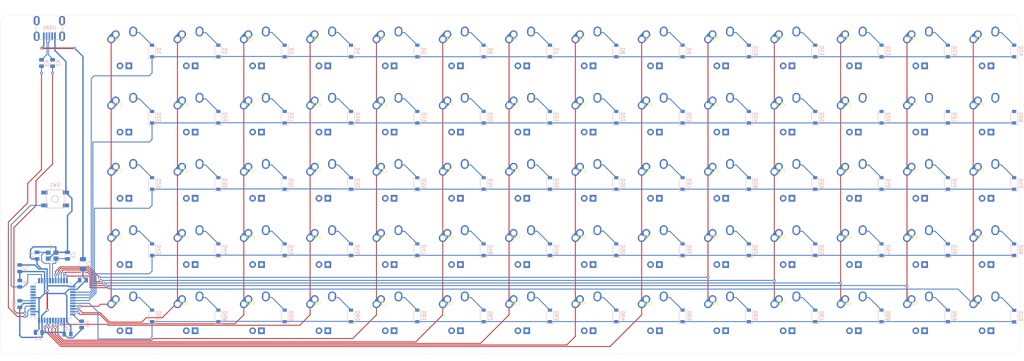
<source format=kicad_pcb>
(kicad_pcb (version 20171130) (host pcbnew "(5.1.9)-1")
  (layers (0 F.Cu signal) (31 B.Cu signal) (34 B.Paste user) (35 F.Paste user) (36 B.SilkS user) (37 F.SilkS user) (38 B.Mask user) (39 F.Mask user) (44 Edge.Cuts user))
  (net 0 "")
  (net 1 GND)
  (net 2 "Net-(C1-Pad1)")
  (net 3 "Net-(C2-Pad1)")
  (net 4 "Net-(C3-Pad1)")
  (net 5 +5V)
  (net 6 "Net-(D1-Pad2)")
  (net 7 ROW0)
  (net 8 "Net-(D2-Pad2)")
  (net 9 "Net-(D3-Pad2)")
  (net 10 "Net-(D4-Pad2)")
  (net 11 "Net-(D5-Pad2)")
  (net 12 "Net-(D6-Pad2)")
  (net 13 "Net-(D7-Pad2)")
  (net 14 "Net-(D8-Pad2)")
  (net 15 "Net-(D9-Pad2)")
  (net 16 "Net-(D10-Pad2)")
  (net 17 "Net-(D11-Pad2)")
  (net 18 "Net-(D12-Pad2)")
  (net 19 "Net-(D13-Pad2)")
  (net 20 "Net-(D14-Pad2)")
  (net 21 "Net-(D15-Pad2)")
  (net 22 ROW1)
  (net 23 "Net-(D16-Pad2)")
  (net 24 "Net-(D17-Pad2)")
  (net 25 "Net-(D18-Pad2)")
  (net 26 "Net-(D19-Pad2)")
  (net 27 "Net-(D20-Pad2)")
  (net 28 "Net-(D21-Pad2)")
  (net 29 "Net-(D22-Pad2)")
  (net 30 "Net-(D23-Pad2)")
  (net 31 "Net-(D24-Pad2)")
  (net 32 "Net-(D25-Pad2)")
  (net 33 "Net-(D26-Pad2)")
  (net 34 "Net-(D27-Pad2)")
  (net 35 "Net-(D28-Pad2)")
  (net 36 "Net-(D29-Pad2)")
  (net 37 ROW2)
  (net 38 "Net-(D30-Pad2)")
  (net 39 "Net-(D31-Pad2)")
  (net 40 "Net-(D32-Pad2)")
  (net 41 "Net-(D33-Pad2)")
  (net 42 "Net-(D34-Pad2)")
  (net 43 "Net-(D35-Pad2)")
  (net 44 "Net-(D36-Pad2)")
  (net 45 "Net-(D37-Pad2)")
  (net 46 "Net-(D38-Pad2)")
  (net 47 "Net-(D39-Pad2)")
  (net 48 "Net-(D40-Pad2)")
  (net 49 "Net-(D41-Pad2)")
  (net 50 "Net-(D42-Pad2)")
  (net 51 "Net-(D43-Pad2)")
  (net 52 ROW3)
  (net 53 "Net-(D44-Pad2)")
  (net 54 "Net-(D45-Pad2)")
  (net 55 "Net-(D46-Pad2)")
  (net 56 "Net-(D47-Pad2)")
  (net 57 "Net-(D48-Pad2)")
  (net 58 "Net-(D49-Pad2)")
  (net 59 "Net-(D50-Pad2)")
  (net 60 "Net-(D51-Pad2)")
  (net 61 "Net-(D52-Pad2)")
  (net 62 "Net-(D53-Pad2)")
  (net 63 "Net-(D54-Pad2)")
  (net 64 "Net-(D55-Pad2)")
  (net 65 "Net-(D56-Pad2)")
  (net 66 "Net-(D57-Pad2)")
  (net 67 ROW4)
  (net 68 "Net-(D58-Pad2)")
  (net 69 "Net-(D59-Pad2)")
  (net 70 "Net-(D60-Pad2)")
  (net 71 "Net-(D61-Pad2)")
  (net 72 "Net-(D62-Pad2)")
  (net 73 "Net-(D63-Pad2)")
  (net 74 "Net-(D64-Pad2)")
  (net 75 "Net-(D65-Pad2)")
  (net 76 "Net-(D66-Pad2)")
  (net 77 "Net-(D67-Pad2)")
  (net 78 "Net-(D68-Pad2)")
  (net 79 "Net-(D69-Pad2)")
  (net 80 "Net-(D70-Pad2)")
  (net 81 VCC)
  (net 82 COL0)
  (net 83 COL1)
  (net 84 COL2)
  (net 85 COL3)
  (net 86 COL4)
  (net 87 COL5)
  (net 88 COL6)
  (net 89 COL7)
  (net 90 COL8)
  (net 91 COL9)
  (net 92 COL10)
  (net 93 COL11)
  (net 94 COL12)
  (net 95 COL13)
  (net 96 "Net-(R1-Pad1)")
  (net 97 D+)
  (net 98 "Net-(R2-Pad1)")
  (net 99 D-)
  (net 100 "Net-(R3-Pad1)")
  (net 101 "Net-(R4-Pad2)")
  (net 102 "Net-(U1-Pad42)")
  (net 103 "Net-(U1-Pad12)")
  (net 104 "Net-(U1-Pad11)")
  (net 105 "Net-(U1-Pad10)")
  (net 106 "Net-(U1-Pad9)")
  (net 107 "Net-(U1-Pad8)")
  (net 108 "Net-(U1-Pad1)")
  (net 109 "Net-(USB1-Pad6)")
  (net 110 "Net-(USB1-Pad2)")
  (module MX_Alps_Hybrid:MX-1U (layer F.Cu) (at -150.01875 -77.7875)
    (fp_text reference MX61 (at -2.54 -2.794) (layer F.SilkS))
    (fp_text value MX-NoLED)
    (pad "" np_thru_hole circle (at 5.08 0 48.0996) (size 1.75 1.75) (drill 1.75) (layers *.Cu *.Mask))
    (pad "" np_thru_hole circle (at -5.08 0 48.0996) (size 1.75 1.75) (drill 1.75) (layers *.Cu *.Mask))
    (pad 4 thru_hole rect (at 1.27 5.08) (size 1.905 1.905) (drill 1.04) (layers *.Cu B.Mask))
    (pad 3 thru_hole circle (at -1.27 5.08) (size 1.905 1.905) (drill 1.04) (layers *.Cu B.Mask))
    (pad 1 thru_hole circle (at -2.5 -4) (size 2.25 2.25) (drill 1.47) (layers *.Cu B.Mask) (net 86 COL4))
    (pad "" np_thru_hole circle (at 0 0) (size 3.9878 3.9878) (drill 3.9878) (layers *.Cu *.Mask))
    (pad 1 thru_hole oval (at -3.81 -2.54 48.0996) (size 4.211556 2.25) (drill 1.47 (offset 0.980778 0)) (layers *.Cu B.Mask) (net 86 COL4))
    (pad 2 thru_hole circle (at 2.54 -5.08) (size 2.25 2.25) (drill 1.47) (layers *.Cu B.Mask) (net 71 "Net-(D61-Pad2)"))
    (pad 2 thru_hole oval (at 2.5 -4.5 86.0548) (size 2.831378 2.25) (drill 1.47 (offset 0.290689 0)) (layers *.Cu B.Mask) (net 71 "Net-(D61-Pad2)"))
  )
  (module MX_Alps_Hybrid:MX-1U (layer F.Cu) (at -226.21875 -153.9875)
    (fp_text reference MX1 (at -2.54 -2.794) (layer F.SilkS))
    (fp_text value MX-NoLED)
    (pad "" np_thru_hole circle (at 5.08 0 48.0996) (size 1.75 1.75) (drill 1.75) (layers *.Cu *.Mask))
    (pad "" np_thru_hole circle (at -5.08 0 48.0996) (size 1.75 1.75) (drill 1.75) (layers *.Cu *.Mask))
    (pad 4 thru_hole rect (at 1.27 5.08) (size 1.905 1.905) (drill 1.04) (layers *.Cu B.Mask))
    (pad 3 thru_hole circle (at -1.27 5.08) (size 1.905 1.905) (drill 1.04) (layers *.Cu B.Mask))
    (pad 1 thru_hole circle (at -2.5 -4) (size 2.25 2.25) (drill 1.47) (layers *.Cu B.Mask) (net 82 COL0))
    (pad "" np_thru_hole circle (at 0 0) (size 3.9878 3.9878) (drill 3.9878) (layers *.Cu *.Mask))
    (pad 1 thru_hole oval (at -3.81 -2.54 48.0996) (size 4.211556 2.25) (drill 1.47 (offset 0.980778 0)) (layers *.Cu B.Mask) (net 82 COL0))
    (pad 2 thru_hole circle (at 2.54 -5.08) (size 2.25 2.25) (drill 1.47) (layers *.Cu B.Mask) (net 6 "Net-(D1-Pad2)"))
    (pad 2 thru_hole oval (at 2.5 -4.5 86.0548) (size 2.831378 2.25) (drill 1.47 (offset 0.290689 0)) (layers *.Cu B.Mask) (net 6 "Net-(D1-Pad2)"))
  )
  (module MX_Alps_Hybrid:MX-1U (layer F.Cu) (at -207.16875 -153.9875)
    (fp_text reference MX2 (at -2.54 -2.794) (layer F.SilkS))
    (fp_text value MX-NoLED)
    (pad "" np_thru_hole circle (at 5.08 0 48.0996) (size 1.75 1.75) (drill 1.75) (layers *.Cu *.Mask))
    (pad "" np_thru_hole circle (at -5.08 0 48.0996) (size 1.75 1.75) (drill 1.75) (layers *.Cu *.Mask))
    (pad 4 thru_hole rect (at 1.27 5.08) (size 1.905 1.905) (drill 1.04) (layers *.Cu B.Mask))
    (pad 3 thru_hole circle (at -1.27 5.08) (size 1.905 1.905) (drill 1.04) (layers *.Cu B.Mask))
    (pad 1 thru_hole circle (at -2.5 -4) (size 2.25 2.25) (drill 1.47) (layers *.Cu B.Mask) (net 83 COL1))
    (pad "" np_thru_hole circle (at 0 0) (size 3.9878 3.9878) (drill 3.9878) (layers *.Cu *.Mask))
    (pad 1 thru_hole oval (at -3.81 -2.54 48.0996) (size 4.211556 2.25) (drill 1.47 (offset 0.980778 0)) (layers *.Cu B.Mask) (net 83 COL1))
    (pad 2 thru_hole circle (at 2.54 -5.08) (size 2.25 2.25) (drill 1.47) (layers *.Cu B.Mask) (net 8 "Net-(D2-Pad2)"))
    (pad 2 thru_hole oval (at 2.5 -4.5 86.0548) (size 2.831378 2.25) (drill 1.47 (offset 0.290689 0)) (layers *.Cu B.Mask) (net 8 "Net-(D2-Pad2)"))
  )
  (module MX_Alps_Hybrid:MX-1U (layer F.Cu) (at -188.11875 -153.9875)
    (fp_text reference MX3 (at -2.54 -2.794) (layer F.SilkS))
    (fp_text value MX-NoLED)
    (pad "" np_thru_hole circle (at 5.08 0 48.0996) (size 1.75 1.75) (drill 1.75) (layers *.Cu *.Mask))
    (pad "" np_thru_hole circle (at -5.08 0 48.0996) (size 1.75 1.75) (drill 1.75) (layers *.Cu *.Mask))
    (pad 4 thru_hole rect (at 1.27 5.08) (size 1.905 1.905) (drill 1.04) (layers *.Cu B.Mask))
    (pad 3 thru_hole circle (at -1.27 5.08) (size 1.905 1.905) (drill 1.04) (layers *.Cu B.Mask))
    (pad 1 thru_hole circle (at -2.5 -4) (size 2.25 2.25) (drill 1.47) (layers *.Cu B.Mask) (net 84 COL2))
    (pad "" np_thru_hole circle (at 0 0) (size 3.9878 3.9878) (drill 3.9878) (layers *.Cu *.Mask))
    (pad 1 thru_hole oval (at -3.81 -2.54 48.0996) (size 4.211556 2.25) (drill 1.47 (offset 0.980778 0)) (layers *.Cu B.Mask) (net 84 COL2))
    (pad 2 thru_hole circle (at 2.54 -5.08) (size 2.25 2.25) (drill 1.47) (layers *.Cu B.Mask) (net 9 "Net-(D3-Pad2)"))
    (pad 2 thru_hole oval (at 2.5 -4.5 86.0548) (size 2.831378 2.25) (drill 1.47 (offset 0.290689 0)) (layers *.Cu B.Mask) (net 9 "Net-(D3-Pad2)"))
  )
  (module MX_Alps_Hybrid:MX-1U (layer F.Cu) (at -169.06875 -153.9875)
    (fp_text reference MX4 (at -2.54 -2.794) (layer F.SilkS))
    (fp_text value MX-NoLED)
    (pad "" np_thru_hole circle (at 5.08 0 48.0996) (size 1.75 1.75) (drill 1.75) (layers *.Cu *.Mask))
    (pad "" np_thru_hole circle (at -5.08 0 48.0996) (size 1.75 1.75) (drill 1.75) (layers *.Cu *.Mask))
    (pad 4 thru_hole rect (at 1.27 5.08) (size 1.905 1.905) (drill 1.04) (layers *.Cu B.Mask))
    (pad 3 thru_hole circle (at -1.27 5.08) (size 1.905 1.905) (drill 1.04) (layers *.Cu B.Mask))
    (pad 1 thru_hole circle (at -2.5 -4) (size 2.25 2.25) (drill 1.47) (layers *.Cu B.Mask) (net 85 COL3))
    (pad "" np_thru_hole circle (at 0 0) (size 3.9878 3.9878) (drill 3.9878) (layers *.Cu *.Mask))
    (pad 1 thru_hole oval (at -3.81 -2.54 48.0996) (size 4.211556 2.25) (drill 1.47 (offset 0.980778 0)) (layers *.Cu B.Mask) (net 85 COL3))
    (pad 2 thru_hole circle (at 2.54 -5.08) (size 2.25 2.25) (drill 1.47) (layers *.Cu B.Mask) (net 10 "Net-(D4-Pad2)"))
    (pad 2 thru_hole oval (at 2.5 -4.5 86.0548) (size 2.831378 2.25) (drill 1.47 (offset 0.290689 0)) (layers *.Cu B.Mask) (net 10 "Net-(D4-Pad2)"))
  )
  (module MX_Alps_Hybrid:MX-1U (layer F.Cu) (at -150.01875 -153.9875)
    (fp_text reference MX5 (at -2.54 -2.794) (layer F.SilkS))
    (fp_text value MX-NoLED)
    (pad "" np_thru_hole circle (at 5.08 0 48.0996) (size 1.75 1.75) (drill 1.75) (layers *.Cu *.Mask))
    (pad "" np_thru_hole circle (at -5.08 0 48.0996) (size 1.75 1.75) (drill 1.75) (layers *.Cu *.Mask))
    (pad 4 thru_hole rect (at 1.27 5.08) (size 1.905 1.905) (drill 1.04) (layers *.Cu B.Mask))
    (pad 3 thru_hole circle (at -1.27 5.08) (size 1.905 1.905) (drill 1.04) (layers *.Cu B.Mask))
    (pad 1 thru_hole circle (at -2.5 -4) (size 2.25 2.25) (drill 1.47) (layers *.Cu B.Mask) (net 86 COL4))
    (pad "" np_thru_hole circle (at 0 0) (size 3.9878 3.9878) (drill 3.9878) (layers *.Cu *.Mask))
    (pad 1 thru_hole oval (at -3.81 -2.54 48.0996) (size 4.211556 2.25) (drill 1.47 (offset 0.980778 0)) (layers *.Cu B.Mask) (net 86 COL4))
    (pad 2 thru_hole circle (at 2.54 -5.08) (size 2.25 2.25) (drill 1.47) (layers *.Cu B.Mask) (net 11 "Net-(D5-Pad2)"))
    (pad 2 thru_hole oval (at 2.5 -4.5 86.0548) (size 2.831378 2.25) (drill 1.47 (offset 0.290689 0)) (layers *.Cu B.Mask) (net 11 "Net-(D5-Pad2)"))
  )
  (module MX_Alps_Hybrid:MX-1U (layer F.Cu) (at -130.96875 -153.9875)
    (fp_text reference MX6 (at -2.54 -2.794) (layer F.SilkS))
    (fp_text value MX-NoLED)
    (pad "" np_thru_hole circle (at 5.08 0 48.0996) (size 1.75 1.75) (drill 1.75) (layers *.Cu *.Mask))
    (pad "" np_thru_hole circle (at -5.08 0 48.0996) (size 1.75 1.75) (drill 1.75) (layers *.Cu *.Mask))
    (pad 4 thru_hole rect (at 1.27 5.08) (size 1.905 1.905) (drill 1.04) (layers *.Cu B.Mask))
    (pad 3 thru_hole circle (at -1.27 5.08) (size 1.905 1.905) (drill 1.04) (layers *.Cu B.Mask))
    (pad 1 thru_hole circle (at -2.5 -4) (size 2.25 2.25) (drill 1.47) (layers *.Cu B.Mask) (net 87 COL5))
    (pad "" np_thru_hole circle (at 0 0) (size 3.9878 3.9878) (drill 3.9878) (layers *.Cu *.Mask))
    (pad 1 thru_hole oval (at -3.81 -2.54 48.0996) (size 4.211556 2.25) (drill 1.47 (offset 0.980778 0)) (layers *.Cu B.Mask) (net 87 COL5))
    (pad 2 thru_hole circle (at 2.54 -5.08) (size 2.25 2.25) (drill 1.47) (layers *.Cu B.Mask) (net 12 "Net-(D6-Pad2)"))
    (pad 2 thru_hole oval (at 2.5 -4.5 86.0548) (size 2.831378 2.25) (drill 1.47 (offset 0.290689 0)) (layers *.Cu B.Mask) (net 12 "Net-(D6-Pad2)"))
  )
  (module MX_Alps_Hybrid:MX-1U (layer F.Cu) (at -111.91875 -153.9875)
    (fp_text reference MX7 (at -2.54 -2.794) (layer F.SilkS))
    (fp_text value MX-NoLED)
    (pad "" np_thru_hole circle (at 5.08 0 48.0996) (size 1.75 1.75) (drill 1.75) (layers *.Cu *.Mask))
    (pad "" np_thru_hole circle (at -5.08 0 48.0996) (size 1.75 1.75) (drill 1.75) (layers *.Cu *.Mask))
    (pad 4 thru_hole rect (at 1.27 5.08) (size 1.905 1.905) (drill 1.04) (layers *.Cu B.Mask))
    (pad 3 thru_hole circle (at -1.27 5.08) (size 1.905 1.905) (drill 1.04) (layers *.Cu B.Mask))
    (pad 1 thru_hole circle (at -2.5 -4) (size 2.25 2.25) (drill 1.47) (layers *.Cu B.Mask) (net 88 COL6))
    (pad "" np_thru_hole circle (at 0 0) (size 3.9878 3.9878) (drill 3.9878) (layers *.Cu *.Mask))
    (pad 1 thru_hole oval (at -3.81 -2.54 48.0996) (size 4.211556 2.25) (drill 1.47 (offset 0.980778 0)) (layers *.Cu B.Mask) (net 88 COL6))
    (pad 2 thru_hole circle (at 2.54 -5.08) (size 2.25 2.25) (drill 1.47) (layers *.Cu B.Mask) (net 13 "Net-(D7-Pad2)"))
    (pad 2 thru_hole oval (at 2.5 -4.5 86.0548) (size 2.831378 2.25) (drill 1.47 (offset 0.290689 0)) (layers *.Cu B.Mask) (net 13 "Net-(D7-Pad2)"))
  )
  (module MX_Alps_Hybrid:MX-1U (layer F.Cu) (at -92.86875 -153.9875)
    (fp_text reference MX8 (at -2.54 -2.794) (layer F.SilkS))
    (fp_text value MX-NoLED)
    (pad "" np_thru_hole circle (at 5.08 0 48.0996) (size 1.75 1.75) (drill 1.75) (layers *.Cu *.Mask))
    (pad "" np_thru_hole circle (at -5.08 0 48.0996) (size 1.75 1.75) (drill 1.75) (layers *.Cu *.Mask))
    (pad 4 thru_hole rect (at 1.27 5.08) (size 1.905 1.905) (drill 1.04) (layers *.Cu B.Mask))
    (pad 3 thru_hole circle (at -1.27 5.08) (size 1.905 1.905) (drill 1.04) (layers *.Cu B.Mask))
    (pad 1 thru_hole circle (at -2.5 -4) (size 2.25 2.25) (drill 1.47) (layers *.Cu B.Mask) (net 89 COL7))
    (pad "" np_thru_hole circle (at 0 0) (size 3.9878 3.9878) (drill 3.9878) (layers *.Cu *.Mask))
    (pad 1 thru_hole oval (at -3.81 -2.54 48.0996) (size 4.211556 2.25) (drill 1.47 (offset 0.980778 0)) (layers *.Cu B.Mask) (net 89 COL7))
    (pad 2 thru_hole circle (at 2.54 -5.08) (size 2.25 2.25) (drill 1.47) (layers *.Cu B.Mask) (net 14 "Net-(D8-Pad2)"))
    (pad 2 thru_hole oval (at 2.5 -4.5 86.0548) (size 2.831378 2.25) (drill 1.47 (offset 0.290689 0)) (layers *.Cu B.Mask) (net 14 "Net-(D8-Pad2)"))
  )
  (module MX_Alps_Hybrid:MX-1U (layer F.Cu) (at -73.81875 -153.9875)
    (fp_text reference MX9 (at -2.54 -2.794) (layer F.SilkS))
    (fp_text value MX-NoLED)
    (pad "" np_thru_hole circle (at 5.08 0 48.0996) (size 1.75 1.75) (drill 1.75) (layers *.Cu *.Mask))
    (pad "" np_thru_hole circle (at -5.08 0 48.0996) (size 1.75 1.75) (drill 1.75) (layers *.Cu *.Mask))
    (pad 4 thru_hole rect (at 1.27 5.08) (size 1.905 1.905) (drill 1.04) (layers *.Cu B.Mask))
    (pad 3 thru_hole circle (at -1.27 5.08) (size 1.905 1.905) (drill 1.04) (layers *.Cu B.Mask))
    (pad 1 thru_hole circle (at -2.5 -4) (size 2.25 2.25) (drill 1.47) (layers *.Cu B.Mask) (net 90 COL8))
    (pad "" np_thru_hole circle (at 0 0) (size 3.9878 3.9878) (drill 3.9878) (layers *.Cu *.Mask))
    (pad 1 thru_hole oval (at -3.81 -2.54 48.0996) (size 4.211556 2.25) (drill 1.47 (offset 0.980778 0)) (layers *.Cu B.Mask) (net 90 COL8))
    (pad 2 thru_hole circle (at 2.54 -5.08) (size 2.25 2.25) (drill 1.47) (layers *.Cu B.Mask) (net 15 "Net-(D9-Pad2)"))
    (pad 2 thru_hole oval (at 2.5 -4.5 86.0548) (size 2.831378 2.25) (drill 1.47 (offset 0.290689 0)) (layers *.Cu B.Mask) (net 15 "Net-(D9-Pad2)"))
  )
  (module MX_Alps_Hybrid:MX-1U (layer F.Cu) (at -54.76875 -153.9875)
    (fp_text reference MX10 (at -2.54 -2.794) (layer F.SilkS))
    (fp_text value MX-NoLED)
    (pad "" np_thru_hole circle (at 5.08 0 48.0996) (size 1.75 1.75) (drill 1.75) (layers *.Cu *.Mask))
    (pad "" np_thru_hole circle (at -5.08 0 48.0996) (size 1.75 1.75) (drill 1.75) (layers *.Cu *.Mask))
    (pad 4 thru_hole rect (at 1.27 5.08) (size 1.905 1.905) (drill 1.04) (layers *.Cu B.Mask))
    (pad 3 thru_hole circle (at -1.27 5.08) (size 1.905 1.905) (drill 1.04) (layers *.Cu B.Mask))
    (pad 1 thru_hole circle (at -2.5 -4) (size 2.25 2.25) (drill 1.47) (layers *.Cu B.Mask) (net 91 COL9))
    (pad "" np_thru_hole circle (at 0 0) (size 3.9878 3.9878) (drill 3.9878) (layers *.Cu *.Mask))
    (pad 1 thru_hole oval (at -3.81 -2.54 48.0996) (size 4.211556 2.25) (drill 1.47 (offset 0.980778 0)) (layers *.Cu B.Mask) (net 91 COL9))
    (pad 2 thru_hole circle (at 2.54 -5.08) (size 2.25 2.25) (drill 1.47) (layers *.Cu B.Mask) (net 16 "Net-(D10-Pad2)"))
    (pad 2 thru_hole oval (at 2.5 -4.5 86.0548) (size 2.831378 2.25) (drill 1.47 (offset 0.290689 0)) (layers *.Cu B.Mask) (net 16 "Net-(D10-Pad2)"))
  )
  (module MX_Alps_Hybrid:MX-1U (layer F.Cu) (at -35.71875 -153.9875)
    (fp_text reference MX11 (at -2.54 -2.794) (layer F.SilkS))
    (fp_text value MX-NoLED)
    (pad "" np_thru_hole circle (at 5.08 0 48.0996) (size 1.75 1.75) (drill 1.75) (layers *.Cu *.Mask))
    (pad "" np_thru_hole circle (at -5.08 0 48.0996) (size 1.75 1.75) (drill 1.75) (layers *.Cu *.Mask))
    (pad 4 thru_hole rect (at 1.27 5.08) (size 1.905 1.905) (drill 1.04) (layers *.Cu B.Mask))
    (pad 3 thru_hole circle (at -1.27 5.08) (size 1.905 1.905) (drill 1.04) (layers *.Cu B.Mask))
    (pad 1 thru_hole circle (at -2.5 -4) (size 2.25 2.25) (drill 1.47) (layers *.Cu B.Mask) (net 92 COL10))
    (pad "" np_thru_hole circle (at 0 0) (size 3.9878 3.9878) (drill 3.9878) (layers *.Cu *.Mask))
    (pad 1 thru_hole oval (at -3.81 -2.54 48.0996) (size 4.211556 2.25) (drill 1.47 (offset 0.980778 0)) (layers *.Cu B.Mask) (net 92 COL10))
    (pad 2 thru_hole circle (at 2.54 -5.08) (size 2.25 2.25) (drill 1.47) (layers *.Cu B.Mask) (net 17 "Net-(D11-Pad2)"))
    (pad 2 thru_hole oval (at 2.5 -4.5 86.0548) (size 2.831378 2.25) (drill 1.47 (offset 0.290689 0)) (layers *.Cu B.Mask) (net 17 "Net-(D11-Pad2)"))
  )
  (module MX_Alps_Hybrid:MX-1U (layer F.Cu) (at -16.66875 -153.9875)
    (fp_text reference MX12 (at -2.54 -2.794) (layer F.SilkS))
    (fp_text value MX-NoLED)
    (pad "" np_thru_hole circle (at 5.08 0 48.0996) (size 1.75 1.75) (drill 1.75) (layers *.Cu *.Mask))
    (pad "" np_thru_hole circle (at -5.08 0 48.0996) (size 1.75 1.75) (drill 1.75) (layers *.Cu *.Mask))
    (pad 4 thru_hole rect (at 1.27 5.08) (size 1.905 1.905) (drill 1.04) (layers *.Cu B.Mask))
    (pad 3 thru_hole circle (at -1.27 5.08) (size 1.905 1.905) (drill 1.04) (layers *.Cu B.Mask))
    (pad 1 thru_hole circle (at -2.5 -4) (size 2.25 2.25) (drill 1.47) (layers *.Cu B.Mask) (net 93 COL11))
    (pad "" np_thru_hole circle (at 0 0) (size 3.9878 3.9878) (drill 3.9878) (layers *.Cu *.Mask))
    (pad 1 thru_hole oval (at -3.81 -2.54 48.0996) (size 4.211556 2.25) (drill 1.47 (offset 0.980778 0)) (layers *.Cu B.Mask) (net 93 COL11))
    (pad 2 thru_hole circle (at 2.54 -5.08) (size 2.25 2.25) (drill 1.47) (layers *.Cu B.Mask) (net 18 "Net-(D12-Pad2)"))
    (pad 2 thru_hole oval (at 2.5 -4.5 86.0548) (size 2.831378 2.25) (drill 1.47 (offset 0.290689 0)) (layers *.Cu B.Mask) (net 18 "Net-(D12-Pad2)"))
  )
  (module MX_Alps_Hybrid:MX-1U (layer F.Cu) (at 2.38125 -153.9875)
    (fp_text reference MX13 (at -2.54 -2.794) (layer F.SilkS))
    (fp_text value MX-NoLED)
    (pad "" np_thru_hole circle (at 5.08 0 48.0996) (size 1.75 1.75) (drill 1.75) (layers *.Cu *.Mask))
    (pad "" np_thru_hole circle (at -5.08 0 48.0996) (size 1.75 1.75) (drill 1.75) (layers *.Cu *.Mask))
    (pad 4 thru_hole rect (at 1.27 5.08) (size 1.905 1.905) (drill 1.04) (layers *.Cu B.Mask))
    (pad 3 thru_hole circle (at -1.27 5.08) (size 1.905 1.905) (drill 1.04) (layers *.Cu B.Mask))
    (pad 1 thru_hole circle (at -2.5 -4) (size 2.25 2.25) (drill 1.47) (layers *.Cu B.Mask) (net 94 COL12))
    (pad "" np_thru_hole circle (at 0 0) (size 3.9878 3.9878) (drill 3.9878) (layers *.Cu *.Mask))
    (pad 1 thru_hole oval (at -3.81 -2.54 48.0996) (size 4.211556 2.25) (drill 1.47 (offset 0.980778 0)) (layers *.Cu B.Mask) (net 94 COL12))
    (pad 2 thru_hole circle (at 2.54 -5.08) (size 2.25 2.25) (drill 1.47) (layers *.Cu B.Mask) (net 19 "Net-(D13-Pad2)"))
    (pad 2 thru_hole oval (at 2.5 -4.5 86.0548) (size 2.831378 2.25) (drill 1.47 (offset 0.290689 0)) (layers *.Cu B.Mask) (net 19 "Net-(D13-Pad2)"))
  )
  (module MX_Alps_Hybrid:MX-1U (layer F.Cu) (at 21.43125 -153.9875)
    (fp_text reference MX14 (at -2.54 -2.794) (layer F.SilkS))
    (fp_text value MX-NoLED)
    (pad "" np_thru_hole circle (at 5.08 0 48.0996) (size 1.75 1.75) (drill 1.75) (layers *.Cu *.Mask))
    (pad "" np_thru_hole circle (at -5.08 0 48.0996) (size 1.75 1.75) (drill 1.75) (layers *.Cu *.Mask))
    (pad 4 thru_hole rect (at 1.27 5.08) (size 1.905 1.905) (drill 1.04) (layers *.Cu B.Mask))
    (pad 3 thru_hole circle (at -1.27 5.08) (size 1.905 1.905) (drill 1.04) (layers *.Cu B.Mask))
    (pad 1 thru_hole circle (at -2.5 -4) (size 2.25 2.25) (drill 1.47) (layers *.Cu B.Mask) (net 95 COL13))
    (pad "" np_thru_hole circle (at 0 0) (size 3.9878 3.9878) (drill 3.9878) (layers *.Cu *.Mask))
    (pad 1 thru_hole oval (at -3.81 -2.54 48.0996) (size 4.211556 2.25) (drill 1.47 (offset 0.980778 0)) (layers *.Cu B.Mask) (net 95 COL13))
    (pad 2 thru_hole circle (at 2.54 -5.08) (size 2.25 2.25) (drill 1.47) (layers *.Cu B.Mask) (net 20 "Net-(D14-Pad2)"))
    (pad 2 thru_hole oval (at 2.5 -4.5 86.0548) (size 2.831378 2.25) (drill 1.47 (offset 0.290689 0)) (layers *.Cu B.Mask) (net 20 "Net-(D14-Pad2)"))
  )
  (module MX_Alps_Hybrid:MX-1U (layer F.Cu) (at -226.21875 -134.9375)
    (fp_text reference MX15 (at -2.54 -2.794) (layer F.SilkS))
    (fp_text value MX-NoLED)
    (pad "" np_thru_hole circle (at 5.08 0 48.0996) (size 1.75 1.75) (drill 1.75) (layers *.Cu *.Mask))
    (pad "" np_thru_hole circle (at -5.08 0 48.0996) (size 1.75 1.75) (drill 1.75) (layers *.Cu *.Mask))
    (pad 4 thru_hole rect (at 1.27 5.08) (size 1.905 1.905) (drill 1.04) (layers *.Cu B.Mask))
    (pad 3 thru_hole circle (at -1.27 5.08) (size 1.905 1.905) (drill 1.04) (layers *.Cu B.Mask))
    (pad 1 thru_hole circle (at -2.5 -4) (size 2.25 2.25) (drill 1.47) (layers *.Cu B.Mask) (net 82 COL0))
    (pad "" np_thru_hole circle (at 0 0) (size 3.9878 3.9878) (drill 3.9878) (layers *.Cu *.Mask))
    (pad 1 thru_hole oval (at -3.81 -2.54 48.0996) (size 4.211556 2.25) (drill 1.47 (offset 0.980778 0)) (layers *.Cu B.Mask) (net 82 COL0))
    (pad 2 thru_hole circle (at 2.54 -5.08) (size 2.25 2.25) (drill 1.47) (layers *.Cu B.Mask) (net 21 "Net-(D15-Pad2)"))
    (pad 2 thru_hole oval (at 2.5 -4.5 86.0548) (size 2.831378 2.25) (drill 1.47 (offset 0.290689 0)) (layers *.Cu B.Mask) (net 21 "Net-(D15-Pad2)"))
  )
  (module MX_Alps_Hybrid:MX-1U (layer F.Cu) (at -207.16875 -134.9375)
    (fp_text reference MX16 (at -2.54 -2.794) (layer F.SilkS))
    (fp_text value MX-NoLED)
    (pad "" np_thru_hole circle (at 5.08 0 48.0996) (size 1.75 1.75) (drill 1.75) (layers *.Cu *.Mask))
    (pad "" np_thru_hole circle (at -5.08 0 48.0996) (size 1.75 1.75) (drill 1.75) (layers *.Cu *.Mask))
    (pad 4 thru_hole rect (at 1.27 5.08) (size 1.905 1.905) (drill 1.04) (layers *.Cu B.Mask))
    (pad 3 thru_hole circle (at -1.27 5.08) (size 1.905 1.905) (drill 1.04) (layers *.Cu B.Mask))
    (pad 1 thru_hole circle (at -2.5 -4) (size 2.25 2.25) (drill 1.47) (layers *.Cu B.Mask) (net 83 COL1))
    (pad "" np_thru_hole circle (at 0 0) (size 3.9878 3.9878) (drill 3.9878) (layers *.Cu *.Mask))
    (pad 1 thru_hole oval (at -3.81 -2.54 48.0996) (size 4.211556 2.25) (drill 1.47 (offset 0.980778 0)) (layers *.Cu B.Mask) (net 83 COL1))
    (pad 2 thru_hole circle (at 2.54 -5.08) (size 2.25 2.25) (drill 1.47) (layers *.Cu B.Mask) (net 23 "Net-(D16-Pad2)"))
    (pad 2 thru_hole oval (at 2.5 -4.5 86.0548) (size 2.831378 2.25) (drill 1.47 (offset 0.290689 0)) (layers *.Cu B.Mask) (net 23 "Net-(D16-Pad2)"))
  )
  (module MX_Alps_Hybrid:MX-1U (layer F.Cu) (at -188.11875 -134.9375)
    (fp_text reference MX17 (at -2.54 -2.794) (layer F.SilkS))
    (fp_text value MX-NoLED)
    (pad "" np_thru_hole circle (at 5.08 0 48.0996) (size 1.75 1.75) (drill 1.75) (layers *.Cu *.Mask))
    (pad "" np_thru_hole circle (at -5.08 0 48.0996) (size 1.75 1.75) (drill 1.75) (layers *.Cu *.Mask))
    (pad 4 thru_hole rect (at 1.27 5.08) (size 1.905 1.905) (drill 1.04) (layers *.Cu B.Mask))
    (pad 3 thru_hole circle (at -1.27 5.08) (size 1.905 1.905) (drill 1.04) (layers *.Cu B.Mask))
    (pad 1 thru_hole circle (at -2.5 -4) (size 2.25 2.25) (drill 1.47) (layers *.Cu B.Mask) (net 84 COL2))
    (pad "" np_thru_hole circle (at 0 0) (size 3.9878 3.9878) (drill 3.9878) (layers *.Cu *.Mask))
    (pad 1 thru_hole oval (at -3.81 -2.54 48.0996) (size 4.211556 2.25) (drill 1.47 (offset 0.980778 0)) (layers *.Cu B.Mask) (net 84 COL2))
    (pad 2 thru_hole circle (at 2.54 -5.08) (size 2.25 2.25) (drill 1.47) (layers *.Cu B.Mask) (net 24 "Net-(D17-Pad2)"))
    (pad 2 thru_hole oval (at 2.5 -4.5 86.0548) (size 2.831378 2.25) (drill 1.47 (offset 0.290689 0)) (layers *.Cu B.Mask) (net 24 "Net-(D17-Pad2)"))
  )
  (module MX_Alps_Hybrid:MX-1U (layer F.Cu) (at -169.06875 -134.9375)
    (fp_text reference MX18 (at -2.54 -2.794) (layer F.SilkS))
    (fp_text value MX-NoLED)
    (pad "" np_thru_hole circle (at 5.08 0 48.0996) (size 1.75 1.75) (drill 1.75) (layers *.Cu *.Mask))
    (pad "" np_thru_hole circle (at -5.08 0 48.0996) (size 1.75 1.75) (drill 1.75) (layers *.Cu *.Mask))
    (pad 4 thru_hole rect (at 1.27 5.08) (size 1.905 1.905) (drill 1.04) (layers *.Cu B.Mask))
    (pad 3 thru_hole circle (at -1.27 5.08) (size 1.905 1.905) (drill 1.04) (layers *.Cu B.Mask))
    (pad 1 thru_hole circle (at -2.5 -4) (size 2.25 2.25) (drill 1.47) (layers *.Cu B.Mask) (net 85 COL3))
    (pad "" np_thru_hole circle (at 0 0) (size 3.9878 3.9878) (drill 3.9878) (layers *.Cu *.Mask))
    (pad 1 thru_hole oval (at -3.81 -2.54 48.0996) (size 4.211556 2.25) (drill 1.47 (offset 0.980778 0)) (layers *.Cu B.Mask) (net 85 COL3))
    (pad 2 thru_hole circle (at 2.54 -5.08) (size 2.25 2.25) (drill 1.47) (layers *.Cu B.Mask) (net 25 "Net-(D18-Pad2)"))
    (pad 2 thru_hole oval (at 2.5 -4.5 86.0548) (size 2.831378 2.25) (drill 1.47 (offset 0.290689 0)) (layers *.Cu B.Mask) (net 25 "Net-(D18-Pad2)"))
  )
  (module MX_Alps_Hybrid:MX-1U (layer F.Cu) (at -150.01875 -134.9375)
    (fp_text reference MX19 (at -2.54 -2.794) (layer F.SilkS))
    (fp_text value MX-NoLED)
    (pad "" np_thru_hole circle (at 5.08 0 48.0996) (size 1.75 1.75) (drill 1.75) (layers *.Cu *.Mask))
    (pad "" np_thru_hole circle (at -5.08 0 48.0996) (size 1.75 1.75) (drill 1.75) (layers *.Cu *.Mask))
    (pad 4 thru_hole rect (at 1.27 5.08) (size 1.905 1.905) (drill 1.04) (layers *.Cu B.Mask))
    (pad 3 thru_hole circle (at -1.27 5.08) (size 1.905 1.905) (drill 1.04) (layers *.Cu B.Mask))
    (pad 1 thru_hole circle (at -2.5 -4) (size 2.25 2.25) (drill 1.47) (layers *.Cu B.Mask) (net 86 COL4))
    (pad "" np_thru_hole circle (at 0 0) (size 3.9878 3.9878) (drill 3.9878) (layers *.Cu *.Mask))
    (pad 1 thru_hole oval (at -3.81 -2.54 48.0996) (size 4.211556 2.25) (drill 1.47 (offset 0.980778 0)) (layers *.Cu B.Mask) (net 86 COL4))
    (pad 2 thru_hole circle (at 2.54 -5.08) (size 2.25 2.25) (drill 1.47) (layers *.Cu B.Mask) (net 26 "Net-(D19-Pad2)"))
    (pad 2 thru_hole oval (at 2.5 -4.5 86.0548) (size 2.831378 2.25) (drill 1.47 (offset 0.290689 0)) (layers *.Cu B.Mask) (net 26 "Net-(D19-Pad2)"))
  )
  (module MX_Alps_Hybrid:MX-1U (layer F.Cu) (at -130.96875 -134.9375)
    (fp_text reference MX20 (at -2.54 -2.794) (layer F.SilkS))
    (fp_text value MX-NoLED)
    (pad "" np_thru_hole circle (at 5.08 0 48.0996) (size 1.75 1.75) (drill 1.75) (layers *.Cu *.Mask))
    (pad "" np_thru_hole circle (at -5.08 0 48.0996) (size 1.75 1.75) (drill 1.75) (layers *.Cu *.Mask))
    (pad 4 thru_hole rect (at 1.27 5.08) (size 1.905 1.905) (drill 1.04) (layers *.Cu B.Mask))
    (pad 3 thru_hole circle (at -1.27 5.08) (size 1.905 1.905) (drill 1.04) (layers *.Cu B.Mask))
    (pad 1 thru_hole circle (at -2.5 -4) (size 2.25 2.25) (drill 1.47) (layers *.Cu B.Mask) (net 87 COL5))
    (pad "" np_thru_hole circle (at 0 0) (size 3.9878 3.9878) (drill 3.9878) (layers *.Cu *.Mask))
    (pad 1 thru_hole oval (at -3.81 -2.54 48.0996) (size 4.211556 2.25) (drill 1.47 (offset 0.980778 0)) (layers *.Cu B.Mask) (net 87 COL5))
    (pad 2 thru_hole circle (at 2.54 -5.08) (size 2.25 2.25) (drill 1.47) (layers *.Cu B.Mask) (net 27 "Net-(D20-Pad2)"))
    (pad 2 thru_hole oval (at 2.5 -4.5 86.0548) (size 2.831378 2.25) (drill 1.47 (offset 0.290689 0)) (layers *.Cu B.Mask) (net 27 "Net-(D20-Pad2)"))
  )
  (module MX_Alps_Hybrid:MX-1U (layer F.Cu) (at -111.91875 -134.9375)
    (fp_text reference MX21 (at -2.54 -2.794) (layer F.SilkS))
    (fp_text value MX-NoLED)
    (pad "" np_thru_hole circle (at 5.08 0 48.0996) (size 1.75 1.75) (drill 1.75) (layers *.Cu *.Mask))
    (pad "" np_thru_hole circle (at -5.08 0 48.0996) (size 1.75 1.75) (drill 1.75) (layers *.Cu *.Mask))
    (pad 4 thru_hole rect (at 1.27 5.08) (size 1.905 1.905) (drill 1.04) (layers *.Cu B.Mask))
    (pad 3 thru_hole circle (at -1.27 5.08) (size 1.905 1.905) (drill 1.04) (layers *.Cu B.Mask))
    (pad 1 thru_hole circle (at -2.5 -4) (size 2.25 2.25) (drill 1.47) (layers *.Cu B.Mask) (net 88 COL6))
    (pad "" np_thru_hole circle (at 0 0) (size 3.9878 3.9878) (drill 3.9878) (layers *.Cu *.Mask))
    (pad 1 thru_hole oval (at -3.81 -2.54 48.0996) (size 4.211556 2.25) (drill 1.47 (offset 0.980778 0)) (layers *.Cu B.Mask) (net 88 COL6))
    (pad 2 thru_hole circle (at 2.54 -5.08) (size 2.25 2.25) (drill 1.47) (layers *.Cu B.Mask) (net 28 "Net-(D21-Pad2)"))
    (pad 2 thru_hole oval (at 2.5 -4.5 86.0548) (size 2.831378 2.25) (drill 1.47 (offset 0.290689 0)) (layers *.Cu B.Mask) (net 28 "Net-(D21-Pad2)"))
  )
  (module MX_Alps_Hybrid:MX-1U (layer F.Cu) (at -92.86875 -134.9375)
    (fp_text reference MX22 (at -2.54 -2.794) (layer F.SilkS))
    (fp_text value MX-NoLED)
    (pad "" np_thru_hole circle (at 5.08 0 48.0996) (size 1.75 1.75) (drill 1.75) (layers *.Cu *.Mask))
    (pad "" np_thru_hole circle (at -5.08 0 48.0996) (size 1.75 1.75) (drill 1.75) (layers *.Cu *.Mask))
    (pad 4 thru_hole rect (at 1.27 5.08) (size 1.905 1.905) (drill 1.04) (layers *.Cu B.Mask))
    (pad 3 thru_hole circle (at -1.27 5.08) (size 1.905 1.905) (drill 1.04) (layers *.Cu B.Mask))
    (pad 1 thru_hole circle (at -2.5 -4) (size 2.25 2.25) (drill 1.47) (layers *.Cu B.Mask) (net 89 COL7))
    (pad "" np_thru_hole circle (at 0 0) (size 3.9878 3.9878) (drill 3.9878) (layers *.Cu *.Mask))
    (pad 1 thru_hole oval (at -3.81 -2.54 48.0996) (size 4.211556 2.25) (drill 1.47 (offset 0.980778 0)) (layers *.Cu B.Mask) (net 89 COL7))
    (pad 2 thru_hole circle (at 2.54 -5.08) (size 2.25 2.25) (drill 1.47) (layers *.Cu B.Mask) (net 29 "Net-(D22-Pad2)"))
    (pad 2 thru_hole oval (at 2.5 -4.5 86.0548) (size 2.831378 2.25) (drill 1.47 (offset 0.290689 0)) (layers *.Cu B.Mask) (net 29 "Net-(D22-Pad2)"))
  )
  (module MX_Alps_Hybrid:MX-1U (layer F.Cu) (at -73.81875 -134.9375)
    (fp_text reference MX23 (at -2.54 -2.794) (layer F.SilkS))
    (fp_text value MX-NoLED)
    (pad "" np_thru_hole circle (at 5.08 0 48.0996) (size 1.75 1.75) (drill 1.75) (layers *.Cu *.Mask))
    (pad "" np_thru_hole circle (at -5.08 0 48.0996) (size 1.75 1.75) (drill 1.75) (layers *.Cu *.Mask))
    (pad 4 thru_hole rect (at 1.27 5.08) (size 1.905 1.905) (drill 1.04) (layers *.Cu B.Mask))
    (pad 3 thru_hole circle (at -1.27 5.08) (size 1.905 1.905) (drill 1.04) (layers *.Cu B.Mask))
    (pad 1 thru_hole circle (at -2.5 -4) (size 2.25 2.25) (drill 1.47) (layers *.Cu B.Mask) (net 90 COL8))
    (pad "" np_thru_hole circle (at 0 0) (size 3.9878 3.9878) (drill 3.9878) (layers *.Cu *.Mask))
    (pad 1 thru_hole oval (at -3.81 -2.54 48.0996) (size 4.211556 2.25) (drill 1.47 (offset 0.980778 0)) (layers *.Cu B.Mask) (net 90 COL8))
    (pad 2 thru_hole circle (at 2.54 -5.08) (size 2.25 2.25) (drill 1.47) (layers *.Cu B.Mask) (net 30 "Net-(D23-Pad2)"))
    (pad 2 thru_hole oval (at 2.5 -4.5 86.0548) (size 2.831378 2.25) (drill 1.47 (offset 0.290689 0)) (layers *.Cu B.Mask) (net 30 "Net-(D23-Pad2)"))
  )
  (module MX_Alps_Hybrid:MX-1U (layer F.Cu) (at -54.76875 -134.9375)
    (fp_text reference MX24 (at -2.54 -2.794) (layer F.SilkS))
    (fp_text value MX-NoLED)
    (pad "" np_thru_hole circle (at 5.08 0 48.0996) (size 1.75 1.75) (drill 1.75) (layers *.Cu *.Mask))
    (pad "" np_thru_hole circle (at -5.08 0 48.0996) (size 1.75 1.75) (drill 1.75) (layers *.Cu *.Mask))
    (pad 4 thru_hole rect (at 1.27 5.08) (size 1.905 1.905) (drill 1.04) (layers *.Cu B.Mask))
    (pad 3 thru_hole circle (at -1.27 5.08) (size 1.905 1.905) (drill 1.04) (layers *.Cu B.Mask))
    (pad 1 thru_hole circle (at -2.5 -4) (size 2.25 2.25) (drill 1.47) (layers *.Cu B.Mask) (net 91 COL9))
    (pad "" np_thru_hole circle (at 0 0) (size 3.9878 3.9878) (drill 3.9878) (layers *.Cu *.Mask))
    (pad 1 thru_hole oval (at -3.81 -2.54 48.0996) (size 4.211556 2.25) (drill 1.47 (offset 0.980778 0)) (layers *.Cu B.Mask) (net 91 COL9))
    (pad 2 thru_hole circle (at 2.54 -5.08) (size 2.25 2.25) (drill 1.47) (layers *.Cu B.Mask) (net 31 "Net-(D24-Pad2)"))
    (pad 2 thru_hole oval (at 2.5 -4.5 86.0548) (size 2.831378 2.25) (drill 1.47 (offset 0.290689 0)) (layers *.Cu B.Mask) (net 31 "Net-(D24-Pad2)"))
  )
  (module MX_Alps_Hybrid:MX-1U (layer F.Cu) (at -35.71875 -134.9375)
    (fp_text reference MX25 (at -2.54 -2.794) (layer F.SilkS))
    (fp_text value MX-NoLED)
    (pad "" np_thru_hole circle (at 5.08 0 48.0996) (size 1.75 1.75) (drill 1.75) (layers *.Cu *.Mask))
    (pad "" np_thru_hole circle (at -5.08 0 48.0996) (size 1.75 1.75) (drill 1.75) (layers *.Cu *.Mask))
    (pad 4 thru_hole rect (at 1.27 5.08) (size 1.905 1.905) (drill 1.04) (layers *.Cu B.Mask))
    (pad 3 thru_hole circle (at -1.27 5.08) (size 1.905 1.905) (drill 1.04) (layers *.Cu B.Mask))
    (pad 1 thru_hole circle (at -2.5 -4) (size 2.25 2.25) (drill 1.47) (layers *.Cu B.Mask) (net 92 COL10))
    (pad "" np_thru_hole circle (at 0 0) (size 3.9878 3.9878) (drill 3.9878) (layers *.Cu *.Mask))
    (pad 1 thru_hole oval (at -3.81 -2.54 48.0996) (size 4.211556 2.25) (drill 1.47 (offset 0.980778 0)) (layers *.Cu B.Mask) (net 92 COL10))
    (pad 2 thru_hole circle (at 2.54 -5.08) (size 2.25 2.25) (drill 1.47) (layers *.Cu B.Mask) (net 32 "Net-(D25-Pad2)"))
    (pad 2 thru_hole oval (at 2.5 -4.5 86.0548) (size 2.831378 2.25) (drill 1.47 (offset 0.290689 0)) (layers *.Cu B.Mask) (net 32 "Net-(D25-Pad2)"))
  )
  (module MX_Alps_Hybrid:MX-1U (layer F.Cu) (at -16.66875 -134.9375)
    (fp_text reference MX26 (at -2.54 -2.794) (layer F.SilkS))
    (fp_text value MX-NoLED)
    (pad "" np_thru_hole circle (at 5.08 0 48.0996) (size 1.75 1.75) (drill 1.75) (layers *.Cu *.Mask))
    (pad "" np_thru_hole circle (at -5.08 0 48.0996) (size 1.75 1.75) (drill 1.75) (layers *.Cu *.Mask))
    (pad 4 thru_hole rect (at 1.27 5.08) (size 1.905 1.905) (drill 1.04) (layers *.Cu B.Mask))
    (pad 3 thru_hole circle (at -1.27 5.08) (size 1.905 1.905) (drill 1.04) (layers *.Cu B.Mask))
    (pad 1 thru_hole circle (at -2.5 -4) (size 2.25 2.25) (drill 1.47) (layers *.Cu B.Mask) (net 93 COL11))
    (pad "" np_thru_hole circle (at 0 0) (size 3.9878 3.9878) (drill 3.9878) (layers *.Cu *.Mask))
    (pad 1 thru_hole oval (at -3.81 -2.54 48.0996) (size 4.211556 2.25) (drill 1.47 (offset 0.980778 0)) (layers *.Cu B.Mask) (net 93 COL11))
    (pad 2 thru_hole circle (at 2.54 -5.08) (size 2.25 2.25) (drill 1.47) (layers *.Cu B.Mask) (net 33 "Net-(D26-Pad2)"))
    (pad 2 thru_hole oval (at 2.5 -4.5 86.0548) (size 2.831378 2.25) (drill 1.47 (offset 0.290689 0)) (layers *.Cu B.Mask) (net 33 "Net-(D26-Pad2)"))
  )
  (module MX_Alps_Hybrid:MX-1U (layer F.Cu) (at 2.38125 -134.9375)
    (fp_text reference MX27 (at -2.54 -2.794) (layer F.SilkS))
    (fp_text value MX-NoLED)
    (pad "" np_thru_hole circle (at 5.08 0 48.0996) (size 1.75 1.75) (drill 1.75) (layers *.Cu *.Mask))
    (pad "" np_thru_hole circle (at -5.08 0 48.0996) (size 1.75 1.75) (drill 1.75) (layers *.Cu *.Mask))
    (pad 4 thru_hole rect (at 1.27 5.08) (size 1.905 1.905) (drill 1.04) (layers *.Cu B.Mask))
    (pad 3 thru_hole circle (at -1.27 5.08) (size 1.905 1.905) (drill 1.04) (layers *.Cu B.Mask))
    (pad 1 thru_hole circle (at -2.5 -4) (size 2.25 2.25) (drill 1.47) (layers *.Cu B.Mask) (net 94 COL12))
    (pad "" np_thru_hole circle (at 0 0) (size 3.9878 3.9878) (drill 3.9878) (layers *.Cu *.Mask))
    (pad 1 thru_hole oval (at -3.81 -2.54 48.0996) (size 4.211556 2.25) (drill 1.47 (offset 0.980778 0)) (layers *.Cu B.Mask) (net 94 COL12))
    (pad 2 thru_hole circle (at 2.54 -5.08) (size 2.25 2.25) (drill 1.47) (layers *.Cu B.Mask) (net 34 "Net-(D27-Pad2)"))
    (pad 2 thru_hole oval (at 2.5 -4.5 86.0548) (size 2.831378 2.25) (drill 1.47 (offset 0.290689 0)) (layers *.Cu B.Mask) (net 34 "Net-(D27-Pad2)"))
  )
  (module MX_Alps_Hybrid:MX-1U (layer F.Cu) (at 21.43125 -134.9375)
    (fp_text reference MX28 (at -2.54 -2.794) (layer F.SilkS))
    (fp_text value MX-NoLED)
    (pad "" np_thru_hole circle (at 5.08 0 48.0996) (size 1.75 1.75) (drill 1.75) (layers *.Cu *.Mask))
    (pad "" np_thru_hole circle (at -5.08 0 48.0996) (size 1.75 1.75) (drill 1.75) (layers *.Cu *.Mask))
    (pad 4 thru_hole rect (at 1.27 5.08) (size 1.905 1.905) (drill 1.04) (layers *.Cu B.Mask))
    (pad 3 thru_hole circle (at -1.27 5.08) (size 1.905 1.905) (drill 1.04) (layers *.Cu B.Mask))
    (pad 1 thru_hole circle (at -2.5 -4) (size 2.25 2.25) (drill 1.47) (layers *.Cu B.Mask) (net 95 COL13))
    (pad "" np_thru_hole circle (at 0 0) (size 3.9878 3.9878) (drill 3.9878) (layers *.Cu *.Mask))
    (pad 1 thru_hole oval (at -3.81 -2.54 48.0996) (size 4.211556 2.25) (drill 1.47 (offset 0.980778 0)) (layers *.Cu B.Mask) (net 95 COL13))
    (pad 2 thru_hole circle (at 2.54 -5.08) (size 2.25 2.25) (drill 1.47) (layers *.Cu B.Mask) (net 35 "Net-(D28-Pad2)"))
    (pad 2 thru_hole oval (at 2.5 -4.5 86.0548) (size 2.831378 2.25) (drill 1.47 (offset 0.290689 0)) (layers *.Cu B.Mask) (net 35 "Net-(D28-Pad2)"))
  )
  (module MX_Alps_Hybrid:MX-1U (layer F.Cu) (at -226.21875 -115.8875)
    (fp_text reference MX29 (at -2.54 -2.794) (layer F.SilkS))
    (fp_text value MX-NoLED)
    (pad "" np_thru_hole circle (at 5.08 0 48.0996) (size 1.75 1.75) (drill 1.75) (layers *.Cu *.Mask))
    (pad "" np_thru_hole circle (at -5.08 0 48.0996) (size 1.75 1.75) (drill 1.75) (layers *.Cu *.Mask))
    (pad 4 thru_hole rect (at 1.27 5.08) (size 1.905 1.905) (drill 1.04) (layers *.Cu B.Mask))
    (pad 3 thru_hole circle (at -1.27 5.08) (size 1.905 1.905) (drill 1.04) (layers *.Cu B.Mask))
    (pad 1 thru_hole circle (at -2.5 -4) (size 2.25 2.25) (drill 1.47) (layers *.Cu B.Mask) (net 82 COL0))
    (pad "" np_thru_hole circle (at 0 0) (size 3.9878 3.9878) (drill 3.9878) (layers *.Cu *.Mask))
    (pad 1 thru_hole oval (at -3.81 -2.54 48.0996) (size 4.211556 2.25) (drill 1.47 (offset 0.980778 0)) (layers *.Cu B.Mask) (net 82 COL0))
    (pad 2 thru_hole circle (at 2.54 -5.08) (size 2.25 2.25) (drill 1.47) (layers *.Cu B.Mask) (net 36 "Net-(D29-Pad2)"))
    (pad 2 thru_hole oval (at 2.5 -4.5 86.0548) (size 2.831378 2.25) (drill 1.47 (offset 0.290689 0)) (layers *.Cu B.Mask) (net 36 "Net-(D29-Pad2)"))
  )
  (module MX_Alps_Hybrid:MX-1U (layer F.Cu) (at -207.16875 -115.8875)
    (fp_text reference MX30 (at -2.54 -2.794) (layer F.SilkS))
    (fp_text value MX-NoLED)
    (pad "" np_thru_hole circle (at 5.08 0 48.0996) (size 1.75 1.75) (drill 1.75) (layers *.Cu *.Mask))
    (pad "" np_thru_hole circle (at -5.08 0 48.0996) (size 1.75 1.75) (drill 1.75) (layers *.Cu *.Mask))
    (pad 4 thru_hole rect (at 1.27 5.08) (size 1.905 1.905) (drill 1.04) (layers *.Cu B.Mask))
    (pad 3 thru_hole circle (at -1.27 5.08) (size 1.905 1.905) (drill 1.04) (layers *.Cu B.Mask))
    (pad 1 thru_hole circle (at -2.5 -4) (size 2.25 2.25) (drill 1.47) (layers *.Cu B.Mask) (net 83 COL1))
    (pad "" np_thru_hole circle (at 0 0) (size 3.9878 3.9878) (drill 3.9878) (layers *.Cu *.Mask))
    (pad 1 thru_hole oval (at -3.81 -2.54 48.0996) (size 4.211556 2.25) (drill 1.47 (offset 0.980778 0)) (layers *.Cu B.Mask) (net 83 COL1))
    (pad 2 thru_hole circle (at 2.54 -5.08) (size 2.25 2.25) (drill 1.47) (layers *.Cu B.Mask) (net 38 "Net-(D30-Pad2)"))
    (pad 2 thru_hole oval (at 2.5 -4.5 86.0548) (size 2.831378 2.25) (drill 1.47 (offset 0.290689 0)) (layers *.Cu B.Mask) (net 38 "Net-(D30-Pad2)"))
  )
  (module MX_Alps_Hybrid:MX-1U (layer F.Cu) (at -188.11875 -115.8875)
    (fp_text reference MX31 (at -2.54 -2.794) (layer F.SilkS))
    (fp_text value MX-NoLED)
    (pad "" np_thru_hole circle (at 5.08 0 48.0996) (size 1.75 1.75) (drill 1.75) (layers *.Cu *.Mask))
    (pad "" np_thru_hole circle (at -5.08 0 48.0996) (size 1.75 1.75) (drill 1.75) (layers *.Cu *.Mask))
    (pad 4 thru_hole rect (at 1.27 5.08) (size 1.905 1.905) (drill 1.04) (layers *.Cu B.Mask))
    (pad 3 thru_hole circle (at -1.27 5.08) (size 1.905 1.905) (drill 1.04) (layers *.Cu B.Mask))
    (pad 1 thru_hole circle (at -2.5 -4) (size 2.25 2.25) (drill 1.47) (layers *.Cu B.Mask) (net 84 COL2))
    (pad "" np_thru_hole circle (at 0 0) (size 3.9878 3.9878) (drill 3.9878) (layers *.Cu *.Mask))
    (pad 1 thru_hole oval (at -3.81 -2.54 48.0996) (size 4.211556 2.25) (drill 1.47 (offset 0.980778 0)) (layers *.Cu B.Mask) (net 84 COL2))
    (pad 2 thru_hole circle (at 2.54 -5.08) (size 2.25 2.25) (drill 1.47) (layers *.Cu B.Mask) (net 39 "Net-(D31-Pad2)"))
    (pad 2 thru_hole oval (at 2.5 -4.5 86.0548) (size 2.831378 2.25) (drill 1.47 (offset 0.290689 0)) (layers *.Cu B.Mask) (net 39 "Net-(D31-Pad2)"))
  )
  (module MX_Alps_Hybrid:MX-1U (layer F.Cu) (at -169.06875 -115.8875)
    (fp_text reference MX32 (at -2.54 -2.794) (layer F.SilkS))
    (fp_text value MX-NoLED)
    (pad "" np_thru_hole circle (at 5.08 0 48.0996) (size 1.75 1.75) (drill 1.75) (layers *.Cu *.Mask))
    (pad "" np_thru_hole circle (at -5.08 0 48.0996) (size 1.75 1.75) (drill 1.75) (layers *.Cu *.Mask))
    (pad 4 thru_hole rect (at 1.27 5.08) (size 1.905 1.905) (drill 1.04) (layers *.Cu B.Mask))
    (pad 3 thru_hole circle (at -1.27 5.08) (size 1.905 1.905) (drill 1.04) (layers *.Cu B.Mask))
    (pad 1 thru_hole circle (at -2.5 -4) (size 2.25 2.25) (drill 1.47) (layers *.Cu B.Mask) (net 85 COL3))
    (pad "" np_thru_hole circle (at 0 0) (size 3.9878 3.9878) (drill 3.9878) (layers *.Cu *.Mask))
    (pad 1 thru_hole oval (at -3.81 -2.54 48.0996) (size 4.211556 2.25) (drill 1.47 (offset 0.980778 0)) (layers *.Cu B.Mask) (net 85 COL3))
    (pad 2 thru_hole circle (at 2.54 -5.08) (size 2.25 2.25) (drill 1.47) (layers *.Cu B.Mask) (net 40 "Net-(D32-Pad2)"))
    (pad 2 thru_hole oval (at 2.5 -4.5 86.0548) (size 2.831378 2.25) (drill 1.47 (offset 0.290689 0)) (layers *.Cu B.Mask) (net 40 "Net-(D32-Pad2)"))
  )
  (module MX_Alps_Hybrid:MX-1U (layer F.Cu) (at -150.01875 -115.8875)
    (fp_text reference MX33 (at -2.54 -2.794) (layer F.SilkS))
    (fp_text value MX-NoLED)
    (pad "" np_thru_hole circle (at 5.08 0 48.0996) (size 1.75 1.75) (drill 1.75) (layers *.Cu *.Mask))
    (pad "" np_thru_hole circle (at -5.08 0 48.0996) (size 1.75 1.75) (drill 1.75) (layers *.Cu *.Mask))
    (pad 4 thru_hole rect (at 1.27 5.08) (size 1.905 1.905) (drill 1.04) (layers *.Cu B.Mask))
    (pad 3 thru_hole circle (at -1.27 5.08) (size 1.905 1.905) (drill 1.04) (layers *.Cu B.Mask))
    (pad 1 thru_hole circle (at -2.5 -4) (size 2.25 2.25) (drill 1.47) (layers *.Cu B.Mask) (net 86 COL4))
    (pad "" np_thru_hole circle (at 0 0) (size 3.9878 3.9878) (drill 3.9878) (layers *.Cu *.Mask))
    (pad 1 thru_hole oval (at -3.81 -2.54 48.0996) (size 4.211556 2.25) (drill 1.47 (offset 0.980778 0)) (layers *.Cu B.Mask) (net 86 COL4))
    (pad 2 thru_hole circle (at 2.54 -5.08) (size 2.25 2.25) (drill 1.47) (layers *.Cu B.Mask) (net 41 "Net-(D33-Pad2)"))
    (pad 2 thru_hole oval (at 2.5 -4.5 86.0548) (size 2.831378 2.25) (drill 1.47 (offset 0.290689 0)) (layers *.Cu B.Mask) (net 41 "Net-(D33-Pad2)"))
  )
  (module MX_Alps_Hybrid:MX-1U (layer F.Cu) (at -130.96875 -115.8875)
    (fp_text reference MX34 (at -2.54 -2.794) (layer F.SilkS))
    (fp_text value MX-NoLED)
    (pad "" np_thru_hole circle (at 5.08 0 48.0996) (size 1.75 1.75) (drill 1.75) (layers *.Cu *.Mask))
    (pad "" np_thru_hole circle (at -5.08 0 48.0996) (size 1.75 1.75) (drill 1.75) (layers *.Cu *.Mask))
    (pad 4 thru_hole rect (at 1.27 5.08) (size 1.905 1.905) (drill 1.04) (layers *.Cu B.Mask))
    (pad 3 thru_hole circle (at -1.27 5.08) (size 1.905 1.905) (drill 1.04) (layers *.Cu B.Mask))
    (pad 1 thru_hole circle (at -2.5 -4) (size 2.25 2.25) (drill 1.47) (layers *.Cu B.Mask) (net 87 COL5))
    (pad "" np_thru_hole circle (at 0 0) (size 3.9878 3.9878) (drill 3.9878) (layers *.Cu *.Mask))
    (pad 1 thru_hole oval (at -3.81 -2.54 48.0996) (size 4.211556 2.25) (drill 1.47 (offset 0.980778 0)) (layers *.Cu B.Mask) (net 87 COL5))
    (pad 2 thru_hole circle (at 2.54 -5.08) (size 2.25 2.25) (drill 1.47) (layers *.Cu B.Mask) (net 42 "Net-(D34-Pad2)"))
    (pad 2 thru_hole oval (at 2.5 -4.5 86.0548) (size 2.831378 2.25) (drill 1.47 (offset 0.290689 0)) (layers *.Cu B.Mask) (net 42 "Net-(D34-Pad2)"))
  )
  (module MX_Alps_Hybrid:MX-1U (layer F.Cu) (at -111.91875 -115.8875)
    (fp_text reference MX35 (at -2.54 -2.794) (layer F.SilkS))
    (fp_text value MX-NoLED)
    (pad "" np_thru_hole circle (at 5.08 0 48.0996) (size 1.75 1.75) (drill 1.75) (layers *.Cu *.Mask))
    (pad "" np_thru_hole circle (at -5.08 0 48.0996) (size 1.75 1.75) (drill 1.75) (layers *.Cu *.Mask))
    (pad 4 thru_hole rect (at 1.27 5.08) (size 1.905 1.905) (drill 1.04) (layers *.Cu B.Mask))
    (pad 3 thru_hole circle (at -1.27 5.08) (size 1.905 1.905) (drill 1.04) (layers *.Cu B.Mask))
    (pad 1 thru_hole circle (at -2.5 -4) (size 2.25 2.25) (drill 1.47) (layers *.Cu B.Mask) (net 88 COL6))
    (pad "" np_thru_hole circle (at 0 0) (size 3.9878 3.9878) (drill 3.9878) (layers *.Cu *.Mask))
    (pad 1 thru_hole oval (at -3.81 -2.54 48.0996) (size 4.211556 2.25) (drill 1.47 (offset 0.980778 0)) (layers *.Cu B.Mask) (net 88 COL6))
    (pad 2 thru_hole circle (at 2.54 -5.08) (size 2.25 2.25) (drill 1.47) (layers *.Cu B.Mask) (net 43 "Net-(D35-Pad2)"))
    (pad 2 thru_hole oval (at 2.5 -4.5 86.0548) (size 2.831378 2.25) (drill 1.47 (offset 0.290689 0)) (layers *.Cu B.Mask) (net 43 "Net-(D35-Pad2)"))
  )
  (module MX_Alps_Hybrid:MX-1U (layer F.Cu) (at -92.86875 -115.8875)
    (fp_text reference MX36 (at -2.54 -2.794) (layer F.SilkS))
    (fp_text value MX-NoLED)
    (pad "" np_thru_hole circle (at 5.08 0 48.0996) (size 1.75 1.75) (drill 1.75) (layers *.Cu *.Mask))
    (pad "" np_thru_hole circle (at -5.08 0 48.0996) (size 1.75 1.75) (drill 1.75) (layers *.Cu *.Mask))
    (pad 4 thru_hole rect (at 1.27 5.08) (size 1.905 1.905) (drill 1.04) (layers *.Cu B.Mask))
    (pad 3 thru_hole circle (at -1.27 5.08) (size 1.905 1.905) (drill 1.04) (layers *.Cu B.Mask))
    (pad 1 thru_hole circle (at -2.5 -4) (size 2.25 2.25) (drill 1.47) (layers *.Cu B.Mask) (net 89 COL7))
    (pad "" np_thru_hole circle (at 0 0) (size 3.9878 3.9878) (drill 3.9878) (layers *.Cu *.Mask))
    (pad 1 thru_hole oval (at -3.81 -2.54 48.0996) (size 4.211556 2.25) (drill 1.47 (offset 0.980778 0)) (layers *.Cu B.Mask) (net 89 COL7))
    (pad 2 thru_hole circle (at 2.54 -5.08) (size 2.25 2.25) (drill 1.47) (layers *.Cu B.Mask) (net 44 "Net-(D36-Pad2)"))
    (pad 2 thru_hole oval (at 2.5 -4.5 86.0548) (size 2.831378 2.25) (drill 1.47 (offset 0.290689 0)) (layers *.Cu B.Mask) (net 44 "Net-(D36-Pad2)"))
  )
  (module MX_Alps_Hybrid:MX-1U (layer F.Cu) (at -73.81875 -115.8875)
    (fp_text reference MX37 (at -2.54 -2.794) (layer F.SilkS))
    (fp_text value MX-NoLED)
    (pad "" np_thru_hole circle (at 5.08 0 48.0996) (size 1.75 1.75) (drill 1.75) (layers *.Cu *.Mask))
    (pad "" np_thru_hole circle (at -5.08 0 48.0996) (size 1.75 1.75) (drill 1.75) (layers *.Cu *.Mask))
    (pad 4 thru_hole rect (at 1.27 5.08) (size 1.905 1.905) (drill 1.04) (layers *.Cu B.Mask))
    (pad 3 thru_hole circle (at -1.27 5.08) (size 1.905 1.905) (drill 1.04) (layers *.Cu B.Mask))
    (pad 1 thru_hole circle (at -2.5 -4) (size 2.25 2.25) (drill 1.47) (layers *.Cu B.Mask) (net 90 COL8))
    (pad "" np_thru_hole circle (at 0 0) (size 3.9878 3.9878) (drill 3.9878) (layers *.Cu *.Mask))
    (pad 1 thru_hole oval (at -3.81 -2.54 48.0996) (size 4.211556 2.25) (drill 1.47 (offset 0.980778 0)) (layers *.Cu B.Mask) (net 90 COL8))
    (pad 2 thru_hole circle (at 2.54 -5.08) (size 2.25 2.25) (drill 1.47) (layers *.Cu B.Mask) (net 45 "Net-(D37-Pad2)"))
    (pad 2 thru_hole oval (at 2.5 -4.5 86.0548) (size 2.831378 2.25) (drill 1.47 (offset 0.290689 0)) (layers *.Cu B.Mask) (net 45 "Net-(D37-Pad2)"))
  )
  (module MX_Alps_Hybrid:MX-1U (layer F.Cu) (at -54.76875 -115.8875)
    (fp_text reference MX38 (at -2.54 -2.794) (layer F.SilkS))
    (fp_text value MX-NoLED)
    (pad "" np_thru_hole circle (at 5.08 0 48.0996) (size 1.75 1.75) (drill 1.75) (layers *.Cu *.Mask))
    (pad "" np_thru_hole circle (at -5.08 0 48.0996) (size 1.75 1.75) (drill 1.75) (layers *.Cu *.Mask))
    (pad 4 thru_hole rect (at 1.27 5.08) (size 1.905 1.905) (drill 1.04) (layers *.Cu B.Mask))
    (pad 3 thru_hole circle (at -1.27 5.08) (size 1.905 1.905) (drill 1.04) (layers *.Cu B.Mask))
    (pad 1 thru_hole circle (at -2.5 -4) (size 2.25 2.25) (drill 1.47) (layers *.Cu B.Mask) (net 91 COL9))
    (pad "" np_thru_hole circle (at 0 0) (size 3.9878 3.9878) (drill 3.9878) (layers *.Cu *.Mask))
    (pad 1 thru_hole oval (at -3.81 -2.54 48.0996) (size 4.211556 2.25) (drill 1.47 (offset 0.980778 0)) (layers *.Cu B.Mask) (net 91 COL9))
    (pad 2 thru_hole circle (at 2.54 -5.08) (size 2.25 2.25) (drill 1.47) (layers *.Cu B.Mask) (net 46 "Net-(D38-Pad2)"))
    (pad 2 thru_hole oval (at 2.5 -4.5 86.0548) (size 2.831378 2.25) (drill 1.47 (offset 0.290689 0)) (layers *.Cu B.Mask) (net 46 "Net-(D38-Pad2)"))
  )
  (module MX_Alps_Hybrid:MX-1U (layer F.Cu) (at -35.71875 -115.8875)
    (fp_text reference MX39 (at -2.54 -2.794) (layer F.SilkS))
    (fp_text value MX-NoLED)
    (pad "" np_thru_hole circle (at 5.08 0 48.0996) (size 1.75 1.75) (drill 1.75) (layers *.Cu *.Mask))
    (pad "" np_thru_hole circle (at -5.08 0 48.0996) (size 1.75 1.75) (drill 1.75) (layers *.Cu *.Mask))
    (pad 4 thru_hole rect (at 1.27 5.08) (size 1.905 1.905) (drill 1.04) (layers *.Cu B.Mask))
    (pad 3 thru_hole circle (at -1.27 5.08) (size 1.905 1.905) (drill 1.04) (layers *.Cu B.Mask))
    (pad 1 thru_hole circle (at -2.5 -4) (size 2.25 2.25) (drill 1.47) (layers *.Cu B.Mask) (net 92 COL10))
    (pad "" np_thru_hole circle (at 0 0) (size 3.9878 3.9878) (drill 3.9878) (layers *.Cu *.Mask))
    (pad 1 thru_hole oval (at -3.81 -2.54 48.0996) (size 4.211556 2.25) (drill 1.47 (offset 0.980778 0)) (layers *.Cu B.Mask) (net 92 COL10))
    (pad 2 thru_hole circle (at 2.54 -5.08) (size 2.25 2.25) (drill 1.47) (layers *.Cu B.Mask) (net 47 "Net-(D39-Pad2)"))
    (pad 2 thru_hole oval (at 2.5 -4.5 86.0548) (size 2.831378 2.25) (drill 1.47 (offset 0.290689 0)) (layers *.Cu B.Mask) (net 47 "Net-(D39-Pad2)"))
  )
  (module MX_Alps_Hybrid:MX-1U (layer F.Cu) (at -16.66875 -115.8875)
    (fp_text reference MX40 (at -2.54 -2.794) (layer F.SilkS))
    (fp_text value MX-NoLED)
    (pad "" np_thru_hole circle (at 5.08 0 48.0996) (size 1.75 1.75) (drill 1.75) (layers *.Cu *.Mask))
    (pad "" np_thru_hole circle (at -5.08 0 48.0996) (size 1.75 1.75) (drill 1.75) (layers *.Cu *.Mask))
    (pad 4 thru_hole rect (at 1.27 5.08) (size 1.905 1.905) (drill 1.04) (layers *.Cu B.Mask))
    (pad 3 thru_hole circle (at -1.27 5.08) (size 1.905 1.905) (drill 1.04) (layers *.Cu B.Mask))
    (pad 1 thru_hole circle (at -2.5 -4) (size 2.25 2.25) (drill 1.47) (layers *.Cu B.Mask) (net 93 COL11))
    (pad "" np_thru_hole circle (at 0 0) (size 3.9878 3.9878) (drill 3.9878) (layers *.Cu *.Mask))
    (pad 1 thru_hole oval (at -3.81 -2.54 48.0996) (size 4.211556 2.25) (drill 1.47 (offset 0.980778 0)) (layers *.Cu B.Mask) (net 93 COL11))
    (pad 2 thru_hole circle (at 2.54 -5.08) (size 2.25 2.25) (drill 1.47) (layers *.Cu B.Mask) (net 48 "Net-(D40-Pad2)"))
    (pad 2 thru_hole oval (at 2.5 -4.5 86.0548) (size 2.831378 2.25) (drill 1.47 (offset 0.290689 0)) (layers *.Cu B.Mask) (net 48 "Net-(D40-Pad2)"))
  )
  (module MX_Alps_Hybrid:MX-1U (layer F.Cu) (at 2.38125 -115.8875)
    (fp_text reference MX41 (at -2.54 -2.794) (layer F.SilkS))
    (fp_text value MX-NoLED)
    (pad "" np_thru_hole circle (at 5.08 0 48.0996) (size 1.75 1.75) (drill 1.75) (layers *.Cu *.Mask))
    (pad "" np_thru_hole circle (at -5.08 0 48.0996) (size 1.75 1.75) (drill 1.75) (layers *.Cu *.Mask))
    (pad 4 thru_hole rect (at 1.27 5.08) (size 1.905 1.905) (drill 1.04) (layers *.Cu B.Mask))
    (pad 3 thru_hole circle (at -1.27 5.08) (size 1.905 1.905) (drill 1.04) (layers *.Cu B.Mask))
    (pad 1 thru_hole circle (at -2.5 -4) (size 2.25 2.25) (drill 1.47) (layers *.Cu B.Mask) (net 94 COL12))
    (pad "" np_thru_hole circle (at 0 0) (size 3.9878 3.9878) (drill 3.9878) (layers *.Cu *.Mask))
    (pad 1 thru_hole oval (at -3.81 -2.54 48.0996) (size 4.211556 2.25) (drill 1.47 (offset 0.980778 0)) (layers *.Cu B.Mask) (net 94 COL12))
    (pad 2 thru_hole circle (at 2.54 -5.08) (size 2.25 2.25) (drill 1.47) (layers *.Cu B.Mask) (net 49 "Net-(D41-Pad2)"))
    (pad 2 thru_hole oval (at 2.5 -4.5 86.0548) (size 2.831378 2.25) (drill 1.47 (offset 0.290689 0)) (layers *.Cu B.Mask) (net 49 "Net-(D41-Pad2)"))
  )
  (module MX_Alps_Hybrid:MX-1U (layer F.Cu) (at 21.43125 -115.8875)
    (fp_text reference MX42 (at -2.54 -2.794) (layer F.SilkS))
    (fp_text value MX-NoLED)
    (pad "" np_thru_hole circle (at 5.08 0 48.0996) (size 1.75 1.75) (drill 1.75) (layers *.Cu *.Mask))
    (pad "" np_thru_hole circle (at -5.08 0 48.0996) (size 1.75 1.75) (drill 1.75) (layers *.Cu *.Mask))
    (pad 4 thru_hole rect (at 1.27 5.08) (size 1.905 1.905) (drill 1.04) (layers *.Cu B.Mask))
    (pad 3 thru_hole circle (at -1.27 5.08) (size 1.905 1.905) (drill 1.04) (layers *.Cu B.Mask))
    (pad 1 thru_hole circle (at -2.5 -4) (size 2.25 2.25) (drill 1.47) (layers *.Cu B.Mask) (net 95 COL13))
    (pad "" np_thru_hole circle (at 0 0) (size 3.9878 3.9878) (drill 3.9878) (layers *.Cu *.Mask))
    (pad 1 thru_hole oval (at -3.81 -2.54 48.0996) (size 4.211556 2.25) (drill 1.47 (offset 0.980778 0)) (layers *.Cu B.Mask) (net 95 COL13))
    (pad 2 thru_hole circle (at 2.54 -5.08) (size 2.25 2.25) (drill 1.47) (layers *.Cu B.Mask) (net 50 "Net-(D42-Pad2)"))
    (pad 2 thru_hole oval (at 2.5 -4.5 86.0548) (size 2.831378 2.25) (drill 1.47 (offset 0.290689 0)) (layers *.Cu B.Mask) (net 50 "Net-(D42-Pad2)"))
  )
  (module MX_Alps_Hybrid:MX-1U (layer F.Cu) (at -226.21875 -96.8375)
    (fp_text reference MX43 (at -2.54 -2.794) (layer F.SilkS))
    (fp_text value MX-NoLED)
    (pad "" np_thru_hole circle (at 5.08 0 48.0996) (size 1.75 1.75) (drill 1.75) (layers *.Cu *.Mask))
    (pad "" np_thru_hole circle (at -5.08 0 48.0996) (size 1.75 1.75) (drill 1.75) (layers *.Cu *.Mask))
    (pad 4 thru_hole rect (at 1.27 5.08) (size 1.905 1.905) (drill 1.04) (layers *.Cu B.Mask))
    (pad 3 thru_hole circle (at -1.27 5.08) (size 1.905 1.905) (drill 1.04) (layers *.Cu B.Mask))
    (pad 1 thru_hole circle (at -2.5 -4) (size 2.25 2.25) (drill 1.47) (layers *.Cu B.Mask) (net 82 COL0))
    (pad "" np_thru_hole circle (at 0 0) (size 3.9878 3.9878) (drill 3.9878) (layers *.Cu *.Mask))
    (pad 1 thru_hole oval (at -3.81 -2.54 48.0996) (size 4.211556 2.25) (drill 1.47 (offset 0.980778 0)) (layers *.Cu B.Mask) (net 82 COL0))
    (pad 2 thru_hole circle (at 2.54 -5.08) (size 2.25 2.25) (drill 1.47) (layers *.Cu B.Mask) (net 51 "Net-(D43-Pad2)"))
    (pad 2 thru_hole oval (at 2.5 -4.5 86.0548) (size 2.831378 2.25) (drill 1.47 (offset 0.290689 0)) (layers *.Cu B.Mask) (net 51 "Net-(D43-Pad2)"))
  )
  (module MX_Alps_Hybrid:MX-1U (layer F.Cu) (at -207.16875 -96.8375)
    (fp_text reference MX44 (at -2.54 -2.794) (layer F.SilkS))
    (fp_text value MX-NoLED)
    (pad "" np_thru_hole circle (at 5.08 0 48.0996) (size 1.75 1.75) (drill 1.75) (layers *.Cu *.Mask))
    (pad "" np_thru_hole circle (at -5.08 0 48.0996) (size 1.75 1.75) (drill 1.75) (layers *.Cu *.Mask))
    (pad 4 thru_hole rect (at 1.27 5.08) (size 1.905 1.905) (drill 1.04) (layers *.Cu B.Mask))
    (pad 3 thru_hole circle (at -1.27 5.08) (size 1.905 1.905) (drill 1.04) (layers *.Cu B.Mask))
    (pad 1 thru_hole circle (at -2.5 -4) (size 2.25 2.25) (drill 1.47) (layers *.Cu B.Mask) (net 83 COL1))
    (pad "" np_thru_hole circle (at 0 0) (size 3.9878 3.9878) (drill 3.9878) (layers *.Cu *.Mask))
    (pad 1 thru_hole oval (at -3.81 -2.54 48.0996) (size 4.211556 2.25) (drill 1.47 (offset 0.980778 0)) (layers *.Cu B.Mask) (net 83 COL1))
    (pad 2 thru_hole circle (at 2.54 -5.08) (size 2.25 2.25) (drill 1.47) (layers *.Cu B.Mask) (net 53 "Net-(D44-Pad2)"))
    (pad 2 thru_hole oval (at 2.5 -4.5 86.0548) (size 2.831378 2.25) (drill 1.47 (offset 0.290689 0)) (layers *.Cu B.Mask) (net 53 "Net-(D44-Pad2)"))
  )
  (module MX_Alps_Hybrid:MX-1U (layer F.Cu) (at -188.11875 -96.8375)
    (fp_text reference MX45 (at -2.54 -2.794) (layer F.SilkS))
    (fp_text value MX-NoLED)
    (pad "" np_thru_hole circle (at 5.08 0 48.0996) (size 1.75 1.75) (drill 1.75) (layers *.Cu *.Mask))
    (pad "" np_thru_hole circle (at -5.08 0 48.0996) (size 1.75 1.75) (drill 1.75) (layers *.Cu *.Mask))
    (pad 4 thru_hole rect (at 1.27 5.08) (size 1.905 1.905) (drill 1.04) (layers *.Cu B.Mask))
    (pad 3 thru_hole circle (at -1.27 5.08) (size 1.905 1.905) (drill 1.04) (layers *.Cu B.Mask))
    (pad 1 thru_hole circle (at -2.5 -4) (size 2.25 2.25) (drill 1.47) (layers *.Cu B.Mask) (net 84 COL2))
    (pad "" np_thru_hole circle (at 0 0) (size 3.9878 3.9878) (drill 3.9878) (layers *.Cu *.Mask))
    (pad 1 thru_hole oval (at -3.81 -2.54 48.0996) (size 4.211556 2.25) (drill 1.47 (offset 0.980778 0)) (layers *.Cu B.Mask) (net 84 COL2))
    (pad 2 thru_hole circle (at 2.54 -5.08) (size 2.25 2.25) (drill 1.47) (layers *.Cu B.Mask) (net 54 "Net-(D45-Pad2)"))
    (pad 2 thru_hole oval (at 2.5 -4.5 86.0548) (size 2.831378 2.25) (drill 1.47 (offset 0.290689 0)) (layers *.Cu B.Mask) (net 54 "Net-(D45-Pad2)"))
  )
  (module MX_Alps_Hybrid:MX-1U (layer F.Cu) (at -169.06875 -96.8375)
    (fp_text reference MX46 (at -2.54 -2.794) (layer F.SilkS))
    (fp_text value MX-NoLED)
    (pad "" np_thru_hole circle (at 5.08 0 48.0996) (size 1.75 1.75) (drill 1.75) (layers *.Cu *.Mask))
    (pad "" np_thru_hole circle (at -5.08 0 48.0996) (size 1.75 1.75) (drill 1.75) (layers *.Cu *.Mask))
    (pad 4 thru_hole rect (at 1.27 5.08) (size 1.905 1.905) (drill 1.04) (layers *.Cu B.Mask))
    (pad 3 thru_hole circle (at -1.27 5.08) (size 1.905 1.905) (drill 1.04) (layers *.Cu B.Mask))
    (pad 1 thru_hole circle (at -2.5 -4) (size 2.25 2.25) (drill 1.47) (layers *.Cu B.Mask) (net 85 COL3))
    (pad "" np_thru_hole circle (at 0 0) (size 3.9878 3.9878) (drill 3.9878) (layers *.Cu *.Mask))
    (pad 1 thru_hole oval (at -3.81 -2.54 48.0996) (size 4.211556 2.25) (drill 1.47 (offset 0.980778 0)) (layers *.Cu B.Mask) (net 85 COL3))
    (pad 2 thru_hole circle (at 2.54 -5.08) (size 2.25 2.25) (drill 1.47) (layers *.Cu B.Mask) (net 55 "Net-(D46-Pad2)"))
    (pad 2 thru_hole oval (at 2.5 -4.5 86.0548) (size 2.831378 2.25) (drill 1.47 (offset 0.290689 0)) (layers *.Cu B.Mask) (net 55 "Net-(D46-Pad2)"))
  )
  (module MX_Alps_Hybrid:MX-1U (layer F.Cu) (at -150.01875 -96.8375)
    (fp_text reference MX47 (at -2.54 -2.794) (layer F.SilkS))
    (fp_text value MX-NoLED)
    (pad "" np_thru_hole circle (at 5.08 0 48.0996) (size 1.75 1.75) (drill 1.75) (layers *.Cu *.Mask))
    (pad "" np_thru_hole circle (at -5.08 0 48.0996) (size 1.75 1.75) (drill 1.75) (layers *.Cu *.Mask))
    (pad 4 thru_hole rect (at 1.27 5.08) (size 1.905 1.905) (drill 1.04) (layers *.Cu B.Mask))
    (pad 3 thru_hole circle (at -1.27 5.08) (size 1.905 1.905) (drill 1.04) (layers *.Cu B.Mask))
    (pad 1 thru_hole circle (at -2.5 -4) (size 2.25 2.25) (drill 1.47) (layers *.Cu B.Mask) (net 86 COL4))
    (pad "" np_thru_hole circle (at 0 0) (size 3.9878 3.9878) (drill 3.9878) (layers *.Cu *.Mask))
    (pad 1 thru_hole oval (at -3.81 -2.54 48.0996) (size 4.211556 2.25) (drill 1.47 (offset 0.980778 0)) (layers *.Cu B.Mask) (net 86 COL4))
    (pad 2 thru_hole circle (at 2.54 -5.08) (size 2.25 2.25) (drill 1.47) (layers *.Cu B.Mask) (net 56 "Net-(D47-Pad2)"))
    (pad 2 thru_hole oval (at 2.5 -4.5 86.0548) (size 2.831378 2.25) (drill 1.47 (offset 0.290689 0)) (layers *.Cu B.Mask) (net 56 "Net-(D47-Pad2)"))
  )
  (module MX_Alps_Hybrid:MX-1U (layer F.Cu) (at -130.96875 -96.8375)
    (fp_text reference MX48 (at -2.54 -2.794) (layer F.SilkS))
    (fp_text value MX-NoLED)
    (pad "" np_thru_hole circle (at 5.08 0 48.0996) (size 1.75 1.75) (drill 1.75) (layers *.Cu *.Mask))
    (pad "" np_thru_hole circle (at -5.08 0 48.0996) (size 1.75 1.75) (drill 1.75) (layers *.Cu *.Mask))
    (pad 4 thru_hole rect (at 1.27 5.08) (size 1.905 1.905) (drill 1.04) (layers *.Cu B.Mask))
    (pad 3 thru_hole circle (at -1.27 5.08) (size 1.905 1.905) (drill 1.04) (layers *.Cu B.Mask))
    (pad 1 thru_hole circle (at -2.5 -4) (size 2.25 2.25) (drill 1.47) (layers *.Cu B.Mask) (net 87 COL5))
    (pad "" np_thru_hole circle (at 0 0) (size 3.9878 3.9878) (drill 3.9878) (layers *.Cu *.Mask))
    (pad 1 thru_hole oval (at -3.81 -2.54 48.0996) (size 4.211556 2.25) (drill 1.47 (offset 0.980778 0)) (layers *.Cu B.Mask) (net 87 COL5))
    (pad 2 thru_hole circle (at 2.54 -5.08) (size 2.25 2.25) (drill 1.47) (layers *.Cu B.Mask) (net 57 "Net-(D48-Pad2)"))
    (pad 2 thru_hole oval (at 2.5 -4.5 86.0548) (size 2.831378 2.25) (drill 1.47 (offset 0.290689 0)) (layers *.Cu B.Mask) (net 57 "Net-(D48-Pad2)"))
  )
  (module MX_Alps_Hybrid:MX-1U (layer F.Cu) (at -111.91875 -96.8375)
    (fp_text reference MX49 (at -2.54 -2.794) (layer F.SilkS))
    (fp_text value MX-NoLED)
    (pad "" np_thru_hole circle (at 5.08 0 48.0996) (size 1.75 1.75) (drill 1.75) (layers *.Cu *.Mask))
    (pad "" np_thru_hole circle (at -5.08 0 48.0996) (size 1.75 1.75) (drill 1.75) (layers *.Cu *.Mask))
    (pad 4 thru_hole rect (at 1.27 5.08) (size 1.905 1.905) (drill 1.04) (layers *.Cu B.Mask))
    (pad 3 thru_hole circle (at -1.27 5.08) (size 1.905 1.905) (drill 1.04) (layers *.Cu B.Mask))
    (pad 1 thru_hole circle (at -2.5 -4) (size 2.25 2.25) (drill 1.47) (layers *.Cu B.Mask) (net 88 COL6))
    (pad "" np_thru_hole circle (at 0 0) (size 3.9878 3.9878) (drill 3.9878) (layers *.Cu *.Mask))
    (pad 1 thru_hole oval (at -3.81 -2.54 48.0996) (size 4.211556 2.25) (drill 1.47 (offset 0.980778 0)) (layers *.Cu B.Mask) (net 88 COL6))
    (pad 2 thru_hole circle (at 2.54 -5.08) (size 2.25 2.25) (drill 1.47) (layers *.Cu B.Mask) (net 58 "Net-(D49-Pad2)"))
    (pad 2 thru_hole oval (at 2.5 -4.5 86.0548) (size 2.831378 2.25) (drill 1.47 (offset 0.290689 0)) (layers *.Cu B.Mask) (net 58 "Net-(D49-Pad2)"))
  )
  (module MX_Alps_Hybrid:MX-1U (layer F.Cu) (at -92.86875 -96.8375)
    (fp_text reference MX50 (at -2.54 -2.794) (layer F.SilkS))
    (fp_text value MX-NoLED)
    (pad "" np_thru_hole circle (at 5.08 0 48.0996) (size 1.75 1.75) (drill 1.75) (layers *.Cu *.Mask))
    (pad "" np_thru_hole circle (at -5.08 0 48.0996) (size 1.75 1.75) (drill 1.75) (layers *.Cu *.Mask))
    (pad 4 thru_hole rect (at 1.27 5.08) (size 1.905 1.905) (drill 1.04) (layers *.Cu B.Mask))
    (pad 3 thru_hole circle (at -1.27 5.08) (size 1.905 1.905) (drill 1.04) (layers *.Cu B.Mask))
    (pad 1 thru_hole circle (at -2.5 -4) (size 2.25 2.25) (drill 1.47) (layers *.Cu B.Mask) (net 89 COL7))
    (pad "" np_thru_hole circle (at 0 0) (size 3.9878 3.9878) (drill 3.9878) (layers *.Cu *.Mask))
    (pad 1 thru_hole oval (at -3.81 -2.54 48.0996) (size 4.211556 2.25) (drill 1.47 (offset 0.980778 0)) (layers *.Cu B.Mask) (net 89 COL7))
    (pad 2 thru_hole circle (at 2.54 -5.08) (size 2.25 2.25) (drill 1.47) (layers *.Cu B.Mask) (net 59 "Net-(D50-Pad2)"))
    (pad 2 thru_hole oval (at 2.5 -4.5 86.0548) (size 2.831378 2.25) (drill 1.47 (offset 0.290689 0)) (layers *.Cu B.Mask) (net 59 "Net-(D50-Pad2)"))
  )
  (module MX_Alps_Hybrid:MX-1U (layer F.Cu) (at -73.81875 -96.8375)
    (fp_text reference MX51 (at -2.54 -2.794) (layer F.SilkS))
    (fp_text value MX-NoLED)
    (pad "" np_thru_hole circle (at 5.08 0 48.0996) (size 1.75 1.75) (drill 1.75) (layers *.Cu *.Mask))
    (pad "" np_thru_hole circle (at -5.08 0 48.0996) (size 1.75 1.75) (drill 1.75) (layers *.Cu *.Mask))
    (pad 4 thru_hole rect (at 1.27 5.08) (size 1.905 1.905) (drill 1.04) (layers *.Cu B.Mask))
    (pad 3 thru_hole circle (at -1.27 5.08) (size 1.905 1.905) (drill 1.04) (layers *.Cu B.Mask))
    (pad 1 thru_hole circle (at -2.5 -4) (size 2.25 2.25) (drill 1.47) (layers *.Cu B.Mask) (net 90 COL8))
    (pad "" np_thru_hole circle (at 0 0) (size 3.9878 3.9878) (drill 3.9878) (layers *.Cu *.Mask))
    (pad 1 thru_hole oval (at -3.81 -2.54 48.0996) (size 4.211556 2.25) (drill 1.47 (offset 0.980778 0)) (layers *.Cu B.Mask) (net 90 COL8))
    (pad 2 thru_hole circle (at 2.54 -5.08) (size 2.25 2.25) (drill 1.47) (layers *.Cu B.Mask) (net 60 "Net-(D51-Pad2)"))
    (pad 2 thru_hole oval (at 2.5 -4.5 86.0548) (size 2.831378 2.25) (drill 1.47 (offset 0.290689 0)) (layers *.Cu B.Mask) (net 60 "Net-(D51-Pad2)"))
  )
  (module MX_Alps_Hybrid:MX-1U (layer F.Cu) (at -54.76875 -96.8375)
    (fp_text reference MX52 (at -2.54 -2.794) (layer F.SilkS))
    (fp_text value MX-NoLED)
    (pad "" np_thru_hole circle (at 5.08 0 48.0996) (size 1.75 1.75) (drill 1.75) (layers *.Cu *.Mask))
    (pad "" np_thru_hole circle (at -5.08 0 48.0996) (size 1.75 1.75) (drill 1.75) (layers *.Cu *.Mask))
    (pad 4 thru_hole rect (at 1.27 5.08) (size 1.905 1.905) (drill 1.04) (layers *.Cu B.Mask))
    (pad 3 thru_hole circle (at -1.27 5.08) (size 1.905 1.905) (drill 1.04) (layers *.Cu B.Mask))
    (pad 1 thru_hole circle (at -2.5 -4) (size 2.25 2.25) (drill 1.47) (layers *.Cu B.Mask) (net 91 COL9))
    (pad "" np_thru_hole circle (at 0 0) (size 3.9878 3.9878) (drill 3.9878) (layers *.Cu *.Mask))
    (pad 1 thru_hole oval (at -3.81 -2.54 48.0996) (size 4.211556 2.25) (drill 1.47 (offset 0.980778 0)) (layers *.Cu B.Mask) (net 91 COL9))
    (pad 2 thru_hole circle (at 2.54 -5.08) (size 2.25 2.25) (drill 1.47) (layers *.Cu B.Mask) (net 61 "Net-(D52-Pad2)"))
    (pad 2 thru_hole oval (at 2.5 -4.5 86.0548) (size 2.831378 2.25) (drill 1.47 (offset 0.290689 0)) (layers *.Cu B.Mask) (net 61 "Net-(D52-Pad2)"))
  )
  (module MX_Alps_Hybrid:MX-1U (layer F.Cu) (at -35.71875 -96.8375)
    (fp_text reference MX53 (at -2.54 -2.794) (layer F.SilkS))
    (fp_text value MX-NoLED)
    (pad "" np_thru_hole circle (at 5.08 0 48.0996) (size 1.75 1.75) (drill 1.75) (layers *.Cu *.Mask))
    (pad "" np_thru_hole circle (at -5.08 0 48.0996) (size 1.75 1.75) (drill 1.75) (layers *.Cu *.Mask))
    (pad 4 thru_hole rect (at 1.27 5.08) (size 1.905 1.905) (drill 1.04) (layers *.Cu B.Mask))
    (pad 3 thru_hole circle (at -1.27 5.08) (size 1.905 1.905) (drill 1.04) (layers *.Cu B.Mask))
    (pad 1 thru_hole circle (at -2.5 -4) (size 2.25 2.25) (drill 1.47) (layers *.Cu B.Mask) (net 92 COL10))
    (pad "" np_thru_hole circle (at 0 0) (size 3.9878 3.9878) (drill 3.9878) (layers *.Cu *.Mask))
    (pad 1 thru_hole oval (at -3.81 -2.54 48.0996) (size 4.211556 2.25) (drill 1.47 (offset 0.980778 0)) (layers *.Cu B.Mask) (net 92 COL10))
    (pad 2 thru_hole circle (at 2.54 -5.08) (size 2.25 2.25) (drill 1.47) (layers *.Cu B.Mask) (net 62 "Net-(D53-Pad2)"))
    (pad 2 thru_hole oval (at 2.5 -4.5 86.0548) (size 2.831378 2.25) (drill 1.47 (offset 0.290689 0)) (layers *.Cu B.Mask) (net 62 "Net-(D53-Pad2)"))
  )
  (module MX_Alps_Hybrid:MX-1U (layer F.Cu) (at -16.66875 -96.8375)
    (fp_text reference MX54 (at -2.54 -2.794) (layer F.SilkS))
    (fp_text value MX-NoLED)
    (pad "" np_thru_hole circle (at 5.08 0 48.0996) (size 1.75 1.75) (drill 1.75) (layers *.Cu *.Mask))
    (pad "" np_thru_hole circle (at -5.08 0 48.0996) (size 1.75 1.75) (drill 1.75) (layers *.Cu *.Mask))
    (pad 4 thru_hole rect (at 1.27 5.08) (size 1.905 1.905) (drill 1.04) (layers *.Cu B.Mask))
    (pad 3 thru_hole circle (at -1.27 5.08) (size 1.905 1.905) (drill 1.04) (layers *.Cu B.Mask))
    (pad 1 thru_hole circle (at -2.5 -4) (size 2.25 2.25) (drill 1.47) (layers *.Cu B.Mask) (net 93 COL11))
    (pad "" np_thru_hole circle (at 0 0) (size 3.9878 3.9878) (drill 3.9878) (layers *.Cu *.Mask))
    (pad 1 thru_hole oval (at -3.81 -2.54 48.0996) (size 4.211556 2.25) (drill 1.47 (offset 0.980778 0)) (layers *.Cu B.Mask) (net 93 COL11))
    (pad 2 thru_hole circle (at 2.54 -5.08) (size 2.25 2.25) (drill 1.47) (layers *.Cu B.Mask) (net 63 "Net-(D54-Pad2)"))
    (pad 2 thru_hole oval (at 2.5 -4.5 86.0548) (size 2.831378 2.25) (drill 1.47 (offset 0.290689 0)) (layers *.Cu B.Mask) (net 63 "Net-(D54-Pad2)"))
  )
  (module MX_Alps_Hybrid:MX-1U (layer F.Cu) (at 2.38125 -96.8375)
    (fp_text reference MX55 (at -2.54 -2.794) (layer F.SilkS))
    (fp_text value MX-NoLED)
    (pad "" np_thru_hole circle (at 5.08 0 48.0996) (size 1.75 1.75) (drill 1.75) (layers *.Cu *.Mask))
    (pad "" np_thru_hole circle (at -5.08 0 48.0996) (size 1.75 1.75) (drill 1.75) (layers *.Cu *.Mask))
    (pad 4 thru_hole rect (at 1.27 5.08) (size 1.905 1.905) (drill 1.04) (layers *.Cu B.Mask))
    (pad 3 thru_hole circle (at -1.27 5.08) (size 1.905 1.905) (drill 1.04) (layers *.Cu B.Mask))
    (pad 1 thru_hole circle (at -2.5 -4) (size 2.25 2.25) (drill 1.47) (layers *.Cu B.Mask) (net 94 COL12))
    (pad "" np_thru_hole circle (at 0 0) (size 3.9878 3.9878) (drill 3.9878) (layers *.Cu *.Mask))
    (pad 1 thru_hole oval (at -3.81 -2.54 48.0996) (size 4.211556 2.25) (drill 1.47 (offset 0.980778 0)) (layers *.Cu B.Mask) (net 94 COL12))
    (pad 2 thru_hole circle (at 2.54 -5.08) (size 2.25 2.25) (drill 1.47) (layers *.Cu B.Mask) (net 64 "Net-(D55-Pad2)"))
    (pad 2 thru_hole oval (at 2.5 -4.5 86.0548) (size 2.831378 2.25) (drill 1.47 (offset 0.290689 0)) (layers *.Cu B.Mask) (net 64 "Net-(D55-Pad2)"))
  )
  (module MX_Alps_Hybrid:MX-1U (layer F.Cu) (at 21.43125 -96.8375)
    (fp_text reference MX56 (at -2.54 -2.794) (layer F.SilkS))
    (fp_text value MX-NoLED)
    (pad "" np_thru_hole circle (at 5.08 0 48.0996) (size 1.75 1.75) (drill 1.75) (layers *.Cu *.Mask))
    (pad "" np_thru_hole circle (at -5.08 0 48.0996) (size 1.75 1.75) (drill 1.75) (layers *.Cu *.Mask))
    (pad 4 thru_hole rect (at 1.27 5.08) (size 1.905 1.905) (drill 1.04) (layers *.Cu B.Mask))
    (pad 3 thru_hole circle (at -1.27 5.08) (size 1.905 1.905) (drill 1.04) (layers *.Cu B.Mask))
    (pad 1 thru_hole circle (at -2.5 -4) (size 2.25 2.25) (drill 1.47) (layers *.Cu B.Mask) (net 95 COL13))
    (pad "" np_thru_hole circle (at 0 0) (size 3.9878 3.9878) (drill 3.9878) (layers *.Cu *.Mask))
    (pad 1 thru_hole oval (at -3.81 -2.54 48.0996) (size 4.211556 2.25) (drill 1.47 (offset 0.980778 0)) (layers *.Cu B.Mask) (net 95 COL13))
    (pad 2 thru_hole circle (at 2.54 -5.08) (size 2.25 2.25) (drill 1.47) (layers *.Cu B.Mask) (net 65 "Net-(D56-Pad2)"))
    (pad 2 thru_hole oval (at 2.5 -4.5 86.0548) (size 2.831378 2.25) (drill 1.47 (offset 0.290689 0)) (layers *.Cu B.Mask) (net 65 "Net-(D56-Pad2)"))
  )
  (module MX_Alps_Hybrid:MX-1U (layer F.Cu) (at -226.21875 -77.7875)
    (fp_text reference MX57 (at -2.54 -2.794) (layer F.SilkS))
    (fp_text value MX-NoLED)
    (pad "" np_thru_hole circle (at 5.08 0 48.0996) (size 1.75 1.75) (drill 1.75) (layers *.Cu *.Mask))
    (pad "" np_thru_hole circle (at -5.08 0 48.0996) (size 1.75 1.75) (drill 1.75) (layers *.Cu *.Mask))
    (pad 4 thru_hole rect (at 1.27 5.08) (size 1.905 1.905) (drill 1.04) (layers *.Cu B.Mask))
    (pad 3 thru_hole circle (at -1.27 5.08) (size 1.905 1.905) (drill 1.04) (layers *.Cu B.Mask))
    (pad 1 thru_hole circle (at -2.5 -4) (size 2.25 2.25) (drill 1.47) (layers *.Cu B.Mask) (net 82 COL0))
    (pad "" np_thru_hole circle (at 0 0) (size 3.9878 3.9878) (drill 3.9878) (layers *.Cu *.Mask))
    (pad 1 thru_hole oval (at -3.81 -2.54 48.0996) (size 4.211556 2.25) (drill 1.47 (offset 0.980778 0)) (layers *.Cu B.Mask) (net 82 COL0))
    (pad 2 thru_hole circle (at 2.54 -5.08) (size 2.25 2.25) (drill 1.47) (layers *.Cu B.Mask) (net 66 "Net-(D57-Pad2)"))
    (pad 2 thru_hole oval (at 2.5 -4.5 86.0548) (size 2.831378 2.25) (drill 1.47 (offset 0.290689 0)) (layers *.Cu B.Mask) (net 66 "Net-(D57-Pad2)"))
  )
  (module MX_Alps_Hybrid:MX-1U (layer F.Cu) (at -207.16875 -77.7875)
    (fp_text reference MX58 (at -2.54 -2.794) (layer F.SilkS))
    (fp_text value MX-NoLED)
    (pad "" np_thru_hole circle (at 5.08 0 48.0996) (size 1.75 1.75) (drill 1.75) (layers *.Cu *.Mask))
    (pad "" np_thru_hole circle (at -5.08 0 48.0996) (size 1.75 1.75) (drill 1.75) (layers *.Cu *.Mask))
    (pad 4 thru_hole rect (at 1.27 5.08) (size 1.905 1.905) (drill 1.04) (layers *.Cu B.Mask))
    (pad 3 thru_hole circle (at -1.27 5.08) (size 1.905 1.905) (drill 1.04) (layers *.Cu B.Mask))
    (pad 1 thru_hole circle (at -2.5 -4) (size 2.25 2.25) (drill 1.47) (layers *.Cu B.Mask) (net 83 COL1))
    (pad "" np_thru_hole circle (at 0 0) (size 3.9878 3.9878) (drill 3.9878) (layers *.Cu *.Mask))
    (pad 1 thru_hole oval (at -3.81 -2.54 48.0996) (size 4.211556 2.25) (drill 1.47 (offset 0.980778 0)) (layers *.Cu B.Mask) (net 83 COL1))
    (pad 2 thru_hole circle (at 2.54 -5.08) (size 2.25 2.25) (drill 1.47) (layers *.Cu B.Mask) (net 68 "Net-(D58-Pad2)"))
    (pad 2 thru_hole oval (at 2.5 -4.5 86.0548) (size 2.831378 2.25) (drill 1.47 (offset 0.290689 0)) (layers *.Cu B.Mask) (net 68 "Net-(D58-Pad2)"))
  )
  (module MX_Alps_Hybrid:MX-1U (layer F.Cu) (at -188.11875 -77.7875)
    (fp_text reference MX59 (at -2.54 -2.794) (layer F.SilkS))
    (fp_text value MX-NoLED)
    (pad "" np_thru_hole circle (at 5.08 0 48.0996) (size 1.75 1.75) (drill 1.75) (layers *.Cu *.Mask))
    (pad "" np_thru_hole circle (at -5.08 0 48.0996) (size 1.75 1.75) (drill 1.75) (layers *.Cu *.Mask))
    (pad 4 thru_hole rect (at 1.27 5.08) (size 1.905 1.905) (drill 1.04) (layers *.Cu B.Mask))
    (pad 3 thru_hole circle (at -1.27 5.08) (size 1.905 1.905) (drill 1.04) (layers *.Cu B.Mask))
    (pad 1 thru_hole circle (at -2.5 -4) (size 2.25 2.25) (drill 1.47) (layers *.Cu B.Mask) (net 84 COL2))
    (pad "" np_thru_hole circle (at 0 0) (size 3.9878 3.9878) (drill 3.9878) (layers *.Cu *.Mask))
    (pad 1 thru_hole oval (at -3.81 -2.54 48.0996) (size 4.211556 2.25) (drill 1.47 (offset 0.980778 0)) (layers *.Cu B.Mask) (net 84 COL2))
    (pad 2 thru_hole circle (at 2.54 -5.08) (size 2.25 2.25) (drill 1.47) (layers *.Cu B.Mask) (net 69 "Net-(D59-Pad2)"))
    (pad 2 thru_hole oval (at 2.5 -4.5 86.0548) (size 2.831378 2.25) (drill 1.47 (offset 0.290689 0)) (layers *.Cu B.Mask) (net 69 "Net-(D59-Pad2)"))
  )
  (module MX_Alps_Hybrid:MX-1U (layer F.Cu) (at -169.06875 -77.7875)
    (fp_text reference MX60 (at -2.54 -2.794) (layer F.SilkS))
    (fp_text value MX-NoLED)
    (pad "" np_thru_hole circle (at 5.08 0 48.0996) (size 1.75 1.75) (drill 1.75) (layers *.Cu *.Mask))
    (pad "" np_thru_hole circle (at -5.08 0 48.0996) (size 1.75 1.75) (drill 1.75) (layers *.Cu *.Mask))
    (pad 4 thru_hole rect (at 1.27 5.08) (size 1.905 1.905) (drill 1.04) (layers *.Cu B.Mask))
    (pad 3 thru_hole circle (at -1.27 5.08) (size 1.905 1.905) (drill 1.04) (layers *.Cu B.Mask))
    (pad 1 thru_hole circle (at -2.5 -4) (size 2.25 2.25) (drill 1.47) (layers *.Cu B.Mask) (net 85 COL3))
    (pad "" np_thru_hole circle (at 0 0) (size 3.9878 3.9878) (drill 3.9878) (layers *.Cu *.Mask))
    (pad 1 thru_hole oval (at -3.81 -2.54 48.0996) (size 4.211556 2.25) (drill 1.47 (offset 0.980778 0)) (layers *.Cu B.Mask) (net 85 COL3))
    (pad 2 thru_hole circle (at 2.54 -5.08) (size 2.25 2.25) (drill 1.47) (layers *.Cu B.Mask) (net 70 "Net-(D60-Pad2)"))
    (pad 2 thru_hole oval (at 2.5 -4.5 86.0548) (size 2.831378 2.25) (drill 1.47 (offset 0.290689 0)) (layers *.Cu B.Mask) (net 70 "Net-(D60-Pad2)"))
  )
  (module MX_Alps_Hybrid:MX-1U (layer F.Cu) (at -130.96875 -77.7875)
    (fp_text reference MX62 (at -2.54 -2.794) (layer F.SilkS))
    (fp_text value MX-NoLED)
    (pad "" np_thru_hole circle (at 5.08 0 48.0996) (size 1.75 1.75) (drill 1.75) (layers *.Cu *.Mask))
    (pad "" np_thru_hole circle (at -5.08 0 48.0996) (size 1.75 1.75) (drill 1.75) (layers *.Cu *.Mask))
    (pad 4 thru_hole rect (at 1.27 5.08) (size 1.905 1.905) (drill 1.04) (layers *.Cu B.Mask))
    (pad 3 thru_hole circle (at -1.27 5.08) (size 1.905 1.905) (drill 1.04) (layers *.Cu B.Mask))
    (pad 1 thru_hole circle (at -2.5 -4) (size 2.25 2.25) (drill 1.47) (layers *.Cu B.Mask) (net 87 COL5))
    (pad "" np_thru_hole circle (at 0 0) (size 3.9878 3.9878) (drill 3.9878) (layers *.Cu *.Mask))
    (pad 1 thru_hole oval (at -3.81 -2.54 48.0996) (size 4.211556 2.25) (drill 1.47 (offset 0.980778 0)) (layers *.Cu B.Mask) (net 87 COL5))
    (pad 2 thru_hole circle (at 2.54 -5.08) (size 2.25 2.25) (drill 1.47) (layers *.Cu B.Mask) (net 72 "Net-(D62-Pad2)"))
    (pad 2 thru_hole oval (at 2.5 -4.5 86.0548) (size 2.831378 2.25) (drill 1.47 (offset 0.290689 0)) (layers *.Cu B.Mask) (net 72 "Net-(D62-Pad2)"))
  )
  (module MX_Alps_Hybrid:MX-1U (layer F.Cu) (at -111.91875 -77.7875)
    (fp_text reference MX63 (at -2.54 -2.794) (layer F.SilkS))
    (fp_text value MX-NoLED)
    (pad "" np_thru_hole circle (at 5.08 0 48.0996) (size 1.75 1.75) (drill 1.75) (layers *.Cu *.Mask))
    (pad "" np_thru_hole circle (at -5.08 0 48.0996) (size 1.75 1.75) (drill 1.75) (layers *.Cu *.Mask))
    (pad 4 thru_hole rect (at 1.27 5.08) (size 1.905 1.905) (drill 1.04) (layers *.Cu B.Mask))
    (pad 3 thru_hole circle (at -1.27 5.08) (size 1.905 1.905) (drill 1.04) (layers *.Cu B.Mask))
    (pad 1 thru_hole circle (at -2.5 -4) (size 2.25 2.25) (drill 1.47) (layers *.Cu B.Mask) (net 88 COL6))
    (pad "" np_thru_hole circle (at 0 0) (size 3.9878 3.9878) (drill 3.9878) (layers *.Cu *.Mask))
    (pad 1 thru_hole oval (at -3.81 -2.54 48.0996) (size 4.211556 2.25) (drill 1.47 (offset 0.980778 0)) (layers *.Cu B.Mask) (net 88 COL6))
    (pad 2 thru_hole circle (at 2.54 -5.08) (size 2.25 2.25) (drill 1.47) (layers *.Cu B.Mask) (net 73 "Net-(D63-Pad2)"))
    (pad 2 thru_hole oval (at 2.5 -4.5 86.0548) (size 2.831378 2.25) (drill 1.47 (offset 0.290689 0)) (layers *.Cu B.Mask) (net 73 "Net-(D63-Pad2)"))
  )
  (module MX_Alps_Hybrid:MX-1U (layer F.Cu) (at -92.86875 -77.7875)
    (fp_text reference MX64 (at -2.54 -2.794) (layer F.SilkS))
    (fp_text value MX-NoLED)
    (pad "" np_thru_hole circle (at 5.08 0 48.0996) (size 1.75 1.75) (drill 1.75) (layers *.Cu *.Mask))
    (pad "" np_thru_hole circle (at -5.08 0 48.0996) (size 1.75 1.75) (drill 1.75) (layers *.Cu *.Mask))
    (pad 4 thru_hole rect (at 1.27 5.08) (size 1.905 1.905) (drill 1.04) (layers *.Cu B.Mask))
    (pad 3 thru_hole circle (at -1.27 5.08) (size 1.905 1.905) (drill 1.04) (layers *.Cu B.Mask))
    (pad 1 thru_hole circle (at -2.5 -4) (size 2.25 2.25) (drill 1.47) (layers *.Cu B.Mask) (net 89 COL7))
    (pad "" np_thru_hole circle (at 0 0) (size 3.9878 3.9878) (drill 3.9878) (layers *.Cu *.Mask))
    (pad 1 thru_hole oval (at -3.81 -2.54 48.0996) (size 4.211556 2.25) (drill 1.47 (offset 0.980778 0)) (layers *.Cu B.Mask) (net 89 COL7))
    (pad 2 thru_hole circle (at 2.54 -5.08) (size 2.25 2.25) (drill 1.47) (layers *.Cu B.Mask) (net 74 "Net-(D64-Pad2)"))
    (pad 2 thru_hole oval (at 2.5 -4.5 86.0548) (size 2.831378 2.25) (drill 1.47 (offset 0.290689 0)) (layers *.Cu B.Mask) (net 74 "Net-(D64-Pad2)"))
  )
  (module MX_Alps_Hybrid:MX-1U (layer F.Cu) (at -73.81875 -77.7875)
    (fp_text reference MX65 (at -2.54 -2.794) (layer F.SilkS))
    (fp_text value MX-NoLED)
    (pad "" np_thru_hole circle (at 5.08 0 48.0996) (size 1.75 1.75) (drill 1.75) (layers *.Cu *.Mask))
    (pad "" np_thru_hole circle (at -5.08 0 48.0996) (size 1.75 1.75) (drill 1.75) (layers *.Cu *.Mask))
    (pad 4 thru_hole rect (at 1.27 5.08) (size 1.905 1.905) (drill 1.04) (layers *.Cu B.Mask))
    (pad 3 thru_hole circle (at -1.27 5.08) (size 1.905 1.905) (drill 1.04) (layers *.Cu B.Mask))
    (pad 1 thru_hole circle (at -2.5 -4) (size 2.25 2.25) (drill 1.47) (layers *.Cu B.Mask) (net 90 COL8))
    (pad "" np_thru_hole circle (at 0 0) (size 3.9878 3.9878) (drill 3.9878) (layers *.Cu *.Mask))
    (pad 1 thru_hole oval (at -3.81 -2.54 48.0996) (size 4.211556 2.25) (drill 1.47 (offset 0.980778 0)) (layers *.Cu B.Mask) (net 90 COL8))
    (pad 2 thru_hole circle (at 2.54 -5.08) (size 2.25 2.25) (drill 1.47) (layers *.Cu B.Mask) (net 75 "Net-(D65-Pad2)"))
    (pad 2 thru_hole oval (at 2.5 -4.5 86.0548) (size 2.831378 2.25) (drill 1.47 (offset 0.290689 0)) (layers *.Cu B.Mask) (net 75 "Net-(D65-Pad2)"))
  )
  (module MX_Alps_Hybrid:MX-1U (layer F.Cu) (at -54.76875 -77.7875)
    (fp_text reference MX66 (at -2.54 -2.794) (layer F.SilkS))
    (fp_text value MX-NoLED)
    (pad "" np_thru_hole circle (at 5.08 0 48.0996) (size 1.75 1.75) (drill 1.75) (layers *.Cu *.Mask))
    (pad "" np_thru_hole circle (at -5.08 0 48.0996) (size 1.75 1.75) (drill 1.75) (layers *.Cu *.Mask))
    (pad 4 thru_hole rect (at 1.27 5.08) (size 1.905 1.905) (drill 1.04) (layers *.Cu B.Mask))
    (pad 3 thru_hole circle (at -1.27 5.08) (size 1.905 1.905) (drill 1.04) (layers *.Cu B.Mask))
    (pad 1 thru_hole circle (at -2.5 -4) (size 2.25 2.25) (drill 1.47) (layers *.Cu B.Mask) (net 91 COL9))
    (pad "" np_thru_hole circle (at 0 0) (size 3.9878 3.9878) (drill 3.9878) (layers *.Cu *.Mask))
    (pad 1 thru_hole oval (at -3.81 -2.54 48.0996) (size 4.211556 2.25) (drill 1.47 (offset 0.980778 0)) (layers *.Cu B.Mask) (net 91 COL9))
    (pad 2 thru_hole circle (at 2.54 -5.08) (size 2.25 2.25) (drill 1.47) (layers *.Cu B.Mask) (net 76 "Net-(D66-Pad2)"))
    (pad 2 thru_hole oval (at 2.5 -4.5 86.0548) (size 2.831378 2.25) (drill 1.47 (offset 0.290689 0)) (layers *.Cu B.Mask) (net 76 "Net-(D66-Pad2)"))
  )
  (module MX_Alps_Hybrid:MX-1U (layer F.Cu) (at -35.71875 -77.7875)
    (fp_text reference MX67 (at -2.54 -2.794) (layer F.SilkS))
    (fp_text value MX-NoLED)
    (pad "" np_thru_hole circle (at 5.08 0 48.0996) (size 1.75 1.75) (drill 1.75) (layers *.Cu *.Mask))
    (pad "" np_thru_hole circle (at -5.08 0 48.0996) (size 1.75 1.75) (drill 1.75) (layers *.Cu *.Mask))
    (pad 4 thru_hole rect (at 1.27 5.08) (size 1.905 1.905) (drill 1.04) (layers *.Cu B.Mask))
    (pad 3 thru_hole circle (at -1.27 5.08) (size 1.905 1.905) (drill 1.04) (layers *.Cu B.Mask))
    (pad 1 thru_hole circle (at -2.5 -4) (size 2.25 2.25) (drill 1.47) (layers *.Cu B.Mask) (net 92 COL10))
    (pad "" np_thru_hole circle (at 0 0) (size 3.9878 3.9878) (drill 3.9878) (layers *.Cu *.Mask))
    (pad 1 thru_hole oval (at -3.81 -2.54 48.0996) (size 4.211556 2.25) (drill 1.47 (offset 0.980778 0)) (layers *.Cu B.Mask) (net 92 COL10))
    (pad 2 thru_hole circle (at 2.54 -5.08) (size 2.25 2.25) (drill 1.47) (layers *.Cu B.Mask) (net 77 "Net-(D67-Pad2)"))
    (pad 2 thru_hole oval (at 2.5 -4.5 86.0548) (size 2.831378 2.25) (drill 1.47 (offset 0.290689 0)) (layers *.Cu B.Mask) (net 77 "Net-(D67-Pad2)"))
  )
  (module MX_Alps_Hybrid:MX-1U (layer F.Cu) (at -16.66875 -77.7875)
    (fp_text reference MX68 (at -2.54 -2.794) (layer F.SilkS))
    (fp_text value MX-NoLED)
    (pad "" np_thru_hole circle (at 5.08 0 48.0996) (size 1.75 1.75) (drill 1.75) (layers *.Cu *.Mask))
    (pad "" np_thru_hole circle (at -5.08 0 48.0996) (size 1.75 1.75) (drill 1.75) (layers *.Cu *.Mask))
    (pad 4 thru_hole rect (at 1.27 5.08) (size 1.905 1.905) (drill 1.04) (layers *.Cu B.Mask))
    (pad 3 thru_hole circle (at -1.27 5.08) (size 1.905 1.905) (drill 1.04) (layers *.Cu B.Mask))
    (pad 1 thru_hole circle (at -2.5 -4) (size 2.25 2.25) (drill 1.47) (layers *.Cu B.Mask) (net 93 COL11))
    (pad "" np_thru_hole circle (at 0 0) (size 3.9878 3.9878) (drill 3.9878) (layers *.Cu *.Mask))
    (pad 1 thru_hole oval (at -3.81 -2.54 48.0996) (size 4.211556 2.25) (drill 1.47 (offset 0.980778 0)) (layers *.Cu B.Mask) (net 93 COL11))
    (pad 2 thru_hole circle (at 2.54 -5.08) (size 2.25 2.25) (drill 1.47) (layers *.Cu B.Mask) (net 78 "Net-(D68-Pad2)"))
    (pad 2 thru_hole oval (at 2.5 -4.5 86.0548) (size 2.831378 2.25) (drill 1.47 (offset 0.290689 0)) (layers *.Cu B.Mask) (net 78 "Net-(D68-Pad2)"))
  )
  (module MX_Alps_Hybrid:MX-1U (layer F.Cu) (at 2.38125 -77.7875)
    (fp_text reference MX69 (at -2.54 -2.794) (layer F.SilkS))
    (fp_text value MX-NoLED)
    (pad "" np_thru_hole circle (at 5.08 0 48.0996) (size 1.75 1.75) (drill 1.75) (layers *.Cu *.Mask))
    (pad "" np_thru_hole circle (at -5.08 0 48.0996) (size 1.75 1.75) (drill 1.75) (layers *.Cu *.Mask))
    (pad 4 thru_hole rect (at 1.27 5.08) (size 1.905 1.905) (drill 1.04) (layers *.Cu B.Mask))
    (pad 3 thru_hole circle (at -1.27 5.08) (size 1.905 1.905) (drill 1.04) (layers *.Cu B.Mask))
    (pad 1 thru_hole circle (at -2.5 -4) (size 2.25 2.25) (drill 1.47) (layers *.Cu B.Mask) (net 94 COL12))
    (pad "" np_thru_hole circle (at 0 0) (size 3.9878 3.9878) (drill 3.9878) (layers *.Cu *.Mask))
    (pad 1 thru_hole oval (at -3.81 -2.54 48.0996) (size 4.211556 2.25) (drill 1.47 (offset 0.980778 0)) (layers *.Cu B.Mask) (net 94 COL12))
    (pad 2 thru_hole circle (at 2.54 -5.08) (size 2.25 2.25) (drill 1.47) (layers *.Cu B.Mask) (net 79 "Net-(D69-Pad2)"))
    (pad 2 thru_hole oval (at 2.5 -4.5 86.0548) (size 2.831378 2.25) (drill 1.47 (offset 0.290689 0)) (layers *.Cu B.Mask) (net 79 "Net-(D69-Pad2)"))
  )
  (module MX_Alps_Hybrid:MX-1U (layer F.Cu) (at 21.43125 -77.7875)
    (fp_text reference MX70 (at -2.54 -2.794) (layer F.SilkS))
    (fp_text value MX-NoLED)
    (pad "" np_thru_hole circle (at 5.08 0 48.0996) (size 1.75 1.75) (drill 1.75) (layers *.Cu *.Mask))
    (pad "" np_thru_hole circle (at -5.08 0 48.0996) (size 1.75 1.75) (drill 1.75) (layers *.Cu *.Mask))
    (pad 4 thru_hole rect (at 1.27 5.08) (size 1.905 1.905) (drill 1.04) (layers *.Cu B.Mask))
    (pad 3 thru_hole circle (at -1.27 5.08) (size 1.905 1.905) (drill 1.04) (layers *.Cu B.Mask))
    (pad 1 thru_hole circle (at -2.5 -4) (size 2.25 2.25) (drill 1.47) (layers *.Cu B.Mask) (net 95 COL13))
    (pad "" np_thru_hole circle (at 0 0) (size 3.9878 3.9878) (drill 3.9878) (layers *.Cu *.Mask))
    (pad 1 thru_hole oval (at -3.81 -2.54 48.0996) (size 4.211556 2.25) (drill 1.47 (offset 0.980778 0)) (layers *.Cu B.Mask) (net 95 COL13))
    (pad 2 thru_hole circle (at 2.54 -5.08) (size 2.25 2.25) (drill 1.47) (layers *.Cu B.Mask) (net 80 "Net-(D70-Pad2)"))
    (pad 2 thru_hole oval (at 2.5 -4.5 86.0548) (size 2.831378 2.25) (drill 1.47 (offset 0.290689 0)) (layers *.Cu B.Mask) (net 80 "Net-(D70-Pad2)"))
  )
  (module Crystal:Crystal_SMD_3225-4Pin_3.2x2.5mm (layer B.Cu) (at -247.015 -94.32925 180)
    (fp_text reference Y1 (at 0 2.45) (layer B.SilkS) (effects (justify mirror)))
    (fp_text value 16MHz)
    (pad 4 smd rect (at -1.1 0.85 180) (size 1.4 1.2) (layers B.Cu B.Paste B.Mask) (net 1 GND))
    (pad 3 smd rect (at 1.1 0.85 180) (size 1.4 1.2) (layers B.Cu B.Paste B.Mask) (net 3 "Net-(C2-Pad1)"))
    (pad 2 smd rect (at 1.1 -0.85 180) (size 1.4 1.2) (layers B.Cu B.Paste B.Mask) (net 1 GND))
    (pad 1 smd rect (at -1.1 -0.85 180) (size 1.4 1.2) (layers B.Cu B.Paste B.Mask) (net 2 "Net-(C1-Pad1)"))
  )
  (module random-keyboard-parts:Molex-0548190589 (layer B.Cu) (at -247.777 -161.925 270)
    (fp_text reference USB1 (at 2.032 0 180) (layer B.SilkS) (effects (justify mirror)))
    (fp_text value Molex-0548190589)
    (pad 6 thru_hole oval (at 0 3.65 270) (size 2.7 1.7) (drill oval 1.9 0.7) (layers *.Cu *.Mask) (net 109 "Net-(USB1-Pad6)"))
    (pad 6 thru_hole oval (at 0 -3.65 270) (size 2.7 1.7) (drill oval 1.9 0.7) (layers *.Cu *.Mask) (net 109 "Net-(USB1-Pad6)"))
    (pad 6 thru_hole oval (at 4.5 -3.65 270) (size 2.7 1.7) (drill oval 1.9 0.7) (layers *.Cu *.Mask) (net 109 "Net-(USB1-Pad6)"))
    (pad 6 thru_hole oval (at 4.5 3.65 270) (size 2.7 1.7) (drill oval 1.9 0.7) (layers *.Cu *.Mask) (net 109 "Net-(USB1-Pad6)"))
    (pad 5 smd rect (at 4.5 1.6 270) (size 2.25 0.5) (layers B.Cu B.Paste B.Mask) (net 81 VCC))
    (pad 4 smd rect (at 4.5 0.8 270) (size 2.25 0.5) (layers B.Cu B.Paste B.Mask) (net 99 D-))
    (pad 3 smd rect (at 4.5 0 270) (size 2.25 0.5) (layers B.Cu B.Paste B.Mask) (net 97 D+))
    (pad 2 smd rect (at 4.5 -0.8 270) (size 2.25 0.5) (layers B.Cu B.Paste B.Mask) (net 110 "Net-(USB1-Pad2)"))
    (pad 1 smd rect (at 4.5 -1.6 270) (size 2.25 0.5) (layers B.Cu B.Paste B.Mask) (net 1 GND))
  )
  (module Package_QFP:TQFP-44_10x10mm_P0.8mm (layer B.Cu) (at -246.761 -81.407)
    (fp_text reference U1 (at 0 7.45) (layer B.SilkS) (effects (justify mirror)))
    (fp_text value ATmega32U4-AU)
    (pad 44 smd rect (at -4 5.7 270) (size 1.5 0.55) (layers B.Cu B.Paste B.Mask) (net 5 +5V))
    (pad 43 smd rect (at -3.2 5.7 270) (size 1.5 0.55) (layers B.Cu B.Paste B.Mask) (net 1 GND))
    (pad 42 smd rect (at -2.4 5.7 270) (size 1.5 0.55) (layers B.Cu B.Paste B.Mask) (net 102 "Net-(U1-Pad42)"))
    (pad 41 smd rect (at -1.6 5.7 270) (size 1.5 0.55) (layers B.Cu B.Paste B.Mask) (net 90 COL8))
    (pad 40 smd rect (at -0.8 5.7 270) (size 1.5 0.55) (layers B.Cu B.Paste B.Mask) (net 89 COL7))
    (pad 39 smd rect (at 0 5.7 270) (size 1.5 0.55) (layers B.Cu B.Paste B.Mask) (net 88 COL6))
    (pad 38 smd rect (at 0.8 5.7 270) (size 1.5 0.55) (layers B.Cu B.Paste B.Mask) (net 87 COL5))
    (pad 37 smd rect (at 1.6 5.7 270) (size 1.5 0.55) (layers B.Cu B.Paste B.Mask) (net 86 COL4))
    (pad 36 smd rect (at 2.4 5.7 270) (size 1.5 0.55) (layers B.Cu B.Paste B.Mask) (net 85 COL3))
    (pad 35 smd rect (at 3.2 5.7 270) (size 1.5 0.55) (layers B.Cu B.Paste B.Mask) (net 1 GND))
    (pad 34 smd rect (at 4 5.7 270) (size 1.5 0.55) (layers B.Cu B.Paste B.Mask) (net 5 +5V))
    (pad 33 smd rect (at 5.7 4) (size 1.5 0.55) (layers B.Cu B.Paste B.Mask) (net 101 "Net-(R4-Pad2)"))
    (pad 32 smd rect (at 5.7 3.2) (size 1.5 0.55) (layers B.Cu B.Paste B.Mask) (net 84 COL2))
    (pad 31 smd rect (at 5.7 2.4) (size 1.5 0.55) (layers B.Cu B.Paste B.Mask) (net 83 COL1))
    (pad 30 smd rect (at 5.7 1.6) (size 1.5 0.55) (layers B.Cu B.Paste B.Mask) (net 82 COL0))
    (pad 29 smd rect (at 5.7 0.8) (size 1.5 0.55) (layers B.Cu B.Paste B.Mask) (net 67 ROW4))
    (pad 28 smd rect (at 5.7 0) (size 1.5 0.55) (layers B.Cu B.Paste B.Mask) (net 52 ROW3))
    (pad 27 smd rect (at 5.7 -0.8) (size 1.5 0.55) (layers B.Cu B.Paste B.Mask) (net 37 ROW2))
    (pad 26 smd rect (at 5.7 -1.6) (size 1.5 0.55) (layers B.Cu B.Paste B.Mask) (net 22 ROW1))
    (pad 25 smd rect (at 5.7 -2.4) (size 1.5 0.55) (layers B.Cu B.Paste B.Mask) (net 7 ROW0))
    (pad 24 smd rect (at 5.7 -3.2) (size 1.5 0.55) (layers B.Cu B.Paste B.Mask) (net 5 +5V))
    (pad 23 smd rect (at 5.7 -4) (size 1.5 0.55) (layers B.Cu B.Paste B.Mask) (net 1 GND))
    (pad 22 smd rect (at 4 -5.7 270) (size 1.5 0.55) (layers B.Cu B.Paste B.Mask) (net 95 COL13))
    (pad 21 smd rect (at 3.2 -5.7 270) (size 1.5 0.55) (layers B.Cu B.Paste B.Mask) (net 94 COL12))
    (pad 20 smd rect (at 2.4 -5.7 270) (size 1.5 0.55) (layers B.Cu B.Paste B.Mask) (net 93 COL11))
    (pad 19 smd rect (at 1.6 -5.7 270) (size 1.5 0.55) (layers B.Cu B.Paste B.Mask) (net 92 COL10))
    (pad 18 smd rect (at 0.8 -5.7 270) (size 1.5 0.55) (layers B.Cu B.Paste B.Mask) (net 91 COL9))
    (pad 17 smd rect (at 0 -5.7 270) (size 1.5 0.55) (layers B.Cu B.Paste B.Mask) (net 2 "Net-(C1-Pad1)"))
    (pad 16 smd rect (at -0.8 -5.7 270) (size 1.5 0.55) (layers B.Cu B.Paste B.Mask) (net 3 "Net-(C2-Pad1)"))
    (pad 15 smd rect (at -1.6 -5.7 270) (size 1.5 0.55) (layers B.Cu B.Paste B.Mask) (net 1 GND))
    (pad 14 smd rect (at -2.4 -5.7 270) (size 1.5 0.55) (layers B.Cu B.Paste B.Mask) (net 5 +5V))
    (pad 13 smd rect (at -3.2 -5.7 270) (size 1.5 0.55) (layers B.Cu B.Paste B.Mask) (net 96 "Net-(R1-Pad1)"))
    (pad 12 smd rect (at -4 -5.7 270) (size 1.5 0.55) (layers B.Cu B.Paste B.Mask) (net 103 "Net-(U1-Pad12)"))
    (pad 11 smd rect (at -5.7 -4) (size 1.5 0.55) (layers B.Cu B.Paste B.Mask) (net 104 "Net-(U1-Pad11)"))
    (pad 10 smd rect (at -5.7 -3.2) (size 1.5 0.55) (layers B.Cu B.Paste B.Mask) (net 105 "Net-(U1-Pad10)"))
    (pad 9 smd rect (at -5.7 -2.4) (size 1.5 0.55) (layers B.Cu B.Paste B.Mask) (net 106 "Net-(U1-Pad9)"))
    (pad 8 smd rect (at -5.7 -1.6) (size 1.5 0.55) (layers B.Cu B.Paste B.Mask) (net 107 "Net-(U1-Pad8)"))
    (pad 7 smd rect (at -5.7 -0.8) (size 1.5 0.55) (layers B.Cu B.Paste B.Mask) (net 5 +5V))
    (pad 6 smd rect (at -5.7 0) (size 1.5 0.55) (layers B.Cu B.Paste B.Mask) (net 4 "Net-(C3-Pad1)"))
    (pad 5 smd rect (at -5.7 0.8) (size 1.5 0.55) (layers B.Cu B.Paste B.Mask) (net 1 GND))
    (pad 4 smd rect (at -5.7 1.6) (size 1.5 0.55) (layers B.Cu B.Paste B.Mask) (net 98 "Net-(R2-Pad1)"))
    (pad 3 smd rect (at -5.7 2.4) (size 1.5 0.55) (layers B.Cu B.Paste B.Mask) (net 100 "Net-(R3-Pad1)"))
    (pad 2 smd rect (at -5.7 3.2) (size 1.5 0.55) (layers B.Cu B.Paste B.Mask) (net 5 +5V))
    (pad 1 smd rect (at -5.7 4) (size 1.5 0.55) (layers B.Cu B.Paste B.Mask) (net 108 "Net-(U1-Pad1)"))
  )
  (module random-keyboard-parts:SKQG-1155865 (layer B.Cu) (at -246.126 -110.617)
    (fp_text reference SW1 (at 0 -4.064) (layer B.SilkS) (effects (justify mirror)))
    (fp_text value SW_Push)
    (pad 4 smd rect (at -3.1 -1.85) (size 1.8 1.1) (layers B.Cu B.Paste B.Mask))
    (pad 3 smd rect (at 3.1 1.85) (size 1.8 1.1) (layers B.Cu B.Paste B.Mask))
    (pad 2 smd rect (at -3.1 1.85) (size 1.8 1.1) (layers B.Cu B.Paste B.Mask) (net 96 "Net-(R1-Pad1)"))
    (pad 1 smd rect (at 3.1 -1.85) (size 1.8 1.1) (layers B.Cu B.Paste B.Mask) (net 1 GND))
  )
  (module Resistor_SMD:R_0805_2012Metric (layer B.Cu) (at -238.506 -74.549 90)
    (fp_text reference R4 (at 0 1.65 90) (layer B.SilkS) (effects (justify mirror)))
    (fp_text value 10k)
    (pad 2 smd roundrect (at 0.9125 0 90) (size 1.025 1.4) (layers B.Cu B.Paste B.Mask) (roundrect_rratio 0.243902) (net 101 "Net-(R4-Pad2)"))
    (pad 1 smd roundrect (at -0.9125 0 90) (size 1.025 1.4) (layers B.Cu B.Paste B.Mask) (roundrect_rratio 0.243902) (net 1 GND))
  )
  (module Resistor_SMD:R_0805_2012Metric (layer B.Cu) (at -250.03125 -149.733 90)
    (fp_text reference R3 (at 0 1.65 90) (layer B.SilkS) (effects (justify mirror)))
    (fp_text value 22)
    (pad 2 smd roundrect (at 0.9125 0 90) (size 1.025 1.4) (layers B.Cu B.Paste B.Mask) (roundrect_rratio 0.243902) (net 99 D-))
    (pad 1 smd roundrect (at -0.9125 0 90) (size 1.025 1.4) (layers B.Cu B.Paste B.Mask) (roundrect_rratio 0.243902) (net 100 "Net-(R3-Pad1)"))
  )
  (module Resistor_SMD:R_0805_2012Metric (layer B.Cu) (at -246.85625 -149.733 90)
    (fp_text reference R2 (at 0 1.65 90) (layer B.SilkS) (effects (justify mirror)))
    (fp_text value 22)
    (pad 2 smd roundrect (at 0.9125 0 90) (size 1.025 1.4) (layers B.Cu B.Paste B.Mask) (roundrect_rratio 0.243902) (net 97 D+))
    (pad 1 smd roundrect (at -0.9125 0 90) (size 1.025 1.4) (layers B.Cu B.Paste B.Mask) (roundrect_rratio 0.243902) (net 98 "Net-(R2-Pad1)"))
  )
  (module Resistor_SMD:R_0805_2012Metric (layer B.Cu) (at -256.286 -86.233 90)
    (fp_text reference R1 (at 0 1.65 90) (layer B.SilkS) (effects (justify mirror)))
    (fp_text value 10k)
    (pad 2 smd roundrect (at 0.9125 0 90) (size 1.025 1.4) (layers B.Cu B.Paste B.Mask) (roundrect_rratio 0.243902) (net 5 +5V))
    (pad 1 smd roundrect (at -0.9125 0 90) (size 1.025 1.4) (layers B.Cu B.Paste B.Mask) (roundrect_rratio 0.243902) (net 96 "Net-(R1-Pad1)"))
  )
  (module Fuse:Fuse_1206_3216Metric (layer B.Cu) (at -238.125 -91.8875 90)
    (fp_text reference F1 (at 0 1.82 90) (layer B.SilkS) (effects (justify mirror)))
    (fp_text value 500mA)
    (pad 2 smd roundrect (at 1.4 0 90) (size 1.25 1.75) (layers B.Cu B.Paste B.Mask) (roundrect_rratio 0.2) (net 81 VCC))
    (pad 1 smd roundrect (at -1.4 0 90) (size 1.25 1.75) (layers B.Cu B.Paste B.Mask) (roundrect_rratio 0.2) (net 5 +5V))
  )
  (module Diode_SMD:D_SOD-123 (layer B.Cu) (at 29.36875 -76.93125 90)
    (fp_text reference D70 (at 0 2 90) (layer B.SilkS) (effects (justify mirror)))
    (fp_text value SOD-123)
    (pad 2 smd rect (at 1.65 0 90) (size 0.9 1.2) (layers B.Cu B.Paste B.Mask) (net 80 "Net-(D70-Pad2)"))
    (pad 1 smd rect (at -1.65 0 90) (size 0.9 1.2) (layers B.Cu B.Paste B.Mask) (net 67 ROW4))
  )
  (module Diode_SMD:D_SOD-123 (layer B.Cu) (at 10.31875 -76.99375 90)
    (fp_text reference D69 (at 0 2 90) (layer B.SilkS) (effects (justify mirror)))
    (fp_text value SOD-123)
    (pad 2 smd rect (at 1.65 0 90) (size 0.9 1.2) (layers B.Cu B.Paste B.Mask) (net 79 "Net-(D69-Pad2)"))
    (pad 1 smd rect (at -1.65 0 90) (size 0.9 1.2) (layers B.Cu B.Paste B.Mask) (net 67 ROW4))
  )
  (module Diode_SMD:D_SOD-123 (layer B.Cu) (at -8.73125 -76.99375 90)
    (fp_text reference D68 (at 0 2 90) (layer B.SilkS) (effects (justify mirror)))
    (fp_text value SOD-123)
    (pad 2 smd rect (at 1.65 0 90) (size 0.9 1.2) (layers B.Cu B.Paste B.Mask) (net 78 "Net-(D68-Pad2)"))
    (pad 1 smd rect (at -1.65 0 90) (size 0.9 1.2) (layers B.Cu B.Paste B.Mask) (net 67 ROW4))
  )
  (module Diode_SMD:D_SOD-123 (layer B.Cu) (at -27.78125 -76.99375 90)
    (fp_text reference D67 (at 0 2 90) (layer B.SilkS) (effects (justify mirror)))
    (fp_text value SOD-123)
    (pad 2 smd rect (at 1.65 0 90) (size 0.9 1.2) (layers B.Cu B.Paste B.Mask) (net 77 "Net-(D67-Pad2)"))
    (pad 1 smd rect (at -1.65 0 90) (size 0.9 1.2) (layers B.Cu B.Paste B.Mask) (net 67 ROW4))
  )
  (module Diode_SMD:D_SOD-123 (layer B.Cu) (at -46.83125 -76.99375 90)
    (fp_text reference D66 (at 0 2 90) (layer B.SilkS) (effects (justify mirror)))
    (fp_text value SOD-123)
    (pad 2 smd rect (at 1.65 0 90) (size 0.9 1.2) (layers B.Cu B.Paste B.Mask) (net 76 "Net-(D66-Pad2)"))
    (pad 1 smd rect (at -1.65 0 90) (size 0.9 1.2) (layers B.Cu B.Paste B.Mask) (net 67 ROW4))
  )
  (module Diode_SMD:D_SOD-123 (layer B.Cu) (at -65.88125 -76.99375 90)
    (fp_text reference D65 (at 0 2 90) (layer B.SilkS) (effects (justify mirror)))
    (fp_text value SOD-123)
    (pad 2 smd rect (at 1.65 0 90) (size 0.9 1.2) (layers B.Cu B.Paste B.Mask) (net 75 "Net-(D65-Pad2)"))
    (pad 1 smd rect (at -1.65 0 90) (size 0.9 1.2) (layers B.Cu B.Paste B.Mask) (net 67 ROW4))
  )
  (module Diode_SMD:D_SOD-123 (layer B.Cu) (at -84.93125 -76.99375 90)
    (fp_text reference D64 (at 0 2 90) (layer B.SilkS) (effects (justify mirror)))
    (fp_text value SOD-123)
    (pad 2 smd rect (at 1.65 0 90) (size 0.9 1.2) (layers B.Cu B.Paste B.Mask) (net 74 "Net-(D64-Pad2)"))
    (pad 1 smd rect (at -1.65 0 90) (size 0.9 1.2) (layers B.Cu B.Paste B.Mask) (net 67 ROW4))
  )
  (module Diode_SMD:D_SOD-123 (layer B.Cu) (at -103.98125 -76.99375 90)
    (fp_text reference D63 (at 0 2 90) (layer B.SilkS) (effects (justify mirror)))
    (fp_text value SOD-123)
    (pad 2 smd rect (at 1.65 0 90) (size 0.9 1.2) (layers B.Cu B.Paste B.Mask) (net 73 "Net-(D63-Pad2)"))
    (pad 1 smd rect (at -1.65 0 90) (size 0.9 1.2) (layers B.Cu B.Paste B.Mask) (net 67 ROW4))
  )
  (module Diode_SMD:D_SOD-123 (layer B.Cu) (at -123.03125 -76.99375 90)
    (fp_text reference D62 (at 0 2 90) (layer B.SilkS) (effects (justify mirror)))
    (fp_text value SOD-123)
    (pad 2 smd rect (at 1.65 0 90) (size 0.9 1.2) (layers B.Cu B.Paste B.Mask) (net 72 "Net-(D62-Pad2)"))
    (pad 1 smd rect (at -1.65 0 90) (size 0.9 1.2) (layers B.Cu B.Paste B.Mask) (net 67 ROW4))
  )
  (module Diode_SMD:D_SOD-123 (layer B.Cu) (at -142.08125 -76.99375 90)
    (fp_text reference D61 (at 0 2 90) (layer B.SilkS) (effects (justify mirror)))
    (fp_text value SOD-123)
    (pad 2 smd rect (at 1.65 0 90) (size 0.9 1.2) (layers B.Cu B.Paste B.Mask) (net 71 "Net-(D61-Pad2)"))
    (pad 1 smd rect (at -1.65 0 90) (size 0.9 1.2) (layers B.Cu B.Paste B.Mask) (net 67 ROW4))
  )
  (module Diode_SMD:D_SOD-123 (layer B.Cu) (at -161.13125 -76.99375 90)
    (fp_text reference D60 (at 0 2 90) (layer B.SilkS) (effects (justify mirror)))
    (fp_text value SOD-123)
    (pad 2 smd rect (at 1.65 0 90) (size 0.9 1.2) (layers B.Cu B.Paste B.Mask) (net 70 "Net-(D60-Pad2)"))
    (pad 1 smd rect (at -1.65 0 90) (size 0.9 1.2) (layers B.Cu B.Paste B.Mask) (net 67 ROW4))
  )
  (module Diode_SMD:D_SOD-123 (layer B.Cu) (at -180.18125 -76.99375 90)
    (fp_text reference D59 (at 0 2 90) (layer B.SilkS) (effects (justify mirror)))
    (fp_text value SOD-123)
    (pad 2 smd rect (at 1.65 0 90) (size 0.9 1.2) (layers B.Cu B.Paste B.Mask) (net 69 "Net-(D59-Pad2)"))
    (pad 1 smd rect (at -1.65 0 90) (size 0.9 1.2) (layers B.Cu B.Paste B.Mask) (net 67 ROW4))
  )
  (module Diode_SMD:D_SOD-123 (layer B.Cu) (at -199.23125 -76.99375 90)
    (fp_text reference D58 (at 0 2 90) (layer B.SilkS) (effects (justify mirror)))
    (fp_text value SOD-123)
    (pad 2 smd rect (at 1.65 0 90) (size 0.9 1.2) (layers B.Cu B.Paste B.Mask) (net 68 "Net-(D58-Pad2)"))
    (pad 1 smd rect (at -1.65 0 90) (size 0.9 1.2) (layers B.Cu B.Paste B.Mask) (net 67 ROW4))
  )
  (module Diode_SMD:D_SOD-123 (layer B.Cu) (at -218.28125 -76.99375 90)
    (fp_text reference D57 (at 0 2 90) (layer B.SilkS) (effects (justify mirror)))
    (fp_text value SOD-123)
    (pad 2 smd rect (at 1.65 0 90) (size 0.9 1.2) (layers B.Cu B.Paste B.Mask) (net 66 "Net-(D57-Pad2)"))
    (pad 1 smd rect (at -1.65 0 90) (size 0.9 1.2) (layers B.Cu B.Paste B.Mask) (net 67 ROW4))
  )
  (module Diode_SMD:D_SOD-123 (layer B.Cu) (at 29.36875 -96.04375 90)
    (fp_text reference D56 (at 0 2 90) (layer B.SilkS) (effects (justify mirror)))
    (fp_text value SOD-123)
    (pad 2 smd rect (at 1.65 0 90) (size 0.9 1.2) (layers B.Cu B.Paste B.Mask) (net 65 "Net-(D56-Pad2)"))
    (pad 1 smd rect (at -1.65 0 90) (size 0.9 1.2) (layers B.Cu B.Paste B.Mask) (net 52 ROW3))
  )
  (module Diode_SMD:D_SOD-123 (layer B.Cu) (at 10.31875 -96.04375 90)
    (fp_text reference D55 (at 0 2 90) (layer B.SilkS) (effects (justify mirror)))
    (fp_text value SOD-123)
    (pad 2 smd rect (at 1.65 0 90) (size 0.9 1.2) (layers B.Cu B.Paste B.Mask) (net 64 "Net-(D55-Pad2)"))
    (pad 1 smd rect (at -1.65 0 90) (size 0.9 1.2) (layers B.Cu B.Paste B.Mask) (net 52 ROW3))
  )
  (module Diode_SMD:D_SOD-123 (layer B.Cu) (at -8.73125 -96.04375 90)
    (fp_text reference D54 (at 0 2 90) (layer B.SilkS) (effects (justify mirror)))
    (fp_text value SOD-123)
    (pad 2 smd rect (at 1.65 0 90) (size 0.9 1.2) (layers B.Cu B.Paste B.Mask) (net 63 "Net-(D54-Pad2)"))
    (pad 1 smd rect (at -1.65 0 90) (size 0.9 1.2) (layers B.Cu B.Paste B.Mask) (net 52 ROW3))
  )
  (module Diode_SMD:D_SOD-123 (layer B.Cu) (at -27.78125 -96.04375 90)
    (fp_text reference D53 (at 0 2 90) (layer B.SilkS) (effects (justify mirror)))
    (fp_text value SOD-123)
    (pad 2 smd rect (at 1.65 0 90) (size 0.9 1.2) (layers B.Cu B.Paste B.Mask) (net 62 "Net-(D53-Pad2)"))
    (pad 1 smd rect (at -1.65 0 90) (size 0.9 1.2) (layers B.Cu B.Paste B.Mask) (net 52 ROW3))
  )
  (module Diode_SMD:D_SOD-123 (layer B.Cu) (at -46.83125 -96.04375 90)
    (fp_text reference D52 (at 0 2 90) (layer B.SilkS) (effects (justify mirror)))
    (fp_text value SOD-123)
    (pad 2 smd rect (at 1.65 0 90) (size 0.9 1.2) (layers B.Cu B.Paste B.Mask) (net 61 "Net-(D52-Pad2)"))
    (pad 1 smd rect (at -1.65 0 90) (size 0.9 1.2) (layers B.Cu B.Paste B.Mask) (net 52 ROW3))
  )
  (module Diode_SMD:D_SOD-123 (layer B.Cu) (at -65.88125 -96.04375 90)
    (fp_text reference D51 (at 0 2 90) (layer B.SilkS) (effects (justify mirror)))
    (fp_text value SOD-123)
    (pad 2 smd rect (at 1.65 0 90) (size 0.9 1.2) (layers B.Cu B.Paste B.Mask) (net 60 "Net-(D51-Pad2)"))
    (pad 1 smd rect (at -1.65 0 90) (size 0.9 1.2) (layers B.Cu B.Paste B.Mask) (net 52 ROW3))
  )
  (module Diode_SMD:D_SOD-123 (layer B.Cu) (at -84.93125 -96.04375 90)
    (fp_text reference D50 (at 0 2 90) (layer B.SilkS) (effects (justify mirror)))
    (fp_text value SOD-123)
    (pad 2 smd rect (at 1.65 0 90) (size 0.9 1.2) (layers B.Cu B.Paste B.Mask) (net 59 "Net-(D50-Pad2)"))
    (pad 1 smd rect (at -1.65 0 90) (size 0.9 1.2) (layers B.Cu B.Paste B.Mask) (net 52 ROW3))
  )
  (module Diode_SMD:D_SOD-123 (layer B.Cu) (at -103.98125 -96.04375 90)
    (fp_text reference D49 (at 0 2 90) (layer B.SilkS) (effects (justify mirror)))
    (fp_text value SOD-123)
    (pad 2 smd rect (at 1.65 0 90) (size 0.9 1.2) (layers B.Cu B.Paste B.Mask) (net 58 "Net-(D49-Pad2)"))
    (pad 1 smd rect (at -1.65 0 90) (size 0.9 1.2) (layers B.Cu B.Paste B.Mask) (net 52 ROW3))
  )
  (module Diode_SMD:D_SOD-123 (layer B.Cu) (at -123.03125 -96.04375 90)
    (fp_text reference D48 (at 0 2 90) (layer B.SilkS) (effects (justify mirror)))
    (fp_text value SOD-123)
    (pad 2 smd rect (at 1.65 0 90) (size 0.9 1.2) (layers B.Cu B.Paste B.Mask) (net 57 "Net-(D48-Pad2)"))
    (pad 1 smd rect (at -1.65 0 90) (size 0.9 1.2) (layers B.Cu B.Paste B.Mask) (net 52 ROW3))
  )
  (module Diode_SMD:D_SOD-123 (layer B.Cu) (at -142.08125 -96.04375 90)
    (fp_text reference D47 (at 0 2 90) (layer B.SilkS) (effects (justify mirror)))
    (fp_text value SOD-123)
    (pad 2 smd rect (at 1.65 0 90) (size 0.9 1.2) (layers B.Cu B.Paste B.Mask) (net 56 "Net-(D47-Pad2)"))
    (pad 1 smd rect (at -1.65 0 90) (size 0.9 1.2) (layers B.Cu B.Paste B.Mask) (net 52 ROW3))
  )
  (module Diode_SMD:D_SOD-123 (layer B.Cu) (at -161.13125 -96.04375 90)
    (fp_text reference D46 (at 0 2 90) (layer B.SilkS) (effects (justify mirror)))
    (fp_text value SOD-123)
    (pad 2 smd rect (at 1.65 0 90) (size 0.9 1.2) (layers B.Cu B.Paste B.Mask) (net 55 "Net-(D46-Pad2)"))
    (pad 1 smd rect (at -1.65 0 90) (size 0.9 1.2) (layers B.Cu B.Paste B.Mask) (net 52 ROW3))
  )
  (module Diode_SMD:D_SOD-123 (layer B.Cu) (at -180.18125 -96.04375 90)
    (fp_text reference D45 (at 0 2 90) (layer B.SilkS) (effects (justify mirror)))
    (fp_text value SOD-123)
    (pad 2 smd rect (at 1.65 0 90) (size 0.9 1.2) (layers B.Cu B.Paste B.Mask) (net 54 "Net-(D45-Pad2)"))
    (pad 1 smd rect (at -1.65 0 90) (size 0.9 1.2) (layers B.Cu B.Paste B.Mask) (net 52 ROW3))
  )
  (module Diode_SMD:D_SOD-123 (layer B.Cu) (at -199.23125 -96.04375 90)
    (fp_text reference D44 (at 0 2 90) (layer B.SilkS) (effects (justify mirror)))
    (fp_text value SOD-123)
    (pad 2 smd rect (at 1.65 0 90) (size 0.9 1.2) (layers B.Cu B.Paste B.Mask) (net 53 "Net-(D44-Pad2)"))
    (pad 1 smd rect (at -1.65 0 90) (size 0.9 1.2) (layers B.Cu B.Paste B.Mask) (net 52 ROW3))
  )
  (module Diode_SMD:D_SOD-123 (layer B.Cu) (at -218.28125 -96.04375 90)
    (fp_text reference D43 (at 0 2 90) (layer B.SilkS) (effects (justify mirror)))
    (fp_text value SOD-123)
    (pad 2 smd rect (at 1.65 0 90) (size 0.9 1.2) (layers B.Cu B.Paste B.Mask) (net 51 "Net-(D43-Pad2)"))
    (pad 1 smd rect (at -1.65 0 90) (size 0.9 1.2) (layers B.Cu B.Paste B.Mask) (net 52 ROW3))
  )
  (module Diode_SMD:D_SOD-123 (layer B.Cu) (at 29.36875 -115.09375 90)
    (fp_text reference D42 (at 0 2 90) (layer B.SilkS) (effects (justify mirror)))
    (fp_text value SOD-123)
    (pad 2 smd rect (at 1.65 0 90) (size 0.9 1.2) (layers B.Cu B.Paste B.Mask) (net 50 "Net-(D42-Pad2)"))
    (pad 1 smd rect (at -1.65 0 90) (size 0.9 1.2) (layers B.Cu B.Paste B.Mask) (net 37 ROW2))
  )
  (module Diode_SMD:D_SOD-123 (layer B.Cu) (at 10.31875 -115.09375 90)
    (fp_text reference D41 (at 0 2 90) (layer B.SilkS) (effects (justify mirror)))
    (fp_text value SOD-123)
    (pad 2 smd rect (at 1.65 0 90) (size 0.9 1.2) (layers B.Cu B.Paste B.Mask) (net 49 "Net-(D41-Pad2)"))
    (pad 1 smd rect (at -1.65 0 90) (size 0.9 1.2) (layers B.Cu B.Paste B.Mask) (net 37 ROW2))
  )
  (module Diode_SMD:D_SOD-123 (layer B.Cu) (at -8.73125 -115.09375 90)
    (fp_text reference D40 (at 0 2 90) (layer B.SilkS) (effects (justify mirror)))
    (fp_text value SOD-123)
    (pad 2 smd rect (at 1.65 0 90) (size 0.9 1.2) (layers B.Cu B.Paste B.Mask) (net 48 "Net-(D40-Pad2)"))
    (pad 1 smd rect (at -1.65 0 90) (size 0.9 1.2) (layers B.Cu B.Paste B.Mask) (net 37 ROW2))
  )
  (module Diode_SMD:D_SOD-123 (layer B.Cu) (at -27.78125 -115.09375 90)
    (fp_text reference D39 (at 0 2 90) (layer B.SilkS) (effects (justify mirror)))
    (fp_text value SOD-123)
    (pad 2 smd rect (at 1.65 0 90) (size 0.9 1.2) (layers B.Cu B.Paste B.Mask) (net 47 "Net-(D39-Pad2)"))
    (pad 1 smd rect (at -1.65 0 90) (size 0.9 1.2) (layers B.Cu B.Paste B.Mask) (net 37 ROW2))
  )
  (module Diode_SMD:D_SOD-123 (layer B.Cu) (at -46.83125 -115.09375 90)
    (fp_text reference D38 (at 0 2 90) (layer B.SilkS) (effects (justify mirror)))
    (fp_text value SOD-123)
    (pad 2 smd rect (at 1.65 0 90) (size 0.9 1.2) (layers B.Cu B.Paste B.Mask) (net 46 "Net-(D38-Pad2)"))
    (pad 1 smd rect (at -1.65 0 90) (size 0.9 1.2) (layers B.Cu B.Paste B.Mask) (net 37 ROW2))
  )
  (module Diode_SMD:D_SOD-123 (layer B.Cu) (at -65.88125 -115.09375 90)
    (fp_text reference D37 (at 0 2 90) (layer B.SilkS) (effects (justify mirror)))
    (fp_text value SOD-123)
    (pad 2 smd rect (at 1.65 0 90) (size 0.9 1.2) (layers B.Cu B.Paste B.Mask) (net 45 "Net-(D37-Pad2)"))
    (pad 1 smd rect (at -1.65 0 90) (size 0.9 1.2) (layers B.Cu B.Paste B.Mask) (net 37 ROW2))
  )
  (module Diode_SMD:D_SOD-123 (layer B.Cu) (at -84.93125 -115.09375 90)
    (fp_text reference D36 (at 0 2 90) (layer B.SilkS) (effects (justify mirror)))
    (fp_text value SOD-123)
    (pad 2 smd rect (at 1.65 0 90) (size 0.9 1.2) (layers B.Cu B.Paste B.Mask) (net 44 "Net-(D36-Pad2)"))
    (pad 1 smd rect (at -1.65 0 90) (size 0.9 1.2) (layers B.Cu B.Paste B.Mask) (net 37 ROW2))
  )
  (module Diode_SMD:D_SOD-123 (layer B.Cu) (at -103.98125 -115.09375 90)
    (fp_text reference D35 (at 0 2 90) (layer B.SilkS) (effects (justify mirror)))
    (fp_text value SOD-123)
    (pad 2 smd rect (at 1.65 0 90) (size 0.9 1.2) (layers B.Cu B.Paste B.Mask) (net 43 "Net-(D35-Pad2)"))
    (pad 1 smd rect (at -1.65 0 90) (size 0.9 1.2) (layers B.Cu B.Paste B.Mask) (net 37 ROW2))
  )
  (module Diode_SMD:D_SOD-123 (layer B.Cu) (at -123.03125 -115.09375 90)
    (fp_text reference D34 (at 0 2 90) (layer B.SilkS) (effects (justify mirror)))
    (fp_text value SOD-123)
    (pad 2 smd rect (at 1.65 0 90) (size 0.9 1.2) (layers B.Cu B.Paste B.Mask) (net 42 "Net-(D34-Pad2)"))
    (pad 1 smd rect (at -1.65 0 90) (size 0.9 1.2) (layers B.Cu B.Paste B.Mask) (net 37 ROW2))
  )
  (module Diode_SMD:D_SOD-123 (layer B.Cu) (at -142.08125 -115.09375 90)
    (fp_text reference D33 (at 0 2 90) (layer B.SilkS) (effects (justify mirror)))
    (fp_text value SOD-123)
    (pad 2 smd rect (at 1.65 0 90) (size 0.9 1.2) (layers B.Cu B.Paste B.Mask) (net 41 "Net-(D33-Pad2)"))
    (pad 1 smd rect (at -1.65 0 90) (size 0.9 1.2) (layers B.Cu B.Paste B.Mask) (net 37 ROW2))
  )
  (module Diode_SMD:D_SOD-123 (layer B.Cu) (at -161.13125 -115.09375 90)
    (fp_text reference D32 (at 0 2 90) (layer B.SilkS) (effects (justify mirror)))
    (fp_text value SOD-123)
    (pad 2 smd rect (at 1.65 0 90) (size 0.9 1.2) (layers B.Cu B.Paste B.Mask) (net 40 "Net-(D32-Pad2)"))
    (pad 1 smd rect (at -1.65 0 90) (size 0.9 1.2) (layers B.Cu B.Paste B.Mask) (net 37 ROW2))
  )
  (module Diode_SMD:D_SOD-123 (layer B.Cu) (at -180.18125 -115.09375 90)
    (fp_text reference D31 (at 0 2 90) (layer B.SilkS) (effects (justify mirror)))
    (fp_text value SOD-123)
    (pad 2 smd rect (at 1.65 0 90) (size 0.9 1.2) (layers B.Cu B.Paste B.Mask) (net 39 "Net-(D31-Pad2)"))
    (pad 1 smd rect (at -1.65 0 90) (size 0.9 1.2) (layers B.Cu B.Paste B.Mask) (net 37 ROW2))
  )
  (module Diode_SMD:D_SOD-123 (layer B.Cu) (at -199.23125 -115.09375 90)
    (fp_text reference D30 (at 0 2 90) (layer B.SilkS) (effects (justify mirror)))
    (fp_text value SOD-123)
    (pad 2 smd rect (at 1.65 0 90) (size 0.9 1.2) (layers B.Cu B.Paste B.Mask) (net 38 "Net-(D30-Pad2)"))
    (pad 1 smd rect (at -1.65 0 90) (size 0.9 1.2) (layers B.Cu B.Paste B.Mask) (net 37 ROW2))
  )
  (module Diode_SMD:D_SOD-123 (layer B.Cu) (at -218.28125 -115.09375 90)
    (fp_text reference D29 (at 0 2 90) (layer B.SilkS) (effects (justify mirror)))
    (fp_text value SOD-123)
    (pad 2 smd rect (at 1.65 0 90) (size 0.9 1.2) (layers B.Cu B.Paste B.Mask) (net 36 "Net-(D29-Pad2)"))
    (pad 1 smd rect (at -1.65 0 90) (size 0.9 1.2) (layers B.Cu B.Paste B.Mask) (net 37 ROW2))
  )
  (module Diode_SMD:D_SOD-123 (layer B.Cu) (at 29.36875 -134.14375 90)
    (fp_text reference D28 (at 0 2 90) (layer B.SilkS) (effects (justify mirror)))
    (fp_text value SOD-123)
    (pad 2 smd rect (at 1.65 0 90) (size 0.9 1.2) (layers B.Cu B.Paste B.Mask) (net 35 "Net-(D28-Pad2)"))
    (pad 1 smd rect (at -1.65 0 90) (size 0.9 1.2) (layers B.Cu B.Paste B.Mask) (net 22 ROW1))
  )
  (module Diode_SMD:D_SOD-123 (layer B.Cu) (at 10.31875 -134.14375 90)
    (fp_text reference D27 (at 0 2 90) (layer B.SilkS) (effects (justify mirror)))
    (fp_text value SOD-123)
    (pad 2 smd rect (at 1.65 0 90) (size 0.9 1.2) (layers B.Cu B.Paste B.Mask) (net 34 "Net-(D27-Pad2)"))
    (pad 1 smd rect (at -1.65 0 90) (size 0.9 1.2) (layers B.Cu B.Paste B.Mask) (net 22 ROW1))
  )
  (module Diode_SMD:D_SOD-123 (layer B.Cu) (at -8.73125 -134.14375 90)
    (fp_text reference D26 (at 0 2 90) (layer B.SilkS) (effects (justify mirror)))
    (fp_text value SOD-123)
    (pad 2 smd rect (at 1.65 0 90) (size 0.9 1.2) (layers B.Cu B.Paste B.Mask) (net 33 "Net-(D26-Pad2)"))
    (pad 1 smd rect (at -1.65 0 90) (size 0.9 1.2) (layers B.Cu B.Paste B.Mask) (net 22 ROW1))
  )
  (module Diode_SMD:D_SOD-123 (layer B.Cu) (at -27.78125 -134.14375 90)
    (fp_text reference D25 (at 0 2 270) (layer B.SilkS) (effects (justify mirror)))
    (fp_text value SOD-123)
    (pad 2 smd rect (at 1.65 0 90) (size 0.9 1.2) (layers B.Cu B.Paste B.Mask) (net 32 "Net-(D25-Pad2)"))
    (pad 1 smd rect (at -1.65 0 90) (size 0.9 1.2) (layers B.Cu B.Paste B.Mask) (net 22 ROW1))
  )
  (module Diode_SMD:D_SOD-123 (layer B.Cu) (at -46.83125 -134.14375 90)
    (fp_text reference D24 (at 0 2 90) (layer B.SilkS) (effects (justify mirror)))
    (fp_text value SOD-123)
    (pad 2 smd rect (at 1.65 0 90) (size 0.9 1.2) (layers B.Cu B.Paste B.Mask) (net 31 "Net-(D24-Pad2)"))
    (pad 1 smd rect (at -1.65 0 90) (size 0.9 1.2) (layers B.Cu B.Paste B.Mask) (net 22 ROW1))
  )
  (module Diode_SMD:D_SOD-123 (layer B.Cu) (at -65.88125 -134.14375 90)
    (fp_text reference D23 (at 0 2 90) (layer B.SilkS) (effects (justify mirror)))
    (fp_text value SOD-123)
    (pad 2 smd rect (at 1.65 0 90) (size 0.9 1.2) (layers B.Cu B.Paste B.Mask) (net 30 "Net-(D23-Pad2)"))
    (pad 1 smd rect (at -1.65 0 90) (size 0.9 1.2) (layers B.Cu B.Paste B.Mask) (net 22 ROW1))
  )
  (module Diode_SMD:D_SOD-123 (layer B.Cu) (at -84.93125 -134.14375 90)
    (fp_text reference D22 (at 0 2 90) (layer B.SilkS) (effects (justify mirror)))
    (fp_text value SOD-123)
    (pad 2 smd rect (at 1.65 0 90) (size 0.9 1.2) (layers B.Cu B.Paste B.Mask) (net 29 "Net-(D22-Pad2)"))
    (pad 1 smd rect (at -1.65 0 90) (size 0.9 1.2) (layers B.Cu B.Paste B.Mask) (net 22 ROW1))
  )
  (module Diode_SMD:D_SOD-123 (layer B.Cu) (at -103.98125 -134.14375 90)
    (fp_text reference D21 (at 0 2 90) (layer B.SilkS) (effects (justify mirror)))
    (fp_text value SOD-123)
    (pad 2 smd rect (at 1.65 0 90) (size 0.9 1.2) (layers B.Cu B.Paste B.Mask) (net 28 "Net-(D21-Pad2)"))
    (pad 1 smd rect (at -1.65 0 90) (size 0.9 1.2) (layers B.Cu B.Paste B.Mask) (net 22 ROW1))
  )
  (module Diode_SMD:D_SOD-123 (layer B.Cu) (at -123.03125 -134.14375 90)
    (fp_text reference D20 (at 0 2 90) (layer B.SilkS) (effects (justify mirror)))
    (fp_text value SOD-123)
    (pad 2 smd rect (at 1.65 0 90) (size 0.9 1.2) (layers B.Cu B.Paste B.Mask) (net 27 "Net-(D20-Pad2)"))
    (pad 1 smd rect (at -1.65 0 90) (size 0.9 1.2) (layers B.Cu B.Paste B.Mask) (net 22 ROW1))
  )
  (module Diode_SMD:D_SOD-123 (layer B.Cu) (at -142.08125 -134.14375 90)
    (fp_text reference D19 (at 0 2 90) (layer B.SilkS) (effects (justify mirror)))
    (fp_text value SOD-123)
    (pad 2 smd rect (at 1.65 0 90) (size 0.9 1.2) (layers B.Cu B.Paste B.Mask) (net 26 "Net-(D19-Pad2)"))
    (pad 1 smd rect (at -1.65 0 90) (size 0.9 1.2) (layers B.Cu B.Paste B.Mask) (net 22 ROW1))
  )
  (module Diode_SMD:D_SOD-123 (layer B.Cu) (at -161.13125 -134.14375 90)
    (fp_text reference D18 (at 0 2 90) (layer B.SilkS) (effects (justify mirror)))
    (fp_text value SOD-123)
    (pad 2 smd rect (at 1.65 0 90) (size 0.9 1.2) (layers B.Cu B.Paste B.Mask) (net 25 "Net-(D18-Pad2)"))
    (pad 1 smd rect (at -1.65 0 90) (size 0.9 1.2) (layers B.Cu B.Paste B.Mask) (net 22 ROW1))
  )
  (module Diode_SMD:D_SOD-123 (layer B.Cu) (at -180.18125 -134.14375 90)
    (fp_text reference D17 (at 0 2 90) (layer B.SilkS) (effects (justify mirror)))
    (fp_text value SOD-123)
    (pad 2 smd rect (at 1.65 0 90) (size 0.9 1.2) (layers B.Cu B.Paste B.Mask) (net 24 "Net-(D17-Pad2)"))
    (pad 1 smd rect (at -1.65 0 90) (size 0.9 1.2) (layers B.Cu B.Paste B.Mask) (net 22 ROW1))
  )
  (module Diode_SMD:D_SOD-123 (layer B.Cu) (at -199.23125 -134.14375 90)
    (fp_text reference D16 (at 0 2 90) (layer B.SilkS) (effects (justify mirror)))
    (fp_text value SOD-123)
    (pad 2 smd rect (at 1.65 0 90) (size 0.9 1.2) (layers B.Cu B.Paste B.Mask) (net 23 "Net-(D16-Pad2)"))
    (pad 1 smd rect (at -1.65 0 90) (size 0.9 1.2) (layers B.Cu B.Paste B.Mask) (net 22 ROW1))
  )
  (module Diode_SMD:D_SOD-123 (layer B.Cu) (at -218.28125 -134.14375 90)
    (fp_text reference D15 (at 0 2 90) (layer B.SilkS) (effects (justify mirror)))
    (fp_text value SOD-123)
    (pad 2 smd rect (at 1.65 0 90) (size 0.9 1.2) (layers B.Cu B.Paste B.Mask) (net 21 "Net-(D15-Pad2)"))
    (pad 1 smd rect (at -1.65 0 90) (size 0.9 1.2) (layers B.Cu B.Paste B.Mask) (net 22 ROW1))
  )
  (module Diode_SMD:D_SOD-123 (layer B.Cu) (at 29.36875 -153.19375 90)
    (fp_text reference D14 (at 0 2 90) (layer B.SilkS) (effects (justify mirror)))
    (fp_text value SOD-123)
    (pad 2 smd rect (at 1.65 0 90) (size 0.9 1.2) (layers B.Cu B.Paste B.Mask) (net 20 "Net-(D14-Pad2)"))
    (pad 1 smd rect (at -1.65 0 90) (size 0.9 1.2) (layers B.Cu B.Paste B.Mask) (net 7 ROW0))
  )
  (module Diode_SMD:D_SOD-123 (layer B.Cu) (at 10.31875 -153.19375 90)
    (fp_text reference D13 (at 0 2 90) (layer B.SilkS) (effects (justify mirror)))
    (fp_text value SOD-123)
    (pad 2 smd rect (at 1.65 0 90) (size 0.9 1.2) (layers B.Cu B.Paste B.Mask) (net 19 "Net-(D13-Pad2)"))
    (pad 1 smd rect (at -1.65 0 90) (size 0.9 1.2) (layers B.Cu B.Paste B.Mask) (net 7 ROW0))
  )
  (module Diode_SMD:D_SOD-123 (layer B.Cu) (at -8.73125 -153.19375 90)
    (fp_text reference D12 (at 0 2 90) (layer B.SilkS) (effects (justify mirror)))
    (fp_text value SOD-123)
    (pad 2 smd rect (at 1.65 0 90) (size 0.9 1.2) (layers B.Cu B.Paste B.Mask) (net 18 "Net-(D12-Pad2)"))
    (pad 1 smd rect (at -1.65 0 90) (size 0.9 1.2) (layers B.Cu B.Paste B.Mask) (net 7 ROW0))
  )
  (module Diode_SMD:D_SOD-123 (layer B.Cu) (at -27.78125 -153.19375 90)
    (fp_text reference D11 (at 0 2 90) (layer B.SilkS) (effects (justify mirror)))
    (fp_text value SOD-123)
    (pad 2 smd rect (at 1.65 0 90) (size 0.9 1.2) (layers B.Cu B.Paste B.Mask) (net 17 "Net-(D11-Pad2)"))
    (pad 1 smd rect (at -1.65 0 90) (size 0.9 1.2) (layers B.Cu B.Paste B.Mask) (net 7 ROW0))
  )
  (module Diode_SMD:D_SOD-123 (layer B.Cu) (at -46.83125 -153.19375 90)
    (fp_text reference D10 (at 0 2 90) (layer B.SilkS) (effects (justify mirror)))
    (fp_text value SOD-123)
    (pad 2 smd rect (at 1.65 0 90) (size 0.9 1.2) (layers B.Cu B.Paste B.Mask) (net 16 "Net-(D10-Pad2)"))
    (pad 1 smd rect (at -1.65 0 90) (size 0.9 1.2) (layers B.Cu B.Paste B.Mask) (net 7 ROW0))
  )
  (module Diode_SMD:D_SOD-123 (layer B.Cu) (at -65.88125 -153.19375 90)
    (fp_text reference D9 (at 0 2 90) (layer B.SilkS) (effects (justify mirror)))
    (fp_text value SOD-123)
    (pad 2 smd rect (at 1.65 0 90) (size 0.9 1.2) (layers B.Cu B.Paste B.Mask) (net 15 "Net-(D9-Pad2)"))
    (pad 1 smd rect (at -1.65 0 90) (size 0.9 1.2) (layers B.Cu B.Paste B.Mask) (net 7 ROW0))
  )
  (module Diode_SMD:D_SOD-123 (layer B.Cu) (at -84.93125 -153.19375 90)
    (fp_text reference D8 (at 0 2 90) (layer B.SilkS) (effects (justify mirror)))
    (fp_text value SOD-123)
    (pad 2 smd rect (at 1.65 0 90) (size 0.9 1.2) (layers B.Cu B.Paste B.Mask) (net 14 "Net-(D8-Pad2)"))
    (pad 1 smd rect (at -1.65 0 90) (size 0.9 1.2) (layers B.Cu B.Paste B.Mask) (net 7 ROW0))
  )
  (module Diode_SMD:D_SOD-123 (layer B.Cu) (at -103.98125 -153.19375 90)
    (fp_text reference D7 (at 0 2 90) (layer B.SilkS) (effects (justify mirror)))
    (fp_text value SOD-123)
    (pad 2 smd rect (at 1.65 0 90) (size 0.9 1.2) (layers B.Cu B.Paste B.Mask) (net 13 "Net-(D7-Pad2)"))
    (pad 1 smd rect (at -1.65 0 90) (size 0.9 1.2) (layers B.Cu B.Paste B.Mask) (net 7 ROW0))
  )
  (module Diode_SMD:D_SOD-123 (layer B.Cu) (at -123.03125 -153.19375 90)
    (fp_text reference D6 (at 0 2 90) (layer B.SilkS) (effects (justify mirror)))
    (fp_text value SOD-123)
    (pad 2 smd rect (at 1.65 0 90) (size 0.9 1.2) (layers B.Cu B.Paste B.Mask) (net 12 "Net-(D6-Pad2)"))
    (pad 1 smd rect (at -1.65 0 90) (size 0.9 1.2) (layers B.Cu B.Paste B.Mask) (net 7 ROW0))
  )
  (module Diode_SMD:D_SOD-123 (layer B.Cu) (at -142.08125 -153.19375 90)
    (fp_text reference D5 (at 0 2 90) (layer B.SilkS) (effects (justify mirror)))
    (fp_text value SOD-123)
    (pad 2 smd rect (at 1.65 0 90) (size 0.9 1.2) (layers B.Cu B.Paste B.Mask) (net 11 "Net-(D5-Pad2)"))
    (pad 1 smd rect (at -1.65 0 90) (size 0.9 1.2) (layers B.Cu B.Paste B.Mask) (net 7 ROW0))
  )
  (module Diode_SMD:D_SOD-123 (layer B.Cu) (at -161.13125 -153.19375 90)
    (fp_text reference D4 (at 0 2 90) (layer B.SilkS) (effects (justify mirror)))
    (fp_text value SOD-123)
    (pad 2 smd rect (at 1.65 0 90) (size 0.9 1.2) (layers B.Cu B.Paste B.Mask) (net 10 "Net-(D4-Pad2)"))
    (pad 1 smd rect (at -1.65 0 90) (size 0.9 1.2) (layers B.Cu B.Paste B.Mask) (net 7 ROW0))
  )
  (module Diode_SMD:D_SOD-123 (layer B.Cu) (at -180.18125 -153.19375 90)
    (fp_text reference D3 (at 0 2 270) (layer B.SilkS) (effects (justify mirror)))
    (fp_text value SOD-123)
    (pad 2 smd rect (at 1.65 0 90) (size 0.9 1.2) (layers B.Cu B.Paste B.Mask) (net 9 "Net-(D3-Pad2)"))
    (pad 1 smd rect (at -1.65 0 90) (size 0.9 1.2) (layers B.Cu B.Paste B.Mask) (net 7 ROW0))
  )
  (module Diode_SMD:D_SOD-123 (layer B.Cu) (at -199.23125 -153.19375 90)
    (fp_text reference D2 (at 0 2 270) (layer B.SilkS) (effects (justify mirror)))
    (fp_text value SOD-123)
    (pad 2 smd rect (at 1.65 0 90) (size 0.9 1.2) (layers B.Cu B.Paste B.Mask) (net 8 "Net-(D2-Pad2)"))
    (pad 1 smd rect (at -1.65 0 90) (size 0.9 1.2) (layers B.Cu B.Paste B.Mask) (net 7 ROW0))
  )
  (module Diode_SMD:D_SOD-123 (layer B.Cu) (at -218.28125 -153.19375 90)
    (fp_text reference D1 (at 0 2 270) (layer B.SilkS) (effects (justify mirror)))
    (fp_text value SOD-123)
    (pad 2 smd rect (at 1.65 0 90) (size 0.9 1.2) (layers B.Cu B.Paste B.Mask) (net 6 "Net-(D1-Pad2)"))
    (pad 1 smd rect (at -1.65 0 90) (size 0.9 1.2) (layers B.Cu B.Paste B.Mask) (net 7 ROW0))
  )
  (module Capacitor_SMD:C_0805_2012Metric (layer B.Cu) (at -238.125 -87.3125 180)
    (fp_text reference C7 (at 0 1.68) (layer B.SilkS) (effects (justify mirror)))
    (fp_text value 10uF)
    (pad 2 smd roundrect (at 0.95 0 180) (size 1 1.45) (layers B.Cu B.Paste B.Mask) (net 1 GND))
    (pad 1 smd roundrect (at -0.95 0 180) (size 1 1.45) (layers B.Cu B.Paste B.Mask) (net 5 +5V))
  )
  (module Capacitor_SMD:C_0805_2012Metric (layer B.Cu) (at -242.57 -71.755 180)
    (fp_text reference C6 (at 0 1.68) (layer B.SilkS) (effects (justify mirror)))
    (fp_text value 0.1uF)
    (pad 2 smd roundrect (at 0.95 0 180) (size 1 1.45) (layers B.Cu B.Paste B.Mask) (net 1 GND))
    (pad 1 smd roundrect (at -0.95 0 180) (size 1 1.45) (layers B.Cu B.Paste B.Mask) (net 5 +5V))
  )
  (module Capacitor_SMD:C_0805_2012Metric (layer B.Cu) (at -250.825 -72.23125)
    (fp_text reference C5 (at 0 1.68) (layer B.SilkS) (effects (justify mirror)))
    (fp_text value 0.1uF)
    (pad 2 smd roundrect (at 0.95 0) (size 1 1.45) (layers B.Cu B.Paste B.Mask) (net 1 GND))
    (pad 1 smd roundrect (at -0.95 0) (size 1 1.45) (layers B.Cu B.Paste B.Mask) (net 5 +5V))
  )
  (module Capacitor_SMD:C_0805_2012Metric (layer B.Cu) (at -256.286 -90.678 90)
    (fp_text reference C4 (at 0 1.68 90) (layer B.SilkS) (effects (justify mirror)))
    (fp_text value 0.1uF)
    (pad 2 smd roundrect (at 0.95 0 90) (size 1 1.45) (layers B.Cu B.Paste B.Mask) (net 1 GND))
    (pad 1 smd roundrect (at -0.95 0 90) (size 1 1.45) (layers B.Cu B.Paste B.Mask) (net 5 +5V))
  )
  (module Capacitor_SMD:C_0805_2012Metric (layer B.Cu) (at -256.286 -80.391 270)
    (fp_text reference C3 (at 0 1.68 90) (layer B.SilkS) (effects (justify mirror)))
    (fp_text value 1uF)
    (pad 2 smd roundrect (at 0.95 0 270) (size 1 1.45) (layers B.Cu B.Paste B.Mask) (net 1 GND))
    (pad 1 smd roundrect (at -0.95 0 270) (size 1 1.45) (layers B.Cu B.Paste B.Mask) (net 4 "Net-(C3-Pad1)"))
  )
  (module Capacitor_SMD:C_0805_2012Metric (layer B.Cu) (at -251.333 -94.32925 270)
    (fp_text reference C2 (at 0 1.68 270) (layer B.SilkS) (effects (justify mirror)))
    (fp_text value 22pF)
    (pad 2 smd roundrect (at 0.95 0 270) (size 1 1.45) (layers B.Cu B.Paste B.Mask) (net 1 GND))
    (pad 1 smd roundrect (at -0.95 0 270) (size 1 1.45) (layers B.Cu B.Paste B.Mask) (net 3 "Net-(C2-Pad1)"))
  )
  (module Capacitor_SMD:C_0805_2012Metric (layer B.Cu) (at -242.57 -94.32925 90)
    (fp_text reference C1 (at 0 1.68 -90) (layer B.SilkS) (effects (justify mirror)))
    (fp_text value 22pF)
    (pad 2 smd roundrect (at 0.95 0 90) (size 1 1.45) (layers B.Cu B.Paste B.Mask) (net 1 GND))
    (pad 1 smd roundrect (at -0.95 0 90) (size 1 1.45) (layers B.Cu B.Paste B.Mask) (net 2 "Net-(C1-Pad1)"))
  )
  (gr_line (start 28.575 -163.5125) (end -259.55625 -163.5125) (layer Edge.Cuts) (width 0.05))
  (gr_line (start 30.95625 -68.42125) (end 30.95625 -161.13125) (layer Edge.Cuts) (width 0.05))
  (gr_line (start -259.55625 -66.04) (end 28.575 -66.04) (layer Edge.Cuts) (width 0.05))
  (gr_line (start -261.9375 -161.13125) (end -261.9375 -68.42125) (layer Edge.Cuts) (width 0.05))
  (gr_arc (start -259.55625 -161.13125) (end -259.55625 -163.5125) (angle -90) (layer Edge.Cuts) (width 0.05))
  (gr_arc (start -259.55625 -68.42125) (end -261.9375 -68.42125) (angle -90) (layer Edge.Cuts) (width 0.05))
  (gr_arc (start 28.575 -68.42125) (end 28.575 -66.04) (angle -90) (layer Edge.Cuts) (width 0.05))
  (gr_arc (start 28.575 -161.13125) (end 30.95625 -161.13125) (angle -90) (layer Edge.Cuts) (width 0.05))
  (segment (start -180.18125 -75.40625) (end -161.19375 -75.40625) (width 0.254) (layer B.Cu) (net 67))
  (segment (start -8.73125 -75.34375) (end 10.31875 -75.34375) (width 0.254) (layer B.Cu) (net 67))
  (segment (start -142.08125 -75.34375) (end -123.03125 -75.34375) (width 0.254) (layer B.Cu) (net 67))
  (segment (start -218.28125 -75.34375) (end -199.23125 -75.34375) (width 0.254) (layer B.Cu) (net 67))
  (segment (start -46.83125 -75.34375) (end -27.78125 -75.34375) (width 0.254) (layer B.Cu) (net 67))
  (segment (start -103.98125 -75.34375) (end -84.93125 -75.34375) (width 0.254) (layer B.Cu) (net 67))
  (segment (start -161.13125 -75.34375) (end -142.08125 -75.34375) (width 0.254) (layer B.Cu) (net 67))
  (segment (start -84.93125 -75.34375) (end -65.94375 -75.34375) (width 0.254) (layer B.Cu) (net 67))
  (segment (start -65.88125 -75.34375) (end -46.83125 -75.34375) (width 0.254) (layer B.Cu) (net 67))
  (segment (start 10.31875 -75.34375) (end 29.36875 -75.34375) (width 0.254) (layer B.Cu) (net 67))
  (segment (start -123.03125 -75.34375) (end -103.98125 -75.34375) (width 0.254) (layer B.Cu) (net 67))
  (segment (start -27.78125 -75.34375) (end -8.73125 -75.34375) (width 0.254) (layer B.Cu) (net 67))
  (segment (start -199.23125 -75.40625) (end -180.24375 -75.40625) (width 0.254) (layer B.Cu) (net 67))
  (segment (start -180.18125 -94.45625) (end -161.19375 -94.45625) (width 0.254) (layer B.Cu) (net 52))
  (segment (start -8.73125 -94.39375) (end 10.31875 -94.39375) (width 0.254) (layer B.Cu) (net 52))
  (segment (start -142.08125 -94.39375) (end -123.03125 -94.39375) (width 0.254) (layer B.Cu) (net 52))
  (segment (start -218.28125 -94.39375) (end -199.23125 -94.39375) (width 0.254) (layer B.Cu) (net 52))
  (segment (start -46.83125 -94.39375) (end -27.78125 -94.39375) (width 0.254) (layer B.Cu) (net 52))
  (segment (start -103.98125 -94.39375) (end -84.93125 -94.39375) (width 0.254) (layer B.Cu) (net 52))
  (segment (start -161.13125 -94.39375) (end -142.08125 -94.39375) (width 0.254) (layer B.Cu) (net 52))
  (segment (start -84.93125 -94.39375) (end -65.94375 -94.39375) (width 0.254) (layer B.Cu) (net 52))
  (segment (start -65.88125 -94.39375) (end -46.83125 -94.39375) (width 0.254) (layer B.Cu) (net 52))
  (segment (start 10.31875 -94.39375) (end 29.36875 -94.39375) (width 0.254) (layer B.Cu) (net 52))
  (segment (start -123.03125 -94.39375) (end -103.98125 -94.39375) (width 0.254) (layer B.Cu) (net 52))
  (segment (start -27.78125 -94.39375) (end -8.73125 -94.39375) (width 0.254) (layer B.Cu) (net 52))
  (segment (start -199.23125 -94.45625) (end -180.24375 -94.45625) (width 0.254) (layer B.Cu) (net 52))
  (segment (start -180.18125 -113.50625) (end -161.19375 -113.50625) (width 0.254) (layer B.Cu) (net 37))
  (segment (start -8.73125 -113.44375) (end 10.31875 -113.44375) (width 0.254) (layer B.Cu) (net 37))
  (segment (start -142.08125 -113.44375) (end -123.03125 -113.44375) (width 0.254) (layer B.Cu) (net 37))
  (segment (start -218.28125 -113.44375) (end -199.23125 -113.44375) (width 0.254) (layer B.Cu) (net 37))
  (segment (start -46.83125 -113.44375) (end -27.78125 -113.44375) (width 0.254) (layer B.Cu) (net 37))
  (segment (start -103.98125 -113.44375) (end -84.93125 -113.44375) (width 0.254) (layer B.Cu) (net 37))
  (segment (start -161.13125 -113.44375) (end -142.08125 -113.44375) (width 0.254) (layer B.Cu) (net 37))
  (segment (start -84.93125 -113.44375) (end -65.94375 -113.44375) (width 0.254) (layer B.Cu) (net 37))
  (segment (start -65.88125 -113.44375) (end -46.83125 -113.44375) (width 0.254) (layer B.Cu) (net 37))
  (segment (start 10.31875 -113.44375) (end 29.36875 -113.44375) (width 0.254) (layer B.Cu) (net 37))
  (segment (start -123.03125 -113.44375) (end -103.98125 -113.44375) (width 0.254) (layer B.Cu) (net 37))
  (segment (start -27.78125 -113.44375) (end -8.73125 -113.44375) (width 0.254) (layer B.Cu) (net 37))
  (segment (start -199.23125 -113.50625) (end -180.24375 -113.50625) (width 0.254) (layer B.Cu) (net 37))
  (segment (start -180.18125 -132.55625) (end -161.19375 -132.55625) (width 0.254) (layer B.Cu) (net 22))
  (segment (start -8.73125 -132.49375) (end 10.31875 -132.49375) (width 0.254) (layer B.Cu) (net 22))
  (segment (start -142.08125 -132.49375) (end -123.03125 -132.49375) (width 0.254) (layer B.Cu) (net 22))
  (segment (start -218.28125 -132.49375) (end -199.23125 -132.49375) (width 0.254) (layer B.Cu) (net 22))
  (segment (start -46.83125 -132.49375) (end -27.78125 -132.49375) (width 0.254) (layer B.Cu) (net 22))
  (segment (start -103.98125 -132.49375) (end -84.93125 -132.49375) (width 0.254) (layer B.Cu) (net 22))
  (segment (start -161.13125 -132.49375) (end -142.08125 -132.49375) (width 0.254) (layer B.Cu) (net 22))
  (segment (start -84.93125 -132.49375) (end -65.94375 -132.49375) (width 0.254) (layer B.Cu) (net 22))
  (segment (start -65.88125 -132.49375) (end -46.83125 -132.49375) (width 0.254) (layer B.Cu) (net 22))
  (segment (start 10.31875 -132.49375) (end 29.36875 -132.49375) (width 0.254) (layer B.Cu) (net 22))
  (segment (start -123.03125 -132.49375) (end -103.98125 -132.49375) (width 0.254) (layer B.Cu) (net 22))
  (segment (start -27.78125 -132.49375) (end -8.73125 -132.49375) (width 0.254) (layer B.Cu) (net 22))
  (segment (start -199.23125 -132.55625) (end -180.24375 -132.55625) (width 0.254) (layer B.Cu) (net 22))
  (segment (start 17.62125 -137.4775) (end 17.62125 -118.4275) (width 0.254) (layer F.Cu) (net 95))
  (segment (start 17.62125 -99.3775) (end 17.62125 -80.3275) (width 0.254) (layer F.Cu) (net 95))
  (segment (start 17.62125 -156.5275) (end 17.62125 -137.4775) (width 0.254) (layer F.Cu) (net 95))
  (segment (start 17.62125 -118.4275) (end 17.62125 -99.3775) (width 0.254) (layer F.Cu) (net 95))
  (segment (start -1.42875 -137.4775) (end -1.42875 -118.4275) (width 0.254) (layer F.Cu) (net 94))
  (segment (start -1.42875 -99.3775) (end -1.42875 -96.99625) (width 0.254) (layer F.Cu) (net 94))
  (segment (start -1.42875 -156.5275) (end -1.42875 -137.4775) (width 0.254) (layer F.Cu) (net 94))
  (segment (start -1.42875 -118.4275) (end -1.42875 -99.3775) (width 0.254) (layer F.Cu) (net 94))
  (segment (start -20.47875 -137.4775) (end -20.47875 -118.4275) (width 0.254) (layer F.Cu) (net 93))
  (segment (start -20.47875 -99.3775) (end -20.47875 -80.3275) (width 0.254) (layer F.Cu) (net 93))
  (segment (start -20.47875 -156.5275) (end -20.47875 -137.4775) (width 0.254) (layer F.Cu) (net 93))
  (segment (start -20.47875 -118.4275) (end -20.47875 -99.3775) (width 0.254) (layer F.Cu) (net 93))
  (segment (start -39.52875 -137.4775) (end -39.52875 -118.4275) (width 0.254) (layer F.Cu) (net 92))
  (segment (start -39.52875 -99.3775) (end -39.52875 -80.3275) (width 0.254) (layer F.Cu) (net 92))
  (segment (start -39.52875 -156.5275) (end -39.52875 -137.4775) (width 0.254) (layer F.Cu) (net 92))
  (segment (start -39.52875 -118.4275) (end -39.52875 -99.3775) (width 0.254) (layer F.Cu) (net 92))
  (segment (start -58.57875 -137.4775) (end -58.57875 -118.4275) (width 0.254) (layer F.Cu) (net 91))
  (segment (start -58.57875 -99.3775) (end -58.57875 -96.99625) (width 0.254) (layer F.Cu) (net 91))
  (segment (start -58.57875 -156.5275) (end -58.57875 -137.4775) (width 0.254) (layer F.Cu) (net 91))
  (segment (start -58.57875 -118.4275) (end -58.57875 -99.3775) (width 0.254) (layer F.Cu) (net 91))
  (segment (start -77.62875 -137.4775) (end -77.62875 -118.4275) (width 0.254) (layer F.Cu) (net 90))
  (segment (start -77.62875 -99.3775) (end -77.62875 -80.3275) (width 0.254) (layer F.Cu) (net 90))
  (segment (start -77.62875 -156.5275) (end -77.62875 -137.4775) (width 0.254) (layer F.Cu) (net 90))
  (segment (start -77.62875 -118.4275) (end -77.62875 -99.3775) (width 0.254) (layer F.Cu) (net 90))
  (segment (start -96.67875 -137.4775) (end -96.67875 -118.4275) (width 0.254) (layer F.Cu) (net 89))
  (segment (start -96.67875 -99.3775) (end -96.67875 -80.3275) (width 0.254) (layer F.Cu) (net 89))
  (segment (start -96.67875 -156.5275) (end -96.67875 -137.4775) (width 0.254) (layer F.Cu) (net 89))
  (segment (start -96.67875 -118.4275) (end -96.67875 -99.3775) (width 0.254) (layer F.Cu) (net 89))
  (segment (start -115.72875 -137.4775) (end -115.72875 -118.4275) (width 0.254) (layer F.Cu) (net 88))
  (segment (start -115.72875 -99.3775) (end -115.72875 -80.3275) (width 0.254) (layer F.Cu) (net 88))
  (segment (start -115.72875 -156.5275) (end -115.72875 -137.4775) (width 0.254) (layer F.Cu) (net 88))
  (segment (start -115.72875 -118.4275) (end -115.72875 -99.3775) (width 0.254) (layer F.Cu) (net 88))
  (segment (start -134.77875 -137.4775) (end -134.77875 -118.4275) (width 0.254) (layer F.Cu) (net 87))
  (segment (start -134.77875 -99.3775) (end -134.77875 -80.3275) (width 0.254) (layer F.Cu) (net 87))
  (segment (start -134.77875 -156.5275) (end -134.77875 -137.4775) (width 0.254) (layer F.Cu) (net 87))
  (segment (start -134.77875 -118.4275) (end -134.77875 -99.3775) (width 0.254) (layer F.Cu) (net 87))
  (segment (start -153.82875 -137.4775) (end -153.82875 -118.4275) (width 0.254) (layer F.Cu) (net 86))
  (segment (start -153.82875 -99.3775) (end -153.82875 -80.3275) (width 0.254) (layer F.Cu) (net 86))
  (segment (start -153.82875 -156.5275) (end -153.82875 -137.4775) (width 0.254) (layer F.Cu) (net 86))
  (segment (start -153.82875 -118.4275) (end -153.82875 -99.3775) (width 0.254) (layer F.Cu) (net 86))
  (segment (start -172.87875 -137.4775) (end -172.87875 -118.4275) (width 0.254) (layer F.Cu) (net 85))
  (segment (start -172.87875 -99.3775) (end -172.87875 -80.3275) (width 0.254) (layer F.Cu) (net 85))
  (segment (start -172.87875 -156.5275) (end -172.87875 -137.4775) (width 0.254) (layer F.Cu) (net 85))
  (segment (start -172.87875 -118.4275) (end -172.87875 -99.3775) (width 0.254) (layer F.Cu) (net 85))
  (segment (start -191.92875 -137.4775) (end -191.92875 -118.4275) (width 0.254) (layer F.Cu) (net 84))
  (segment (start -191.92875 -99.3775) (end -191.92875 -80.3275) (width 0.254) (layer F.Cu) (net 84))
  (segment (start -191.92875 -156.5275) (end -191.92875 -137.4775) (width 0.254) (layer F.Cu) (net 84))
  (segment (start -191.92875 -118.4275) (end -191.92875 -99.3775) (width 0.254) (layer F.Cu) (net 84))
  (segment (start -210.97875 -137.4775) (end -210.97875 -118.4275) (width 0.254) (layer F.Cu) (net 83))
  (segment (start -210.97875 -99.3775) (end -210.97875 -80.3275) (width 0.254) (layer F.Cu) (net 83))
  (segment (start -210.97875 -156.5275) (end -210.97875 -137.4775) (width 0.254) (layer F.Cu) (net 83))
  (segment (start -210.97875 -118.4275) (end -210.97875 -99.3775) (width 0.254) (layer F.Cu) (net 83))
  (segment (start -183.825 -139.4375) (end -180.18125 -135.79375) (width 0.254) (layer B.Cu) (net 24))
  (segment (start -185.61875 -139.4375) (end -183.825 -139.4375) (width 0.254) (layer B.Cu) (net 24))
  (segment (start -164.775 -139.4375) (end -161.13125 -135.79375) (width 0.254) (layer B.Cu) (net 25))
  (segment (start -166.56875 -139.4375) (end -164.775 -139.4375) (width 0.254) (layer B.Cu) (net 25))
  (segment (start -147.51875 -139.4375) (end -145.725 -139.4375) (width 0.254) (layer B.Cu) (net 26))
  (segment (start -145.725 -139.4375) (end -142.08125 -135.79375) (width 0.254) (layer B.Cu) (net 26))
  (segment (start -183.825 -120.3875) (end -180.18125 -116.74375) (width 0.254) (layer B.Cu) (net 39))
  (segment (start -185.61875 -120.3875) (end -183.825 -120.3875) (width 0.254) (layer B.Cu) (net 39))
  (segment (start -164.775 -120.3875) (end -161.13125 -116.74375) (width 0.254) (layer B.Cu) (net 40))
  (segment (start -166.56875 -120.3875) (end -164.775 -120.3875) (width 0.254) (layer B.Cu) (net 40))
  (segment (start -147.51875 -120.3875) (end -145.725 -120.3875) (width 0.254) (layer B.Cu) (net 41))
  (segment (start -145.725 -120.3875) (end -142.08125 -116.74375) (width 0.254) (layer B.Cu) (net 41))
  (segment (start -183.825 -101.3375) (end -180.18125 -97.69375) (width 0.254) (layer B.Cu) (net 54))
  (segment (start -185.61875 -101.3375) (end -183.825 -101.3375) (width 0.254) (layer B.Cu) (net 54))
  (segment (start -164.775 -101.3375) (end -161.13125 -97.69375) (width 0.254) (layer B.Cu) (net 55))
  (segment (start -166.56875 -101.3375) (end -164.775 -101.3375) (width 0.254) (layer B.Cu) (net 55))
  (segment (start -147.51875 -101.3375) (end -145.725 -101.3375) (width 0.254) (layer B.Cu) (net 56))
  (segment (start -145.725 -101.3375) (end -142.08125 -97.69375) (width 0.254) (layer B.Cu) (net 56))
  (segment (start -183.825 -82.2875) (end -180.18125 -78.64375) (width 0.254) (layer B.Cu) (net 69))
  (segment (start -185.61875 -82.2875) (end -183.825 -82.2875) (width 0.254) (layer B.Cu) (net 69))
  (segment (start -164.775 -82.2875) (end -161.13125 -78.64375) (width 0.254) (layer B.Cu) (net 70))
  (segment (start -166.56875 -82.2875) (end -164.775 -82.2875) (width 0.254) (layer B.Cu) (net 70))
  (segment (start -147.51875 -82.2875) (end -145.725 -82.2875) (width 0.254) (layer B.Cu) (net 71))
  (segment (start -145.725 -82.2875) (end -142.08125 -78.64375) (width 0.254) (layer B.Cu) (net 71))
  (segment (start -126.675 -82.2875) (end -123.03125 -78.64375) (width 0.254) (layer B.Cu) (net 72))
  (segment (start -128.46875 -82.2875) (end -126.675 -82.2875) (width 0.254) (layer B.Cu) (net 72))
  (segment (start -107.625 -82.2875) (end -103.98125 -78.64375) (width 0.254) (layer B.Cu) (net 73))
  (segment (start -109.41875 -82.2875) (end -107.625 -82.2875) (width 0.254) (layer B.Cu) (net 73))
  (segment (start -90.36875 -82.2875) (end -88.575 -82.2875) (width 0.254) (layer B.Cu) (net 74))
  (segment (start -88.575 -82.2875) (end -84.93125 -78.64375) (width 0.254) (layer B.Cu) (net 74))
  (segment (start -126.675 -101.3375) (end -123.03125 -97.69375) (width 0.254) (layer B.Cu) (net 57))
  (segment (start -128.46875 -101.3375) (end -126.675 -101.3375) (width 0.254) (layer B.Cu) (net 57))
  (segment (start -107.625 -101.3375) (end -103.98125 -97.69375) (width 0.254) (layer B.Cu) (net 58))
  (segment (start -109.41875 -101.3375) (end -107.625 -101.3375) (width 0.254) (layer B.Cu) (net 58))
  (segment (start -90.36875 -101.3375) (end -88.575 -101.3375) (width 0.254) (layer B.Cu) (net 59))
  (segment (start -88.575 -101.3375) (end -84.93125 -97.69375) (width 0.254) (layer B.Cu) (net 59))
  (segment (start -126.675 -120.3875) (end -123.03125 -116.74375) (width 0.254) (layer B.Cu) (net 42))
  (segment (start -128.46875 -120.3875) (end -126.675 -120.3875) (width 0.254) (layer B.Cu) (net 42))
  (segment (start -107.625 -120.3875) (end -103.98125 -116.74375) (width 0.254) (layer B.Cu) (net 43))
  (segment (start -109.41875 -120.3875) (end -107.625 -120.3875) (width 0.254) (layer B.Cu) (net 43))
  (segment (start -90.36875 -120.3875) (end -88.575 -120.3875) (width 0.254) (layer B.Cu) (net 44))
  (segment (start -88.575 -120.3875) (end -84.93125 -116.74375) (width 0.254) (layer B.Cu) (net 44))
  (segment (start -126.675 -139.4375) (end -123.03125 -135.79375) (width 0.254) (layer B.Cu) (net 27))
  (segment (start -128.46875 -139.4375) (end -126.675 -139.4375) (width 0.254) (layer B.Cu) (net 27))
  (segment (start -107.625 -139.4375) (end -103.98125 -135.79375) (width 0.254) (layer B.Cu) (net 28))
  (segment (start -109.41875 -139.4375) (end -107.625 -139.4375) (width 0.254) (layer B.Cu) (net 28))
  (segment (start -90.36875 -139.4375) (end -88.575 -139.4375) (width 0.254) (layer B.Cu) (net 29))
  (segment (start -88.575 -139.4375) (end -84.93125 -135.79375) (width 0.254) (layer B.Cu) (net 29))
  (segment (start -69.525 -139.4375) (end -65.88125 -135.79375) (width 0.254) (layer B.Cu) (net 30))
  (segment (start -71.31875 -139.4375) (end -69.525 -139.4375) (width 0.254) (layer B.Cu) (net 30))
  (segment (start -50.475 -139.4375) (end -46.83125 -135.79375) (width 0.254) (layer B.Cu) (net 31))
  (segment (start -52.26875 -139.4375) (end -50.475 -139.4375) (width 0.254) (layer B.Cu) (net 31))
  (segment (start -33.21875 -139.4375) (end -31.425 -139.4375) (width 0.254) (layer B.Cu) (net 32))
  (segment (start -31.425 -139.4375) (end -27.78125 -135.79375) (width 0.254) (layer B.Cu) (net 32))
  (segment (start -69.525 -120.3875) (end -65.88125 -116.74375) (width 0.254) (layer B.Cu) (net 45))
  (segment (start -71.31875 -120.3875) (end -69.525 -120.3875) (width 0.254) (layer B.Cu) (net 45))
  (segment (start -50.475 -120.3875) (end -46.83125 -116.74375) (width 0.254) (layer B.Cu) (net 46))
  (segment (start -52.26875 -120.3875) (end -50.475 -120.3875) (width 0.254) (layer B.Cu) (net 46))
  (segment (start -33.21875 -120.3875) (end -31.425 -120.3875) (width 0.254) (layer B.Cu) (net 47))
  (segment (start -31.425 -120.3875) (end -27.78125 -116.74375) (width 0.254) (layer B.Cu) (net 47))
  (segment (start -69.525 -101.3375) (end -65.88125 -97.69375) (width 0.254) (layer B.Cu) (net 60))
  (segment (start -71.31875 -101.3375) (end -69.525 -101.3375) (width 0.254) (layer B.Cu) (net 60))
  (segment (start -50.475 -101.3375) (end -46.83125 -97.69375) (width 0.254) (layer B.Cu) (net 61))
  (segment (start -52.26875 -101.3375) (end -50.475 -101.3375) (width 0.254) (layer B.Cu) (net 61))
  (segment (start -33.21875 -101.3375) (end -31.425 -101.3375) (width 0.254) (layer B.Cu) (net 62))
  (segment (start -31.425 -101.3375) (end -27.78125 -97.69375) (width 0.254) (layer B.Cu) (net 62))
  (segment (start -69.525 -82.2875) (end -65.88125 -78.64375) (width 0.254) (layer B.Cu) (net 75))
  (segment (start -71.31875 -82.2875) (end -69.525 -82.2875) (width 0.254) (layer B.Cu) (net 75))
  (segment (start -50.475 -82.2875) (end -46.83125 -78.64375) (width 0.254) (layer B.Cu) (net 76))
  (segment (start -52.26875 -82.2875) (end -50.475 -82.2875) (width 0.254) (layer B.Cu) (net 76))
  (segment (start -33.21875 -82.2875) (end -31.425 -82.2875) (width 0.254) (layer B.Cu) (net 77))
  (segment (start -31.425 -82.2875) (end -27.78125 -78.64375) (width 0.254) (layer B.Cu) (net 77))
  (segment (start -12.375 -82.2875) (end -8.73125 -78.64375) (width 0.254) (layer B.Cu) (net 78))
  (segment (start -14.16875 -82.2875) (end -12.375 -82.2875) (width 0.254) (layer B.Cu) (net 78))
  (segment (start 6.675 -82.2875) (end 10.31875 -78.64375) (width 0.254) (layer B.Cu) (net 79))
  (segment (start 4.88125 -82.2875) (end 6.675 -82.2875) (width 0.254) (layer B.Cu) (net 79))
  (segment (start 23.93125 -82.2875) (end 25.725 -82.2875) (width 0.254) (layer B.Cu) (net 80))
  (segment (start 25.725 -82.2875) (end 29.36875 -78.64375) (width 0.254) (layer B.Cu) (net 80))
  (segment (start -12.375 -101.3375) (end -8.73125 -97.69375) (width 0.254) (layer B.Cu) (net 63))
  (segment (start -14.16875 -101.3375) (end -12.375 -101.3375) (width 0.254) (layer B.Cu) (net 63))
  (segment (start 6.675 -101.3375) (end 10.31875 -97.69375) (width 0.254) (layer B.Cu) (net 64))
  (segment (start 4.88125 -101.3375) (end 6.675 -101.3375) (width 0.254) (layer B.Cu) (net 64))
  (segment (start 23.93125 -101.3375) (end 25.725 -101.3375) (width 0.254) (layer B.Cu) (net 65))
  (segment (start 25.725 -101.3375) (end 29.36875 -97.69375) (width 0.254) (layer B.Cu) (net 65))
  (segment (start -12.375 -120.3875) (end -8.73125 -116.74375) (width 0.254) (layer B.Cu) (net 48))
  (segment (start -14.16875 -120.3875) (end -12.375 -120.3875) (width 0.254) (layer B.Cu) (net 48))
  (segment (start 6.675 -120.3875) (end 10.31875 -116.74375) (width 0.254) (layer B.Cu) (net 49))
  (segment (start 4.88125 -120.3875) (end 6.675 -120.3875) (width 0.254) (layer B.Cu) (net 49))
  (segment (start 23.93125 -120.3875) (end 25.725 -120.3875) (width 0.254) (layer B.Cu) (net 50))
  (segment (start 25.725 -120.3875) (end 29.36875 -116.74375) (width 0.254) (layer B.Cu) (net 50))
  (segment (start -247.917902 -93.47925) (end -246.217902 -95.17925) (width 0.381) (layer B.Cu) (net 1))
  (segment (start -246.217902 -95.17925) (end -245.915 -95.17925) (width 0.381) (layer B.Cu) (net 1))
  (segment (start -248.115 -93.47925) (end -247.917902 -93.47925) (width 0.381) (layer B.Cu) (net 1))
  (segment (start -245.815 -95.27925) (end -245.915 -95.17925) (width 0.381) (layer B.Cu) (net 1))
  (segment (start -242.57 -95.27925) (end -245.815 -95.27925) (width 0.381) (layer B.Cu) (net 1))
  (segment (start -255.12 -80.607) (end -252.461 -80.607) (width 0.381) (layer B.Cu) (net 1))
  (segment (start -256.286 -79.441) (end -255.12 -80.607) (width 0.381) (layer B.Cu) (net 1))
  (segment (start -243.52 -75.666) (end -243.561 -75.707) (width 0.381) (layer B.Cu) (net 1))
  (segment (start -243.52 -71.755) (end -243.52 -75.666) (width 0.381) (layer B.Cu) (net 1))
  (segment (start -238.506 -73.124) (end -240.99051 -70.63949) (width 0.381) (layer B.Cu) (net 1))
  (segment (start -238.506 -73.6365) (end -238.506 -73.124) (width 0.381) (layer B.Cu) (net 1))
  (segment (start -242.40449 -70.63949) (end -243.52 -71.755) (width 0.381) (layer B.Cu) (net 1))
  (segment (start -240.99051 -70.63949) (end -242.40449 -70.63949) (width 0.381) (layer B.Cu) (net 1))
  (segment (start -242.57 -95.27925) (end -242.57 -105.88625) (width 0.381) (layer B.Cu) (net 1))
  (segment (start -242.57 -105.88625) (end -241.3 -107.15625) (width 0.381) (layer B.Cu) (net 1))
  (segment (start -241.3 -110.741) (end -243.026 -112.467) (width 0.381) (layer B.Cu) (net 1))
  (segment (start -241.3 -107.15625) (end -241.3 -110.741) (width 0.381) (layer B.Cu) (net 1))
  (segment (start -251.333 -93.37925) (end -251.333 -91.78925) (width 0.381) (layer B.Cu) (net 1))
  (segment (start -251.333 -91.78925) (end -250.03125 -90.4875) (width 0.381) (layer B.Cu) (net 1))
  (segment (start -250.03125 -90.4875) (end -248.44375 -90.4875) (width 0.381) (layer B.Cu) (net 1))
  (segment (start -248.44375 -87.18975) (end -248.361 -87.107) (width 0.381) (layer B.Cu) (net 1))
  (segment (start -248.44375 -90.4875) (end -248.44375 -87.18975) (width 0.381) (layer B.Cu) (net 1))
  (segment (start -256.286 -91.628) (end -251.9655 -91.628) (width 0.381) (layer B.Cu) (net 1))
  (segment (start -251.9655 -91.628) (end -250.825 -90.4875) (width 0.381) (layer B.Cu) (net 1))
  (segment (start -250.825 -90.4875) (end -250.03125 -90.4875) (width 0.381) (layer B.Cu) (net 1))
  (segment (start -245.915 -96.69) (end -245.915 -95.17925) (width 0.381) (layer B.Cu) (net 1))
  (segment (start -252.4125 -96.8375) (end -246.0625 -96.8375) (width 0.381) (layer B.Cu) (net 1))
  (segment (start -246.0625 -96.8375) (end -245.915 -96.69) (width 0.381) (layer B.Cu) (net 1))
  (segment (start -253.20625 -96.04375) (end -252.4125 -96.8375) (width 0.381) (layer B.Cu) (net 1))
  (segment (start -253.20625 -93.6625) (end -253.20625 -96.04375) (width 0.381) (layer B.Cu) (net 1))
  (segment (start -252.923 -93.37925) (end -253.20625 -93.6625) (width 0.381) (layer B.Cu) (net 1))
  (segment (start -251.333 -93.37925) (end -252.923 -93.37925) (width 0.381) (layer B.Cu) (net 1))
  (segment (start -243.647 -71.628) (end -243.52 -71.755) (width 0.381) (layer B.Cu) (net 1))
  (via (at -248.3705 -84.21075) (size 0.8) (drill 0.4) (layers F.Cu B.Cu) (net 1))
  (segment (start -248.361 -84.22025) (end -248.3705 -84.21075) (width 0.381) (layer B.Cu) (net 1))
  (segment (start -248.3705 -84.21075) (end -248.3705 -78.6545) (width 0.381) (layer F.Cu) (net 1))
  (via (at -248.3705 -78.6545) (size 0.8) (drill 0.4) (layers F.Cu B.Cu) (net 1))
  (segment (start -249.961 -77.064) (end -248.3705 -78.6545) (width 0.381) (layer B.Cu) (net 1))
  (segment (start -249.961 -75.707) (end -249.961 -77.064) (width 0.381) (layer B.Cu) (net 1))
  (segment (start -242.42725 -85.64225) (end -248.361 -85.64225) (width 0.381) (layer B.Cu) (net 1))
  (segment (start -242.192 -85.407) (end -242.42725 -85.64225) (width 0.381) (layer B.Cu) (net 1))
  (segment (start -241.061 -85.407) (end -242.192 -85.407) (width 0.381) (layer B.Cu) (net 1))
  (segment (start -248.361 -85.64225) (end -248.361 -84.22025) (width 0.381) (layer B.Cu) (net 1))
  (segment (start -248.361 -87.107) (end -248.361 -85.64225) (width 0.381) (layer B.Cu) (net 1))
  (segment (start -246.177 -153.30825) (end -243.026 -150.15725) (width 0.381) (layer B.Cu) (net 1))
  (segment (start -243.026 -150.15725) (end -243.026 -112.467) (width 0.381) (layer B.Cu) (net 1))
  (segment (start -246.177 -157.425) (end -246.177 -153.30825) (width 0.381) (layer B.Cu) (net 1))
  (segment (start -239.1555 -87.3125) (end -241.061 -85.407) (width 0.381) (layer B.Cu) (net 1))
  (segment (start -239.075 -87.3125) (end -239.1555 -87.3125) (width 0.381) (layer B.Cu) (net 1))
  (segment (start -249.875 -75.621) (end -249.961 -75.707) (width 0.381) (layer B.Cu) (net 1))
  (segment (start -249.875 -72.23125) (end -249.875 -75.621) (width 0.381) (layer B.Cu) (net 1))
  (segment (start -243.99625 -72.23125) (end -243.52 -71.755) (width 0.381) (layer B.Cu) (net 1))
  (segment (start -249.875 -72.23125) (end -243.99625 -72.23125) (width 0.381) (layer B.Cu) (net 1))
  (segment (start -249.875 -72.23125) (end -249.875 -70.8) (width 0.381) (layer B.Cu) (net 1))
  (segment (start -249.875 -70.8) (end -255.74375 -70.8) (width 0.381) (layer B.Cu) (net 1))
  (segment (start -256.286 -71.34225) (end -256.286 -79.441) (width 0.381) (layer B.Cu) (net 1))
  (segment (start -255.74375 -70.8) (end -256.286 -71.34225) (width 0.381) (layer B.Cu) (net 1))
  (segment (start -242.67 -93.47925) (end -242.57 -93.37925) (width 0.254) (layer B.Cu) (net 2))
  (segment (start -245.915 -93.47925) (end -242.67 -93.47925) (width 0.254) (layer B.Cu) (net 2))
  (segment (start -248.215 -95.27925) (end -248.115 -95.17925) (width 0.254) (layer B.Cu) (net 3))
  (segment (start -251.333 -95.27925) (end -248.215 -95.27925) (width 0.254) (layer B.Cu) (net 3))
  (segment (start -252.527 -81.341) (end -252.461 -81.407) (width 0.254) (layer B.Cu) (net 4))
  (segment (start -256.286 -81.341) (end -252.527 -81.341) (width 0.254) (layer B.Cu) (net 4))
  (segment (start -246.85625 -87.20225) (end -246.761 -87.107) (width 0.254) (layer B.Cu) (net 2))
  (segment (start -246.85625 -92.075) (end -246.85625 -87.20225) (width 0.254) (layer B.Cu) (net 2))
  (segment (start -246.0625 -92.075) (end -246.85625 -92.075) (width 0.254) (layer B.Cu) (net 2))
  (segment (start -245.915 -92.2225) (end -246.0625 -92.075) (width 0.254) (layer B.Cu) (net 2))
  (segment (start -245.915 -93.47925) (end -245.915 -92.2225) (width 0.254) (layer B.Cu) (net 2))
  (segment (start -249.30825 -95.17925) (end -248.115 -95.17925) (width 0.254) (layer B.Cu) (net 3))
  (segment (start -250.03125 -94.45625) (end -249.30825 -95.17925) (width 0.254) (layer B.Cu) (net 3))
  (segment (start -250.03125 -92.86875) (end -250.03125 -94.45625) (width 0.254) (layer B.Cu) (net 3))
  (segment (start -249.2375 -92.075) (end -250.03125 -92.86875) (width 0.254) (layer B.Cu) (net 3))
  (segment (start -247.65 -92.075) (end -249.2375 -92.075) (width 0.254) (layer B.Cu) (net 3))
  (segment (start -247.65 -87.196) (end -247.65 -92.075) (width 0.254) (layer B.Cu) (net 3))
  (segment (start -247.561 -87.107) (end -247.65 -87.196) (width 0.254) (layer B.Cu) (net 3))
  (segment (start -241.62 -71.755) (end -241.62 -74.13875) (width 0.381) (layer B.Cu) (net 5))
  (segment (start -242.761 -75.27975) (end -242.761 -75.707) (width 0.381) (layer B.Cu) (net 5))
  (segment (start -241.62 -74.13875) (end -242.761 -75.27975) (width 0.381) (layer B.Cu) (net 5))
  (segment (start -256.286 -89.728) (end -249.27175 -89.728) (width 0.381) (layer B.Cu) (net 5))
  (segment (start -249.161 -89.61725) (end -249.161 -87.107) (width 0.381) (layer B.Cu) (net 5))
  (segment (start -249.27175 -89.728) (end -249.161 -89.61725) (width 0.381) (layer B.Cu) (net 5))
  (segment (start -256.286 -87.1455) (end -256.286 -89.728) (width 0.381) (layer B.Cu) (net 5))
  (segment (start -249.161 -87.107) (end -249.161 -83.42025) (width 0.381) (layer B.Cu) (net 5))
  (segment (start -250.37425 -82.207) (end -252.461 -82.207) (width 0.381) (layer B.Cu) (net 5))
  (segment (start -249.161 -83.42025) (end -250.37425 -82.207) (width 0.381) (layer B.Cu) (net 5))
  (segment (start -243.37875 -83.42025) (end -249.161 -83.42025) (width 0.381) (layer B.Cu) (net 5))
  (segment (start -242.192 -84.607) (end -243.37875 -83.42025) (width 0.381) (layer B.Cu) (net 5))
  (segment (start -241.061 -84.607) (end -242.192 -84.607) (width 0.381) (layer B.Cu) (net 5))
  (segment (start -242.761 -82.8025) (end -243.37875 -83.42025) (width 0.381) (layer B.Cu) (net 5))
  (segment (start -242.761 -75.707) (end -242.761 -82.8025) (width 0.381) (layer B.Cu) (net 5))
  (segment (start -250.761 -81.82025) (end -250.37425 -82.207) (width 0.381) (layer B.Cu) (net 5))
  (segment (start -251.1165 -78.207) (end -250.761 -77.8515) (width 0.381) (layer B.Cu) (net 5))
  (segment (start -252.461 -78.207) (end -251.1165 -78.207) (width 0.381) (layer B.Cu) (net 5))
  (segment (start -250.761 -77.8515) (end -250.761 -81.82025) (width 0.381) (layer B.Cu) (net 5))
  (segment (start -250.761 -75.707) (end -250.761 -77.8515) (width 0.381) (layer B.Cu) (net 5))
  (segment (start -239.8805 -84.607) (end -241.061 -84.607) (width 0.381) (layer B.Cu) (net 5))
  (segment (start -237.175 -87.3125) (end -239.8805 -84.607) (width 0.381) (layer B.Cu) (net 5))
  (segment (start -238.125 -88.2625) (end -237.175 -87.3125) (width 0.381) (layer B.Cu) (net 5))
  (segment (start -238.125 -90.4875) (end -238.125 -88.2625) (width 0.381) (layer B.Cu) (net 5))
  (segment (start -250.761 -73.24525) (end -251.775 -72.23125) (width 0.381) (layer B.Cu) (net 5))
  (segment (start -250.761 -75.707) (end -250.761 -73.24525) (width 0.381) (layer B.Cu) (net 5))
  (segment (start -223.71875 -158.4875) (end -221.925 -158.4875) (width 0.254) (layer B.Cu) (net 6))
  (segment (start -221.925 -158.4875) (end -218.28125 -154.84375) (width 0.254) (layer B.Cu) (net 6))
  (segment (start -218.28125 -151.54375) (end -199.23125 -151.54375) (width 0.254) (layer B.Cu) (net 7))
  (segment (start -199.23125 -151.54375) (end -199.23125 -151.60625) (width 0.254) (layer B.Cu) (net 7))
  (segment (start -180.24375 -151.60625) (end -180.18125 -151.54375) (width 0.254) (layer B.Cu) (net 7))
  (segment (start -199.23125 -151.60625) (end -180.24375 -151.60625) (width 0.254) (layer B.Cu) (net 7))
  (segment (start -180.18125 -151.54375) (end -180.18125 -151.60625) (width 0.254) (layer B.Cu) (net 7))
  (segment (start -180.18125 -151.60625) (end -161.19375 -151.60625) (width 0.254) (layer B.Cu) (net 7))
  (segment (start -161.19375 -151.60625) (end -161.13125 -151.54375) (width 0.254) (layer B.Cu) (net 7))
  (segment (start -161.13125 -151.54375) (end -142.08125 -151.54375) (width 0.254) (layer B.Cu) (net 7))
  (segment (start -142.08125 -151.54375) (end -123.03125 -151.54375) (width 0.254) (layer B.Cu) (net 7))
  (segment (start -123.03125 -151.54375) (end -103.98125 -151.54375) (width 0.254) (layer B.Cu) (net 7))
  (segment (start -103.98125 -151.54375) (end -84.93125 -151.54375) (width 0.254) (layer B.Cu) (net 7))
  (segment (start -84.93125 -151.54375) (end -65.94375 -151.54375) (width 0.254) (layer B.Cu) (net 7))
  (segment (start -65.88125 -151.54375) (end -46.83125 -151.54375) (width 0.254) (layer B.Cu) (net 7))
  (segment (start -46.83125 -151.54375) (end -27.78125 -151.54375) (width 0.254) (layer B.Cu) (net 7))
  (segment (start -27.78125 -151.54375) (end -8.73125 -151.54375) (width 0.254) (layer B.Cu) (net 7))
  (segment (start -8.73125 -151.54375) (end 10.31875 -151.54375) (width 0.254) (layer B.Cu) (net 7))
  (segment (start 10.31875 -151.54375) (end 29.36875 -151.54375) (width 0.254) (layer B.Cu) (net 7))
  (segment (start -241.061 -83.807) (end -236.07425 -83.807) (width 0.254) (layer B.Cu) (net 7))
  (segment (start -236.07425 -83.807) (end -235.74375 -84.1375) (width 0.254) (layer B.Cu) (net 7))
  (segment (start -235.74375 -84.1375) (end -235.74375 -145.25625) (width 0.254) (layer B.Cu) (net 7))
  (segment (start -235.74375 -145.25625) (end -234.95 -146.05) (width 0.254) (layer B.Cu) (net 7))
  (segment (start -234.95 -146.05) (end -219.075 -146.05) (width 0.254) (layer B.Cu) (net 7))
  (segment (start -218.28125 -146.84375) (end -218.28125 -151.54375) (width 0.254) (layer B.Cu) (net 7))
  (segment (start -219.075 -146.05) (end -218.28125 -146.84375) (width 0.254) (layer B.Cu) (net 7))
  (segment (start -202.875 -158.4875) (end -199.23125 -154.84375) (width 0.254) (layer B.Cu) (net 8))
  (segment (start -204.66875 -158.4875) (end -202.875 -158.4875) (width 0.254) (layer B.Cu) (net 8))
  (segment (start -183.825 -158.4875) (end -180.18125 -154.84375) (width 0.254) (layer B.Cu) (net 9))
  (segment (start -185.61875 -158.4875) (end -183.825 -158.4875) (width 0.254) (layer B.Cu) (net 9))
  (segment (start -164.775 -158.4875) (end -161.13125 -154.84375) (width 0.254) (layer B.Cu) (net 10))
  (segment (start -166.56875 -158.4875) (end -164.775 -158.4875) (width 0.254) (layer B.Cu) (net 10))
  (segment (start -145.725 -158.4875) (end -142.08125 -154.84375) (width 0.254) (layer B.Cu) (net 11))
  (segment (start -147.51875 -158.4875) (end -145.725 -158.4875) (width 0.254) (layer B.Cu) (net 11))
  (segment (start -126.675 -158.4875) (end -123.03125 -154.84375) (width 0.254) (layer B.Cu) (net 12))
  (segment (start -128.46875 -158.4875) (end -126.675 -158.4875) (width 0.254) (layer B.Cu) (net 12))
  (segment (start -107.625 -158.4875) (end -103.98125 -154.84375) (width 0.254) (layer B.Cu) (net 13))
  (segment (start -109.41875 -158.4875) (end -107.625 -158.4875) (width 0.254) (layer B.Cu) (net 13))
  (segment (start -88.575 -158.4875) (end -84.93125 -154.84375) (width 0.254) (layer B.Cu) (net 14))
  (segment (start -90.36875 -158.4875) (end -88.575 -158.4875) (width 0.254) (layer B.Cu) (net 14))
  (segment (start -69.525 -158.4875) (end -65.88125 -154.84375) (width 0.254) (layer B.Cu) (net 15))
  (segment (start -71.31875 -158.4875) (end -69.525 -158.4875) (width 0.254) (layer B.Cu) (net 15))
  (segment (start -50.475 -158.4875) (end -46.83125 -154.84375) (width 0.254) (layer B.Cu) (net 16))
  (segment (start -52.26875 -158.4875) (end -50.475 -158.4875) (width 0.254) (layer B.Cu) (net 16))
  (segment (start -31.425 -158.4875) (end -27.78125 -154.84375) (width 0.254) (layer B.Cu) (net 17))
  (segment (start -33.21875 -158.4875) (end -31.425 -158.4875) (width 0.254) (layer B.Cu) (net 17))
  (segment (start -12.375 -158.4875) (end -8.73125 -154.84375) (width 0.254) (layer B.Cu) (net 18))
  (segment (start -14.16875 -158.4875) (end -12.375 -158.4875) (width 0.254) (layer B.Cu) (net 18))
  (segment (start 6.675 -158.4875) (end 10.31875 -154.84375) (width 0.254) (layer B.Cu) (net 19))
  (segment (start 4.88125 -158.4875) (end 6.675 -158.4875) (width 0.254) (layer B.Cu) (net 19))
  (segment (start 25.725 -158.4875) (end 29.36875 -154.84375) (width 0.254) (layer B.Cu) (net 20))
  (segment (start 23.93125 -158.4875) (end 25.725 -158.4875) (width 0.254) (layer B.Cu) (net 20))
  (segment (start -221.925 -139.4375) (end -218.28125 -135.79375) (width 0.254) (layer B.Cu) (net 21))
  (segment (start -223.71875 -139.4375) (end -221.925 -139.4375) (width 0.254) (layer B.Cu) (net 21))
  (segment (start -235.28974 -83.949443) (end -236.232183 -83.007) (width 0.254) (layer B.Cu) (net 22))
  (segment (start -235.28974 -126.91426) (end -235.28974 -83.949443) (width 0.254) (layer B.Cu) (net 22))
  (segment (start -235.204 -127) (end -235.28974 -126.91426) (width 0.254) (layer B.Cu) (net 22))
  (segment (start -219.075 -127) (end -235.204 -127) (width 0.254) (layer B.Cu) (net 22))
  (segment (start -218.28125 -127.79375) (end -219.075 -127) (width 0.254) (layer B.Cu) (net 22))
  (segment (start -236.232183 -83.007) (end -241.061 -83.007) (width 0.254) (layer B.Cu) (net 22))
  (segment (start -218.28125 -132.49375) (end -218.28125 -127.79375) (width 0.254) (layer B.Cu) (net 22))
  (segment (start -202.875 -139.4375) (end -199.23125 -135.79375) (width 0.254) (layer B.Cu) (net 23))
  (segment (start -204.66875 -139.4375) (end -202.875 -139.4375) (width 0.254) (layer B.Cu) (net 23))
  (segment (start -221.925 -120.3875) (end -218.28125 -116.74375) (width 0.254) (layer B.Cu) (net 36))
  (segment (start -223.71875 -120.3875) (end -221.925 -120.3875) (width 0.254) (layer B.Cu) (net 36))
  (segment (start -234.83573 -107.81027) (end -234.696 -107.95) (width 0.254) (layer B.Cu) (net 37))
  (segment (start -234.696 -107.95) (end -219.075 -107.95) (width 0.254) (layer B.Cu) (net 37))
  (segment (start -218.28125 -108.74375) (end -218.28125 -113.44375) (width 0.254) (layer B.Cu) (net 37))
  (segment (start -219.075 -107.95) (end -218.28125 -108.74375) (width 0.254) (layer B.Cu) (net 37))
  (segment (start -236.390116 -82.207) (end -241.061 -82.207) (width 0.254) (layer B.Cu) (net 37))
  (segment (start -234.83573 -83.761386) (end -236.390116 -82.207) (width 0.254) (layer B.Cu) (net 37))
  (segment (start -234.83573 -107.81027) (end -234.83573 -83.761386) (width 0.254) (layer B.Cu) (net 37))
  (segment (start -202.875 -120.3875) (end -199.23125 -116.74375) (width 0.254) (layer B.Cu) (net 38))
  (segment (start -204.66875 -120.3875) (end -202.875 -120.3875) (width 0.254) (layer B.Cu) (net 38))
  (segment (start -221.925 -101.3375) (end -218.28125 -97.69375) (width 0.254) (layer B.Cu) (net 51))
  (segment (start -223.71875 -101.3375) (end -221.925 -101.3375) (width 0.254) (layer B.Cu) (net 51))
  (segment (start -218.28125 -94.39375) (end -218.28125 -89.88425) (width 0.254) (layer B.Cu) (net 52))
  (segment (start -218.28125 -89.88425) (end -219.075 -89.0905) (width 0.254) (layer B.Cu) (net 52))
  (segment (start -234.3785 -89.0905) (end -234.38172 -89.08728) (width 0.254) (layer B.Cu) (net 52))
  (segment (start -219.075 -89.0905) (end -234.3785 -89.0905) (width 0.254) (layer B.Cu) (net 52))
  (segment (start -236.548049 -81.407) (end -241.061 -81.407) (width 0.254) (layer B.Cu) (net 52))
  (segment (start -234.3785 -83.576549) (end -236.548049 -81.407) (width 0.254) (layer B.Cu) (net 52))
  (segment (start -234.3785 -89.0905) (end -234.3785 -83.576549) (width 0.254) (layer B.Cu) (net 52))
  (segment (start -202.875 -101.3375) (end -199.23125 -97.69375) (width 0.254) (layer B.Cu) (net 53))
  (segment (start -204.66875 -101.3375) (end -202.875 -101.3375) (width 0.254) (layer B.Cu) (net 53))
  (segment (start -221.925 -82.2875) (end -218.28125 -78.64375) (width 0.254) (layer B.Cu) (net 66))
  (segment (start -223.71875 -82.2875) (end -221.925 -82.2875) (width 0.254) (layer B.Cu) (net 66))
  (segment (start -236.309 -80.607) (end -241.061 -80.607) (width 0.254) (layer B.Cu) (net 67))
  (segment (start -233.807 -78.105) (end -236.309 -80.607) (width 0.254) (layer B.Cu) (net 67))
  (segment (start -233.807 -70.358) (end -233.807 -78.105) (width 0.254) (layer B.Cu) (net 67))
  (segment (start -218.821 -70.358) (end -233.807 -70.358) (width 0.254) (layer B.Cu) (net 67))
  (segment (start -218.28125 -70.89775) (end -218.821 -70.358) (width 0.254) (layer B.Cu) (net 67))
  (segment (start -218.28125 -75.34375) (end -218.28125 -70.89775) (width 0.254) (layer B.Cu) (net 67))
  (segment (start -202.875 -82.2875) (end -199.23125 -78.64375) (width 0.254) (layer B.Cu) (net 68))
  (segment (start -204.66875 -82.2875) (end -202.875 -82.2875) (width 0.254) (layer B.Cu) (net 68))
  (segment (start -238.125 -93.2875) (end -238.125 -151.60625) (width 0.381) (layer B.Cu) (net 81))
  (via (at -240.50625 -153.9875) (size 0.8) (drill 0.4) (layers F.Cu B.Cu) (net 81))
  (segment (start -238.125 -151.60625) (end -240.50625 -153.9875) (width 0.381) (layer B.Cu) (net 81))
  (segment (start -240.50625 -153.9875) (end -250.03125 -153.9875) (width 0.381) (layer F.Cu) (net 81))
  (via (at -250.03125 -153.9875) (size 0.8) (drill 0.4) (layers F.Cu B.Cu) (net 81))
  (segment (start -249.377 -154.64175) (end -250.03125 -153.9875) (width 0.381) (layer B.Cu) (net 81))
  (segment (start -249.377 -157.425) (end -249.377 -154.64175) (width 0.381) (layer B.Cu) (net 81))
  (segment (start -230.02875 -156.5275) (end -230.02875 -137.4775) (width 0.254) (layer F.Cu) (net 82))
  (segment (start -230.02875 -137.4775) (end -230.02875 -118.4275) (width 0.254) (layer F.Cu) (net 82))
  (segment (start -230.02875 -118.4275) (end -230.02875 -99.3775) (width 0.254) (layer F.Cu) (net 82))
  (segment (start -230.02875 -99.3775) (end -230.02875 -80.3275) (width 0.254) (layer F.Cu) (net 82))
  (via (at -239.014 -79.756) (size 0.8) (drill 0.4) (layers F.Cu B.Cu) (net 82))
  (segment (start -239.065 -79.807) (end -239.014 -79.756) (width 0.254) (layer B.Cu) (net 82))
  (segment (start -241.061 -79.807) (end -239.065 -79.807) (width 0.254) (layer B.Cu) (net 82))
  (segment (start -230.02875 -80.3275) (end -233.1085 -80.3275) (width 0.254) (layer F.Cu) (net 82))
  (segment (start -233.68 -79.756) (end -239.014 -79.756) (width 0.254) (layer F.Cu) (net 82))
  (segment (start -233.1085 -80.3275) (end -233.68 -79.756) (width 0.254) (layer F.Cu) (net 82))
  (segment (start -211.487712 -80.3275) (end -215.361212 -76.454) (width 0.254) (layer F.Cu) (net 83))
  (segment (start -210.97875 -80.3275) (end -211.487712 -80.3275) (width 0.254) (layer F.Cu) (net 83))
  (segment (start -215.361212 -76.454) (end -219.964 -76.454) (width 0.254) (layer F.Cu) (net 83))
  (segment (start -219.964 -76.454) (end -221.234 -75.184) (width 0.254) (layer F.Cu) (net 83))
  (segment (start -230.474212 -75.184) (end -233.172 -77.881788) (width 0.254) (layer F.Cu) (net 83))
  (segment (start -221.234 -75.184) (end -230.474212 -75.184) (width 0.254) (layer F.Cu) (net 83))
  (segment (start -238.21575 -77.881788) (end -239.327962 -78.994) (width 0.254) (layer F.Cu) (net 83))
  (segment (start -233.172 -77.881788) (end -238.21575 -77.881788) (width 0.254) (layer F.Cu) (net 83))
  (via (at -239.568701 -78.923949) (size 0.8) (drill 0.4) (layers F.Cu B.Cu) (net 83))
  (segment (start -239.651752 -79.007) (end -239.568701 -78.923949) (width 0.254) (layer B.Cu) (net 83))
  (segment (start -241.061 -79.007) (end -239.651752 -79.007) (width 0.254) (layer B.Cu) (net 83))
  (via (at -239.519392 -77.925164) (size 0.8) (drill 0.4) (layers F.Cu B.Cu) (net 84))
  (segment (start -239.801228 -78.207) (end -239.519392 -77.925164) (width 0.254) (layer B.Cu) (net 84))
  (segment (start -241.061 -78.207) (end -239.801228 -78.207) (width 0.254) (layer B.Cu) (net 84))
  (segment (start -191.92875 -77.278538) (end -191.92875 -80.3275) (width 0.254) (layer F.Cu) (net 84))
  (segment (start -194.477298 -74.72999) (end -191.92875 -77.278538) (width 0.254) (layer F.Cu) (net 84))
  (segment (start -230.662269 -74.72999) (end -194.477298 -74.72999) (width 0.254) (layer F.Cu) (net 84))
  (segment (start -233.360056 -77.427778) (end -230.662269 -74.72999) (width 0.254) (layer F.Cu) (net 84))
  (segment (start -239.022006 -77.427778) (end -233.360056 -77.427778) (width 0.254) (layer F.Cu) (net 84))
  (segment (start -239.519392 -77.925164) (end -239.022006 -77.427778) (width 0.254) (layer F.Cu) (net 84))
  (segment (start -172.87875 -77.278538) (end -175.881308 -74.27598) (width 0.254) (layer F.Cu) (net 85))
  (segment (start -175.881308 -74.27598) (end -230.86698 -74.27598) (width 0.254) (layer F.Cu) (net 85))
  (segment (start -172.87875 -80.3275) (end -172.87875 -77.278538) (width 0.254) (layer F.Cu) (net 85))
  (segment (start -230.86698 -74.27598) (end -231.14 -74.549) (width 0.254) (layer F.Cu) (net 85))
  (via (at -244.348 -74.549) (size 0.8) (drill 0.4) (layers F.Cu B.Cu) (net 85))
  (segment (start -231.14 -74.549) (end -244.348 -74.549) (width 0.254) (layer F.Cu) (net 85))
  (segment (start -244.348 -75.694) (end -244.361 -75.707) (width 0.254) (layer B.Cu) (net 85))
  (segment (start -244.348 -74.549) (end -244.348 -75.694) (width 0.254) (layer B.Cu) (net 85))
  (segment (start -153.82875 -77.278538) (end -160.622288 -70.485) (width 0.254) (layer F.Cu) (net 86))
  (segment (start -153.82875 -80.3275) (end -153.82875 -77.278538) (width 0.254) (layer F.Cu) (net 86))
  (segment (start -160.622288 -70.485) (end -217.932 -70.485) (width 0.254) (layer F.Cu) (net 86))
  (segment (start -217.932 -70.485) (end -218.44 -69.977) (width 0.254) (layer F.Cu) (net 86))
  (segment (start -218.44 -69.977) (end -243.713 -69.977) (width 0.254) (layer F.Cu) (net 86))
  (via (at -245.344362 -74.463762) (size 0.8) (drill 0.4) (layers F.Cu B.Cu) (net 86))
  (segment (start -245.344362 -71.608362) (end -245.344362 -74.463762) (width 0.254) (layer F.Cu) (net 86))
  (segment (start -243.713 -69.977) (end -245.344362 -71.608362) (width 0.254) (layer F.Cu) (net 86))
  (segment (start -245.344362 -75.523638) (end -245.161 -75.707) (width 0.254) (layer B.Cu) (net 86))
  (segment (start -245.344362 -74.463762) (end -245.344362 -75.523638) (width 0.254) (layer B.Cu) (net 86))
  (via (at -246.071362 -73.675125) (size 0.8) (drill 0.4) (layers F.Cu B.Cu) (net 87))
  (segment (start -246.071362 -75.596638) (end -245.961 -75.707) (width 0.254) (layer B.Cu) (net 87))
  (segment (start -246.071362 -73.675125) (end -246.071362 -75.596638) (width 0.254) (layer B.Cu) (net 87))
  (segment (start -134.77875 -77.278538) (end -134.77875 -80.3275) (width 0.254) (layer F.Cu) (net 87))
  (segment (start -142.534298 -69.52299) (end -134.77875 -77.278538) (width 0.254) (layer F.Cu) (net 87))
  (segment (start -243.901057 -69.52299) (end -142.534298 -69.52299) (width 0.254) (layer F.Cu) (net 87))
  (segment (start -246.071362 -71.693295) (end -243.901057 -69.52299) (width 0.254) (layer F.Cu) (net 87))
  (segment (start -246.071362 -73.675125) (end -246.071362 -71.693295) (width 0.254) (layer F.Cu) (net 87))
  (via (at -247.05846 -73.835254) (size 0.8) (drill 0.4) (layers F.Cu B.Cu) (net 88))
  (segment (start -246.761 -74.132714) (end -247.05846 -73.835254) (width 0.254) (layer B.Cu) (net 88))
  (segment (start -246.761 -75.707) (end -246.761 -74.132714) (width 0.254) (layer B.Cu) (net 88))
  (segment (start -247.05846 -72.038326) (end -247.05846 -73.835254) (width 0.254) (layer F.Cu) (net 88))
  (segment (start -244.089114 -69.06898) (end -247.05846 -72.038326) (width 0.254) (layer F.Cu) (net 88))
  (segment (start -123.938308 -69.06898) (end -244.089114 -69.06898) (width 0.254) (layer F.Cu) (net 88))
  (segment (start -115.72875 -77.278538) (end -123.938308 -69.06898) (width 0.254) (layer F.Cu) (net 88))
  (segment (start -115.72875 -80.3275) (end -115.72875 -77.278538) (width 0.254) (layer F.Cu) (net 88))
  (segment (start -96.67875 -71.08825) (end -99.15203 -68.61497) (width 0.254) (layer F.Cu) (net 89))
  (segment (start -96.67875 -80.3275) (end -96.67875 -71.08825) (width 0.254) (layer F.Cu) (net 89))
  (via (at -248.056838 -73.778278) (size 0.8) (drill 0.4) (layers F.Cu B.Cu) (net 89))
  (segment (start -248.056838 -72.394637) (end -248.056838 -73.778278) (width 0.254) (layer F.Cu) (net 89))
  (segment (start -244.277171 -68.61497) (end -248.056838 -72.394637) (width 0.254) (layer F.Cu) (net 89))
  (segment (start -99.15203 -68.61497) (end -244.277171 -68.61497) (width 0.254) (layer F.Cu) (net 89))
  (segment (start -247.561 -74.839801) (end -247.561 -75.707) (width 0.254) (layer B.Cu) (net 89))
  (segment (start -248.056838 -74.343963) (end -247.561 -74.839801) (width 0.254) (layer B.Cu) (net 89))
  (segment (start -248.056838 -73.778278) (end -248.056838 -74.343963) (width 0.254) (layer B.Cu) (net 89))
  (via (at -249.056801 -73.787086) (size 0.8) (drill 0.4) (layers F.Cu B.Cu) (net 90))
  (segment (start -248.361 -74.681868) (end -249.056801 -73.986067) (width 0.254) (layer B.Cu) (net 90))
  (segment (start -249.056801 -73.986067) (end -249.056801 -73.787086) (width 0.254) (layer B.Cu) (net 90))
  (segment (start -248.361 -75.707) (end -248.361 -74.681868) (width 0.254) (layer B.Cu) (net 90))
  (segment (start -77.62875 -77.278538) (end -86.746328 -68.16096) (width 0.254) (layer F.Cu) (net 90))
  (segment (start -77.62875 -80.3275) (end -77.62875 -77.278538) (width 0.254) (layer F.Cu) (net 90))
  (segment (start -249.056801 -72.752533) (end -249.056801 -73.787086) (width 0.254) (layer F.Cu) (net 90))
  (segment (start -244.465228 -68.16096) (end -249.056801 -72.752533) (width 0.254) (layer F.Cu) (net 90))
  (segment (start -86.746328 -68.16096) (end -244.465228 -68.16096) (width 0.254) (layer F.Cu) (net 90))
  (segment (start -245.961 -88.735) (end -245.999 -88.773) (width 0.254) (layer B.Cu) (net 91))
  (via (at -245.999 -88.773) (size 0.8) (drill 0.4) (layers F.Cu B.Cu) (net 91))
  (segment (start -245.961 -87.107) (end -245.961 -88.735) (width 0.254) (layer B.Cu) (net 91))
  (segment (start -236.422766 -91.085375) (end -233.417208 -88.079817) (width 0.254) (layer F.Cu) (net 91))
  (segment (start -244.679711 -91.085375) (end -236.422766 -91.085375) (width 0.254) (layer F.Cu) (net 91))
  (segment (start -245.999 -89.766086) (end -244.679711 -91.085375) (width 0.254) (layer F.Cu) (net 91))
  (via (at -233.417208 -88.079817) (size 0.8) (drill 0.4) (layers F.Cu B.Cu) (net 91))
  (segment (start -245.999 -88.773) (end -245.999 -89.766086) (width 0.254) (layer F.Cu) (net 91))
  (via (at -58.57875 -88.10625) (size 0.8) (drill 0.4) (layers F.Cu B.Cu) (net 91))
  (segment (start -58.605183 -88.079817) (end -58.57875 -88.10625) (width 0.254) (layer B.Cu) (net 91))
  (segment (start -233.417208 -88.079817) (end -58.605183 -88.079817) (width 0.254) (layer B.Cu) (net 91))
  (segment (start -58.57875 -88.10625) (end -58.57875 -80.3275) (width 0.254) (layer F.Cu) (net 91))
  (segment (start -58.57875 -96.99625) (end -58.57875 -88.10625) (width 0.254) (layer F.Cu) (net 91))
  (via (at -245.141505 -89.287497) (size 0.8) (drill 0.4) (layers F.Cu B.Cu) (net 92))
  (segment (start -245.161 -89.268002) (end -245.141505 -89.287497) (width 0.254) (layer B.Cu) (net 92))
  (segment (start -245.161 -87.107) (end -245.161 -89.268002) (width 0.254) (layer B.Cu) (net 92))
  (segment (start -236.660164 -90.631365) (end -234.73097 -88.702171) (width 0.254) (layer F.Cu) (net 92))
  (segment (start -244.491654 -90.631365) (end -236.660164 -90.631365) (width 0.254) (layer F.Cu) (net 92))
  (segment (start -245.141505 -89.981514) (end -244.491654 -90.631365) (width 0.254) (layer F.Cu) (net 92))
  (segment (start -245.141505 -89.287497) (end -245.141505 -89.981514) (width 0.254) (layer F.Cu) (net 92))
  (segment (start -234.73097 -88.702171) (end -234.73097 -86.868) (width 0.254) (layer F.Cu) (net 92))
  (via (at -232.967903 -87.186437) (size 0.8) (drill 0.4) (layers F.Cu B.Cu) (net 92))
  (segment (start -233.28634 -86.868) (end -232.967903 -87.186437) (width 0.254) (layer F.Cu) (net 92))
  (segment (start -234.73097 -86.868) (end -233.28634 -86.868) (width 0.254) (layer F.Cu) (net 92))
  (via (at -39.52875 -87.179) (size 0.8) (drill 0.4) (layers F.Cu B.Cu) (net 92))
  (segment (start -39.536187 -87.186437) (end -39.52875 -87.179) (width 0.254) (layer B.Cu) (net 92))
  (segment (start -232.967903 -87.186437) (end -39.536187 -87.186437) (width 0.254) (layer B.Cu) (net 92))
  (via (at -244.269701 -89.777356) (size 0.8) (drill 0.4) (layers F.Cu B.Cu) (net 93))
  (segment (start -244.361 -89.686057) (end -244.269701 -89.777356) (width 0.254) (layer B.Cu) (net 93))
  (segment (start -244.361 -87.107) (end -244.361 -89.686057) (width 0.254) (layer B.Cu) (net 93))
  (segment (start -236.848221 -90.177355) (end -235.18498 -88.514114) (width 0.254) (layer F.Cu) (net 93))
  (segment (start -243.869702 -90.177355) (end -236.848221 -90.177355) (width 0.254) (layer F.Cu) (net 93))
  (segment (start -244.269701 -89.777356) (end -243.869702 -90.177355) (width 0.254) (layer F.Cu) (net 93))
  (segment (start -235.18498 -88.514114) (end -235.18498 -86.36) (width 0.254) (layer F.Cu) (net 93))
  (via (at -232.289223 -86.452) (size 0.8) (drill 0.4) (layers F.Cu B.Cu) (net 93))
  (segment (start -232.381223 -86.36) (end -232.289223 -86.452) (width 0.254) (layer F.Cu) (net 93))
  (segment (start -235.18498 -86.36) (end -232.381223 -86.36) (width 0.254) (layer F.Cu) (net 93))
  (segment (start -232.289223 -86.452) (end -20.47875 -86.452) (width 0.254) (layer B.Cu) (net 93))
  (via (at -20.47875 -86.452) (size 0.8) (drill 0.4) (layers F.Cu B.Cu) (net 93))
  (via (at -243.459 -89.154) (size 0.8) (drill 0.4) (layers F.Cu B.Cu) (net 94))
  (segment (start -243.561 -89.052) (end -243.459 -89.154) (width 0.254) (layer B.Cu) (net 94))
  (segment (start -243.561 -87.107) (end -243.561 -89.052) (width 0.254) (layer B.Cu) (net 94))
  (segment (start -1.42875 -80.3275) (end -1.42875 -83.47075) (width 0.254) (layer F.Cu) (net 94))
  (segment (start -1.42875 -80.3275) (end -1.42875 -84.48675) (width 0.254) (layer F.Cu) (net 94))
  (segment (start -1.42875 -80.3275) (end -1.42875 -84.813751) (width 0.254) (layer F.Cu) (net 94))
  (via (at -231.521 -85.725) (size 0.8) (drill 0.4) (layers F.Cu B.Cu) (net 94))
  (segment (start -231.521 -85.725) (end -235.51199 -85.725) (width 0.254) (layer F.Cu) (net 94))
  (segment (start -243.059001 -89.553999) (end -243.459 -89.154) (width 0.254) (layer F.Cu) (net 94))
  (segment (start -236.866932 -89.553999) (end -243.059001 -89.553999) (width 0.254) (layer F.Cu) (net 94))
  (segment (start -235.63899 -88.326057) (end -236.866932 -89.553999) (width 0.254) (layer F.Cu) (net 94))
  (segment (start -235.63899 -85.852) (end -235.63899 -88.326057) (width 0.254) (layer F.Cu) (net 94))
  (segment (start -235.51199 -85.725) (end -235.63899 -85.852) (width 0.254) (layer F.Cu) (net 94))
  (segment (start -1.524 -85.725) (end -1.42875 -85.62975) (width 0.254) (layer B.Cu) (net 94))
  (segment (start -231.521 -85.725) (end -1.524 -85.725) (width 0.254) (layer B.Cu) (net 94))
  (via (at -1.42875 -85.62975) (size 0.8) (drill 0.4) (layers F.Cu B.Cu) (net 94))
  (segment (start -1.42875 -85.62975) (end -1.42875 -80.3275) (width 0.254) (layer F.Cu) (net 94))
  (segment (start -1.42875 -96.99625) (end -1.42875 -85.62975) (width 0.254) (layer F.Cu) (net 94))
  (via (at -242.751892 -88.446892) (size 0.8) (drill 0.4) (layers F.Cu B.Cu) (net 95))
  (segment (start -242.761 -88.437784) (end -242.751892 -88.446892) (width 0.254) (layer B.Cu) (net 95))
  (segment (start -242.761 -87.107) (end -242.761 -88.437784) (width 0.254) (layer B.Cu) (net 95))
  (segment (start -242.751892 -88.446892) (end -236.401892 -88.446892) (width 0.254) (layer F.Cu) (net 95))
  (segment (start -236.401892 -88.446892) (end -236.093 -88.138) (width 0.254) (layer F.Cu) (net 95))
  (segment (start -236.093 -88.138) (end -236.093 -85.09) (width 0.254) (layer F.Cu) (net 95))
  (via (at -230.75575 -85.09) (size 0.8) (drill 0.4) (layers F.Cu B.Cu) (net 95))
  (segment (start -236.093 -85.09) (end -230.75575 -85.09) (width 0.254) (layer F.Cu) (net 95))
  (segment (start 13.258749 -84.690001) (end 17.62125 -80.3275) (width 0.254) (layer B.Cu) (net 95))
  (segment (start -230.355751 -84.690001) (end 13.258749 -84.690001) (width 0.254) (layer B.Cu) (net 95))
  (segment (start -230.75575 -85.09) (end -230.355751 -84.690001) (width 0.254) (layer B.Cu) (net 95))
  (segment (start -256.286 -85.3205) (end -258.358 -85.3205) (width 0.254) (layer B.Cu) (net 96))
  (segment (start -258.358 -85.3205) (end -258.7625 -85.725) (width 0.254) (layer B.Cu) (net 96))
  (segment (start -258.7625 -85.725) (end -258.7625 -103.1875) (width 0.254) (layer B.Cu) (net 96))
  (segment (start -253.183 -108.767) (end -249.226 -108.767) (width 0.254) (layer B.Cu) (net 96))
  (segment (start -258.7625 -103.1875) (end -253.183 -108.767) (width 0.254) (layer B.Cu) (net 96))
  (segment (start -256.286 -85.3205) (end -255.19825 -85.3205) (width 0.254) (layer B.Cu) (net 96))
  (segment (start -255.19825 -85.3205) (end -254 -86.51875) (width 0.254) (layer B.Cu) (net 96))
  (segment (start -254 -86.51875) (end -254 -88.9) (width 0.254) (layer B.Cu) (net 96))
  (segment (start -254 -88.9) (end -250.03125 -88.9) (width 0.254) (layer B.Cu) (net 96))
  (segment (start -250.03125 -87.17725) (end -249.961 -87.107) (width 0.254) (layer B.Cu) (net 96))
  (segment (start -250.03125 -88.9) (end -250.03125 -87.17725) (width 0.254) (layer B.Cu) (net 96))
  (segment (start -248.024842 -155.798159) (end -247.98974 -155.763057) (width 0.254) (layer B.Cu) (net 97))
  (segment (start -247.777 -156.046) (end -248.024842 -155.798159) (width 0.254) (layer B.Cu) (net 97))
  (segment (start -247.777 -157.425) (end -247.777 -156.046) (width 0.254) (layer B.Cu) (net 97))
  (segment (start -246.85625 -150.911453) (end -246.85625 -150.6455) (width 0.254) (layer B.Cu) (net 97))
  (segment (start -247.98974 -152.044943) (end -246.85625 -150.911453) (width 0.254) (layer B.Cu) (net 97))
  (segment (start -247.98974 -155.763057) (end -247.98974 -152.044943) (width 0.254) (layer B.Cu) (net 97))
  (segment (start -252.461 -79.807) (end -254.36175 -79.807) (width 0.254) (layer B.Cu) (net 98))
  (segment (start -254.36175 -79.807) (end -254.79375 -79.375) (width 0.254) (layer B.Cu) (net 98))
  (via (at -254.79375 -77.7875) (size 0.8) (drill 0.4) (layers F.Cu B.Cu) (net 98))
  (segment (start -254.79375 -79.375) (end -254.79375 -77.7875) (width 0.254) (layer B.Cu) (net 98))
  (segment (start -254.79375 -77.7875) (end -257.175 -77.7875) (width 0.254) (layer F.Cu) (net 98))
  (segment (start -257.175 -77.7875) (end -257.96875 -78.58125) (width 0.254) (layer F.Cu) (net 98))
  (segment (start -257.96875 -78.58125) (end -257.96875 -102.39375) (width 0.254) (layer F.Cu) (net 98))
  (segment (start -257.96875 -102.39375) (end -251.61875 -108.74375) (width 0.254) (layer F.Cu) (net 98))
  (segment (start -251.61875 -108.74375) (end -251.61875 -115.8875) (width 0.254) (layer F.Cu) (net 98))
  (via (at -246.85625 -146.84375) (size 0.8) (drill 0.4) (layers F.Cu B.Cu) (net 98))
  (segment (start -246.85625 -120.65) (end -246.85625 -146.84375) (width 0.254) (layer F.Cu) (net 98))
  (segment (start -251.61875 -115.8875) (end -246.85625 -120.65) (width 0.254) (layer F.Cu) (net 98))
  (segment (start -246.85625 -146.84375) (end -246.85625 -148.8205) (width 0.254) (layer B.Cu) (net 98))
  (segment (start -248.577 -157.425) (end -248.577 -155.70825) (width 0.254) (layer B.Cu) (net 99))
  (segment (start -248.577 -155.70825) (end -248.44375 -155.575) (width 0.254) (layer B.Cu) (net 99))
  (segment (start -248.44375 -152.233) (end -250.03125 -150.6455) (width 0.254) (layer B.Cu) (net 99))
  (segment (start -248.44375 -155.575) (end -248.44375 -152.233) (width 0.254) (layer B.Cu) (net 99))
  (via (at -250.03125 -146.84375) (size 0.8) (drill 0.4) (layers F.Cu B.Cu) (net 100))
  (segment (start -250.03125 -148.8205) (end -250.03125 -146.84375) (width 0.254) (layer B.Cu) (net 100))
  (segment (start -250.03125 -146.84375) (end -250.03125 -119.0625) (width 0.254) (layer F.Cu) (net 100))
  (segment (start -250.03125 -119.0625) (end -254 -115.09375) (width 0.254) (layer F.Cu) (net 100))
  (segment (start -254 -115.09375) (end -254 -109.5375) (width 0.254) (layer F.Cu) (net 100))
  (segment (start -254 -109.5375) (end -259.55625 -103.98125) (width 0.254) (layer F.Cu) (net 100))
  (segment (start -259.55625 -103.98125) (end -259.55625 -79.375) (width 0.254) (layer F.Cu) (net 100))
  (via (at -254.79375 -76.787497) (size 0.8) (drill 0.4) (layers F.Cu B.Cu) (net 100))
  (segment (start -256.968747 -76.787497) (end -254.79375 -76.787497) (width 0.254) (layer F.Cu) (net 100))
  (segment (start -259.55625 -79.375) (end -256.968747 -76.787497) (width 0.254) (layer F.Cu) (net 100))
  (segment (start -254.228065 -76.787497) (end -254 -77.015562) (width 0.254) (layer B.Cu) (net 100))
  (segment (start -254.79375 -76.787497) (end -254.228065 -76.787497) (width 0.254) (layer B.Cu) (net 100))
  (segment (start -253.274602 -79.007) (end -252.461 -79.007) (width 0.254) (layer B.Cu) (net 100))
  (segment (start -254 -78.281602) (end -253.274602 -79.007) (width 0.254) (layer B.Cu) (net 100))
  (segment (start -254 -77.015562) (end -254 -78.281602) (width 0.254) (layer B.Cu) (net 100))
  (segment (start -239.1155 -75.4615) (end -241.061 -77.407) (width 0.254) (layer B.Cu) (net 101))
  (segment (start -238.506 -75.4615) (end -239.1155 -75.4615) (width 0.254) (layer B.Cu) (net 101))
)
</source>
